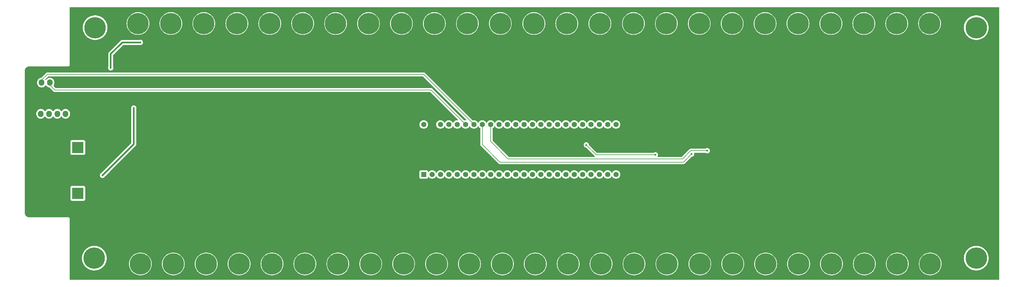
<source format=gbr>
%TF.GenerationSoftware,KiCad,Pcbnew,8.0.7*%
%TF.CreationDate,2025-01-10T02:59:42+01:00*%
%TF.ProjectId,laserboard_2.0,6c617365-7262-46f6-9172-645f322e302e,rev?*%
%TF.SameCoordinates,Original*%
%TF.FileFunction,Copper,L2,Bot*%
%TF.FilePolarity,Positive*%
%FSLAX46Y46*%
G04 Gerber Fmt 4.6, Leading zero omitted, Abs format (unit mm)*
G04 Created by KiCad (PCBNEW 8.0.7) date 2025-01-10 02:59:42*
%MOMM*%
%LPD*%
G01*
G04 APERTURE LIST*
G04 Aperture macros list*
%AMRoundRect*
0 Rectangle with rounded corners*
0 $1 Rounding radius*
0 $2 $3 $4 $5 $6 $7 $8 $9 X,Y pos of 4 corners*
0 Add a 4 corners polygon primitive as box body*
4,1,4,$2,$3,$4,$5,$6,$7,$8,$9,$2,$3,0*
0 Add four circle primitives for the rounded corners*
1,1,$1+$1,$2,$3*
1,1,$1+$1,$4,$5*
1,1,$1+$1,$6,$7*
1,1,$1+$1,$8,$9*
0 Add four rect primitives between the rounded corners*
20,1,$1+$1,$2,$3,$4,$5,0*
20,1,$1+$1,$4,$5,$6,$7,0*
20,1,$1+$1,$6,$7,$8,$9,0*
20,1,$1+$1,$8,$9,$2,$3,0*%
G04 Aperture macros list end*
%TA.AperFunction,ComponentPad*%
%ADD10C,6.500000*%
%TD*%
%TA.AperFunction,ComponentPad*%
%ADD11R,3.500000X3.500000*%
%TD*%
%TA.AperFunction,ComponentPad*%
%ADD12RoundRect,0.750000X-0.750000X-1.000000X0.750000X-1.000000X0.750000X1.000000X-0.750000X1.000000X0*%
%TD*%
%TA.AperFunction,ComponentPad*%
%ADD13RoundRect,0.875000X-0.875000X-0.875000X0.875000X-0.875000X0.875000X0.875000X-0.875000X0.875000X0*%
%TD*%
%TA.AperFunction,ComponentPad*%
%ADD14RoundRect,0.250000X0.600000X0.725000X-0.600000X0.725000X-0.600000X-0.725000X0.600000X-0.725000X0*%
%TD*%
%TA.AperFunction,ComponentPad*%
%ADD15O,1.700000X1.950000*%
%TD*%
%TA.AperFunction,ComponentPad*%
%ADD16R,1.600000X1.600000*%
%TD*%
%TA.AperFunction,ComponentPad*%
%ADD17C,1.600000*%
%TD*%
%TA.AperFunction,ViaPad*%
%ADD18C,0.600000*%
%TD*%
%TA.AperFunction,Conductor*%
%ADD19C,0.500000*%
%TD*%
%TA.AperFunction,Conductor*%
%ADD20C,0.200000*%
%TD*%
G04 APERTURE END LIST*
D10*
%TO.P,LD4,3*%
%TO.N,N/C*%
X127750000Y-169750000D03*
%TD*%
%TO.P,LD27,3*%
%TO.N,N/C*%
X107025001Y-96500000D03*
%TD*%
%TO.P,LD35,3*%
%TO.N,N/C*%
X187075001Y-96500000D03*
%TD*%
%TO.P,LD34,3*%
%TO.N,N/C*%
X177075000Y-96500000D03*
%TD*%
%TO.P,LD6,3*%
%TO.N,N/C*%
X147750000Y-169750000D03*
%TD*%
%TO.P,LD16,3*%
%TO.N,N/C*%
X247750000Y-169750000D03*
%TD*%
%TO.P,LD33,3*%
%TO.N,N/C*%
X167075000Y-96500000D03*
%TD*%
%TO.P,LD25,3*%
%TO.N,N/C*%
X337750000Y-169750000D03*
%TD*%
%TO.P,LD31,3*%
%TO.N,N/C*%
X147075000Y-96500000D03*
%TD*%
%TO.P,LD43,3*%
%TO.N,N/C*%
X267575000Y-96500000D03*
%TD*%
%TO.P,LD19,3*%
%TO.N,N/C*%
X277750000Y-169750000D03*
%TD*%
%TO.P,LD14,3*%
%TO.N,N/C*%
X227750000Y-169750000D03*
%TD*%
%TO.P,LD36,3*%
%TO.N,N/C*%
X197125001Y-96500000D03*
%TD*%
%TO.P,LD46,3*%
%TO.N,N/C*%
X297575000Y-96500000D03*
%TD*%
%TO.P,LD40,3*%
%TO.N,N/C*%
X237375000Y-96500000D03*
%TD*%
%TO.P,LD22,3*%
%TO.N,N/C*%
X307750000Y-169750000D03*
%TD*%
%TO.P,LD28,3*%
%TO.N,N/C*%
X117025001Y-96500000D03*
%TD*%
%TO.P,REF\u002A\u002A,1*%
%TO.N,N/C*%
X351750000Y-168000000D03*
%TD*%
%TO.P,LD47,3*%
%TO.N,N/C*%
X307575000Y-96500000D03*
%TD*%
%TO.P,LD11,3*%
%TO.N,N/C*%
X197750000Y-169750000D03*
%TD*%
%TO.P,REF\u002A\u002A,1*%
%TO.N,N/C*%
X351750000Y-97750000D03*
%TD*%
%TO.P,LD12,3*%
%TO.N,N/C*%
X207750000Y-169750000D03*
%TD*%
%TO.P,LD9,3*%
%TO.N,N/C*%
X177750000Y-169750000D03*
%TD*%
%TO.P,LD20,3*%
%TO.N,N/C*%
X287750000Y-169750000D03*
%TD*%
D11*
%TO.P,5V,1*%
%TO.N,Net-(F1-Pad1)*%
X78750000Y-148250000D03*
D12*
%TO.P,5V,2*%
%TO.N,GND*%
X72750000Y-148250000D03*
D13*
%TO.P,5V,3*%
X75750000Y-152950000D03*
%TD*%
D10*
%TO.P,LD1,3*%
%TO.N,N/C*%
X97750000Y-169750000D03*
%TD*%
%TO.P,LD2,3*%
%TO.N,N/C*%
X107750000Y-169750000D03*
%TD*%
%TO.P,LD24,3*%
%TO.N,N/C*%
X327750000Y-169750000D03*
%TD*%
%TO.P,REF\u002A\u002A,1*%
%TO.N,N/C*%
X84000000Y-97750000D03*
%TD*%
%TO.P,LD5,3*%
%TO.N,N/C*%
X137750000Y-169750000D03*
%TD*%
%TO.P,LD32,3*%
%TO.N,N/C*%
X157075000Y-96500000D03*
%TD*%
%TO.P,LD39,3*%
%TO.N,N/C*%
X227325000Y-96500000D03*
%TD*%
%TO.P,LD41,3*%
%TO.N,N/C*%
X247575000Y-96500000D03*
%TD*%
%TO.P,LD45,3*%
%TO.N,N/C*%
X287575000Y-96500000D03*
%TD*%
%TO.P,LD50,3*%
%TO.N,N/C*%
X337575000Y-96500000D03*
%TD*%
D11*
%TO.P,9V,1*%
%TO.N,+9V*%
X78750000Y-134250000D03*
D12*
%TO.P,9V,2*%
%TO.N,GND*%
X72750000Y-134250000D03*
D13*
%TO.P,9V,3*%
X75750000Y-138950000D03*
%TD*%
D10*
%TO.P,LD42,3*%
%TO.N,N/C*%
X257575000Y-96500000D03*
%TD*%
%TO.P,LD30,3*%
%TO.N,N/C*%
X137075000Y-96500000D03*
%TD*%
D14*
%TO.P,Printer,1,Pin_1*%
%TO.N,GND*%
X77500000Y-124000000D03*
D15*
%TO.P,Printer,2,Pin_2*%
%TO.N,/P_TX*%
X75000000Y-124000000D03*
%TO.P,Printer,3,Pin_3*%
%TO.N,/P_RX*%
X72500000Y-124000000D03*
%TO.P,Printer,4,Pin_4*%
%TO.N,unconnected-(J4-Pin_4-Pad4)*%
X70000000Y-124000000D03*
%TO.P,Printer,5,Pin_5*%
%TO.N,+9V*%
X67500000Y-124000000D03*
%TD*%
D10*
%TO.P,LD29,3*%
%TO.N,N/C*%
X127075001Y-96500000D03*
%TD*%
%TO.P,LD3,3*%
%TO.N,N/C*%
X117750000Y-169750000D03*
%TD*%
%TO.P,LD13,3*%
%TO.N,N/C*%
X217750000Y-169750000D03*
%TD*%
%TO.P,LD48,3*%
%TO.N,N/C*%
X317575000Y-96500000D03*
%TD*%
%TO.P,LD21,3*%
%TO.N,N/C*%
X297750000Y-169750000D03*
%TD*%
%TO.P,LD8,3*%
%TO.N,N/C*%
X167750000Y-169750000D03*
%TD*%
D14*
%TO.P,Serial Com,1,Pin_1*%
%TO.N,GND*%
X72750000Y-114500000D03*
D15*
%TO.P,Serial Com,2,Pin_2*%
%TO.N,/RX*%
X70250000Y-114500000D03*
%TO.P,Serial Com,3,Pin_3*%
%TO.N,/TX*%
X67750000Y-114500000D03*
%TD*%
D10*
%TO.P,LD10,3*%
%TO.N,N/C*%
X187750000Y-169750000D03*
%TD*%
%TO.P,LD23,3*%
%TO.N,N/C*%
X317750000Y-169750000D03*
%TD*%
%TO.P,LD7,3*%
%TO.N,N/C*%
X157750000Y-169750000D03*
%TD*%
%TO.P,LD37,3*%
%TO.N,N/C*%
X207125001Y-96500000D03*
%TD*%
%TO.P,LD49,3*%
%TO.N,N/C*%
X327575000Y-96500000D03*
%TD*%
%TO.P,LD15,3*%
%TO.N,N/C*%
X237750000Y-169750000D03*
%TD*%
%TO.P,LD18,3*%
%TO.N,N/C*%
X267750000Y-169750000D03*
%TD*%
D16*
%TO.P,Teensy,1,GND*%
%TO.N,unconnected-(U1-GND-Pad1)*%
X183860000Y-142490000D03*
D17*
%TO.P,Teensy,2,0_RX1_CRX2_CS1*%
%TO.N,/A1*%
X186400000Y-142490000D03*
%TO.P,Teensy,3,1_TX1_CTX2_MISO1*%
%TO.N,/A2*%
X188940000Y-142490000D03*
%TO.P,Teensy,4,2_OUT2*%
%TO.N,/A3*%
X191480000Y-142490000D03*
%TO.P,Teensy,5,3_LRCLK2*%
%TO.N,/A4*%
X194020000Y-142490000D03*
%TO.P,Teensy,6,4_BCLK2*%
%TO.N,/A5*%
X196560000Y-142490000D03*
%TO.P,Teensy,7,5_IN2*%
%TO.N,/A6*%
X199100000Y-142490000D03*
%TO.P,Teensy,8,6_OUT1D*%
%TO.N,/A7*%
X201640000Y-142490000D03*
%TO.P,Teensy,9,7_RX2_OUT1A*%
%TO.N,/A8*%
X204180000Y-142490000D03*
%TO.P,Teensy,10,8_TX2_IN1*%
%TO.N,/A9*%
X206720000Y-142490000D03*
%TO.P,Teensy,11,9_OUT1C*%
%TO.N,/A10*%
X209260000Y-142490000D03*
%TO.P,Teensy,12,10_CS_MQSR*%
%TO.N,/A11*%
X211800000Y-142490000D03*
%TO.P,Teensy,13,11_MOSI_CTX1*%
%TO.N,/A12*%
X214340000Y-142490000D03*
%TO.P,Teensy,14,12_MISO_MQSL*%
%TO.N,/A13*%
X216880000Y-142490000D03*
%TO.P,Teensy,15,3V3*%
%TO.N,unconnected-(U1-3V3-Pad15)*%
X219420000Y-142490000D03*
%TO.P,Teensy,16,24_A10_TX6_SCL2*%
%TO.N,/A14*%
X221960000Y-142490000D03*
%TO.P,Teensy,17,25_A11_RX6_SDA2*%
%TO.N,/A15*%
X224500000Y-142490000D03*
%TO.P,Teensy,18,26_A12_MOSI1*%
%TO.N,/A16*%
X227040000Y-142490000D03*
%TO.P,Teensy,19,27_A13_SCK1*%
%TO.N,/A17*%
X229580000Y-142490000D03*
%TO.P,Teensy,20,28_RX7*%
%TO.N,/A18*%
X232120000Y-142490000D03*
%TO.P,Teensy,21,29_TX7*%
%TO.N,/A19*%
X234660000Y-142490000D03*
%TO.P,Teensy,22,30_CRX3*%
%TO.N,/A20*%
X237200000Y-142490000D03*
%TO.P,Teensy,23,31_CTX3*%
%TO.N,/A21*%
X239740000Y-142490000D03*
%TO.P,Teensy,24,32_OUT1B*%
%TO.N,/A22*%
X242280000Y-142490000D03*
%TO.P,Teensy,25,33_MCLK2*%
%TO.N,/A25*%
X242280000Y-127250000D03*
%TO.P,Teensy,26,34_RX8*%
%TO.N,/A24*%
X239740000Y-127250000D03*
%TO.P,Teensy,27,35_TX8*%
%TO.N,/A23*%
X237200000Y-127250000D03*
%TO.P,Teensy,28,36_CS*%
%TO.N,/A34*%
X234660000Y-127250000D03*
%TO.P,Teensy,29,37_CS*%
%TO.N,/A33*%
X232120000Y-127250000D03*
%TO.P,Teensy,30,38_CS1_IN1*%
%TO.N,/A32*%
X229580000Y-127250000D03*
%TO.P,Teensy,31,39_MISO1_OUT1A*%
%TO.N,/A31*%
X227040000Y-127250000D03*
%TO.P,Teensy,32,40_A16*%
%TO.N,/A30*%
X224500000Y-127250000D03*
%TO.P,Teensy,33,41_A17*%
%TO.N,/A29*%
X221960000Y-127250000D03*
%TO.P,Teensy,34,GND*%
%TO.N,unconnected-(U1-GND-Pad34)*%
X219420000Y-127250000D03*
%TO.P,Teensy,35,13_SCK_LED*%
%TO.N,/A28*%
X216880000Y-127250000D03*
%TO.P,Teensy,36,14_A0_TX3_SPDIF_OUT*%
%TO.N,/A27*%
X214340000Y-127250000D03*
%TO.P,Teensy,37,15_A1_RX3_SPDIF_IN*%
%TO.N,/A26*%
X211800000Y-127250000D03*
%TO.P,Teensy,38,16_A2_RX4_SCL1*%
%TO.N,/P_TX*%
X209260000Y-127250000D03*
%TO.P,Teensy,39,17_A3_TX4_SDA1*%
%TO.N,/P_RX*%
X206720000Y-127250000D03*
%TO.P,Teensy,40,18_A4_SDA*%
%TO.N,/SDA*%
X204180000Y-127250000D03*
%TO.P,Teensy,41,19_A5_SCL*%
%TO.N,/SCL*%
X201640000Y-127250000D03*
%TO.P,Teensy,42,20_A6_TX5_LRCLK1*%
%TO.N,/TX*%
X199100000Y-127250000D03*
%TO.P,Teensy,43,21_A7_RX5_BCLK1*%
%TO.N,/RX*%
X196560000Y-127250000D03*
%TO.P,Teensy,44,22_A8_CTX1*%
%TO.N,unconnected-(U1-22_A8_CTX1-Pad44)*%
X194020000Y-127250000D03*
%TO.P,Teensy,45,23_A9_CRX1_MCLK1*%
%TO.N,unconnected-(U1-23_A9_CRX1_MCLK1-Pad45)*%
X191480000Y-127250000D03*
%TO.P,Teensy,46,3V3*%
%TO.N,/3v*%
X188940000Y-127250000D03*
%TO.P,Teensy,47,GND*%
%TO.N,GND*%
X186400000Y-127250000D03*
%TO.P,Teensy,48,VIN*%
%TO.N,Laser power*%
X183860000Y-127250000D03*
%TD*%
D10*
%TO.P,REF\u002A\u002A,1*%
%TO.N,N/C*%
X83750000Y-168000000D03*
%TD*%
%TO.P,LD38,3*%
%TO.N,N/C*%
X217325000Y-96500000D03*
%TD*%
%TO.P,LD26,3*%
%TO.N,N/C*%
X97025001Y-96500000D03*
%TD*%
%TO.P,LD44,3*%
%TO.N,N/C*%
X277575000Y-96500000D03*
%TD*%
%TO.P,LD17,3*%
%TO.N,N/C*%
X257750000Y-169750000D03*
%TD*%
D18*
%TO.N,GND*%
X235000000Y-157000000D03*
X121250000Y-110250000D03*
X195000000Y-156500000D03*
X175250000Y-156500000D03*
X231500000Y-109750000D03*
X215250000Y-156500000D03*
X111125000Y-109875000D03*
X86500000Y-149500000D03*
X255250000Y-156750000D03*
X275250000Y-156500000D03*
X105500000Y-157000000D03*
X125500000Y-156500000D03*
X185500000Y-156250000D03*
X141500000Y-110250000D03*
X251750000Y-110000000D03*
X165750000Y-156500000D03*
X200750000Y-110000000D03*
X265250000Y-156750000D03*
X245250000Y-156750000D03*
X211250000Y-109750000D03*
X305500000Y-156250000D03*
X115500000Y-156500000D03*
X171250000Y-110000000D03*
X343250000Y-159750000D03*
X256800000Y-136934314D03*
X241500000Y-109750000D03*
X151250000Y-110000000D03*
X302000000Y-110000000D03*
X101000000Y-110250000D03*
X155500000Y-156250000D03*
X161500000Y-110000000D03*
X225250000Y-156250000D03*
X322000000Y-110750000D03*
X285250000Y-156750000D03*
X291500000Y-110500000D03*
X145500000Y-156500000D03*
X131250000Y-110000000D03*
X311750000Y-110250000D03*
X332000000Y-110250000D03*
X221250000Y-110000000D03*
X325500000Y-156250000D03*
X191500000Y-110000000D03*
X295250000Y-156500000D03*
X282125000Y-110375000D03*
X271750000Y-110250000D03*
X135500000Y-156500000D03*
X205000000Y-156500000D03*
X261500000Y-110750000D03*
X315250000Y-156250000D03*
X181500000Y-110000000D03*
X265500000Y-133700000D03*
X335500000Y-156500000D03*
%TO.N,Laser power*%
X97750000Y-102250000D03*
X86250000Y-142750000D03*
X95750000Y-122250000D03*
X88750000Y-110000000D03*
%TO.N,/SCL*%
X265250000Y-136250000D03*
%TO.N,/3v*%
X233250000Y-133500000D03*
X254250000Y-136500000D03*
%TO.N,/SDA*%
X270000000Y-135250000D03*
%TD*%
D19*
%TO.N,Laser power*%
X97750000Y-102250000D02*
X92250000Y-102250000D01*
X88750000Y-105750000D02*
X88750000Y-110000000D01*
X92250000Y-102250000D02*
X91750000Y-102750000D01*
X91750000Y-102750000D02*
X88750000Y-105750000D01*
X95750000Y-122250000D02*
X95750000Y-133250000D01*
X95750000Y-133250000D02*
X86250000Y-142750000D01*
D20*
%TO.N,/SCL*%
X207000000Y-138750000D02*
X201640000Y-133390000D01*
X262750000Y-138750000D02*
X207000000Y-138750000D01*
X201640000Y-133390000D02*
X201640000Y-127250000D01*
X265250000Y-136250000D02*
X262750000Y-138750000D01*
%TO.N,/RX*%
X186060000Y-116750000D02*
X196560000Y-127250000D01*
X70250000Y-115250000D02*
X71750000Y-116750000D01*
X70250000Y-114500000D02*
X70250000Y-115250000D01*
X71750000Y-116750000D02*
X186060000Y-116750000D01*
%TO.N,/TX*%
X183850000Y-112000000D02*
X199100000Y-127250000D01*
X69500000Y-112000000D02*
X183850000Y-112000000D01*
X67750000Y-114500000D02*
X67750000Y-113750000D01*
X67750000Y-113750000D02*
X69500000Y-112000000D01*
%TO.N,/3v*%
X236250000Y-136500000D02*
X254250000Y-136500000D01*
X233250000Y-133500000D02*
X236250000Y-136500000D01*
%TO.N,/SDA*%
X265000000Y-135250000D02*
X262515686Y-137734314D01*
X270000000Y-135250000D02*
X265000000Y-135250000D01*
X204180000Y-132430000D02*
X204180000Y-127250000D01*
X262515686Y-137734314D02*
X209484314Y-137734314D01*
X209484314Y-137734314D02*
X204180000Y-132430000D01*
%TD*%
%TA.AperFunction,Conductor*%
%TO.N,GND*%
G36*
X183616942Y-112620185D02*
G01*
X183637584Y-112636819D01*
X196741336Y-125740571D01*
X196774821Y-125801894D01*
X196769837Y-125871586D01*
X196727965Y-125927519D01*
X196662501Y-125951936D01*
X196642848Y-125951780D01*
X196560002Y-125944532D01*
X196559998Y-125944532D01*
X196333313Y-125964364D01*
X196333302Y-125964366D01*
X196237067Y-125990152D01*
X196167217Y-125988489D01*
X196117293Y-125958058D01*
X186547590Y-116388355D01*
X186547588Y-116388352D01*
X186428717Y-116269481D01*
X186428716Y-116269480D01*
X186341904Y-116219360D01*
X186341904Y-116219359D01*
X186341900Y-116219358D01*
X186291785Y-116190423D01*
X186139057Y-116149499D01*
X185980943Y-116149499D01*
X185973347Y-116149499D01*
X185973331Y-116149500D01*
X72050097Y-116149500D01*
X71983058Y-116129815D01*
X71962416Y-116113181D01*
X71386097Y-115536862D01*
X71352612Y-115475539D01*
X71357596Y-115405847D01*
X71373458Y-115376299D01*
X71405051Y-115332816D01*
X71501557Y-115143412D01*
X71567246Y-114941243D01*
X71600500Y-114731287D01*
X71600500Y-114268713D01*
X71567246Y-114058757D01*
X71501557Y-113856588D01*
X71405051Y-113667184D01*
X71405049Y-113667181D01*
X71405048Y-113667179D01*
X71280109Y-113495213D01*
X71129786Y-113344890D01*
X70957820Y-113219951D01*
X70768414Y-113123444D01*
X70768413Y-113123443D01*
X70768412Y-113123443D01*
X70566243Y-113057754D01*
X70566241Y-113057753D01*
X70566240Y-113057753D01*
X70404957Y-113032208D01*
X70356287Y-113024500D01*
X70143713Y-113024500D01*
X70095042Y-113032208D01*
X69933760Y-113057753D01*
X69731585Y-113123444D01*
X69542179Y-113219951D01*
X69370213Y-113344890D01*
X69219894Y-113495209D01*
X69219890Y-113495214D01*
X69100317Y-113659793D01*
X69044987Y-113702459D01*
X68975374Y-113708438D01*
X68913579Y-113675832D01*
X68899680Y-113659792D01*
X68873459Y-113623701D01*
X68849980Y-113557895D01*
X68865806Y-113489841D01*
X68886093Y-113463140D01*
X69712417Y-112636819D01*
X69773740Y-112603334D01*
X69800098Y-112600500D01*
X183549903Y-112600500D01*
X183616942Y-112620185D01*
G37*
%TD.AperFunction*%
%TA.AperFunction,Conductor*%
G36*
X358692539Y-91520185D02*
G01*
X358738294Y-91572989D01*
X358749500Y-91624500D01*
X358749500Y-174478594D01*
X358729815Y-174545633D01*
X358677011Y-174591388D01*
X358625500Y-174602594D01*
X76387248Y-174602594D01*
X76320209Y-174582909D01*
X76274454Y-174530105D01*
X76263248Y-174478594D01*
X76263248Y-168000000D01*
X79994680Y-168000000D01*
X80013946Y-168379918D01*
X80071551Y-168755935D01*
X80166904Y-169124212D01*
X80299016Y-169480925D01*
X80299022Y-169480940D01*
X80466548Y-169822463D01*
X80466553Y-169822472D01*
X80667771Y-170145295D01*
X80900620Y-170446112D01*
X80945048Y-170492850D01*
X81162709Y-170721829D01*
X81451343Y-170969614D01*
X81451346Y-170969616D01*
X81763571Y-171186931D01*
X82096179Y-171371543D01*
X82445758Y-171521559D01*
X82445761Y-171521560D01*
X82445766Y-171521562D01*
X82808709Y-171635436D01*
X82808712Y-171635436D01*
X82808720Y-171635439D01*
X83181340Y-171712015D01*
X83484104Y-171742803D01*
X83559795Y-171750500D01*
X83559796Y-171750500D01*
X83940205Y-171750500D01*
X84003280Y-171744085D01*
X84318660Y-171712015D01*
X84691280Y-171635439D01*
X84691290Y-171635436D01*
X85054233Y-171521562D01*
X85054234Y-171521561D01*
X85054242Y-171521559D01*
X85403821Y-171371543D01*
X85736429Y-171186931D01*
X86048654Y-170969616D01*
X86337291Y-170721829D01*
X86599380Y-170446112D01*
X86832229Y-170145295D01*
X87033451Y-169822464D01*
X87068998Y-169749997D01*
X94294432Y-169749997D01*
X94294432Y-169750002D01*
X94314688Y-170123610D01*
X94375222Y-170492850D01*
X94375223Y-170492853D01*
X94475317Y-170853362D01*
X94475318Y-170853364D01*
X94613806Y-171200945D01*
X94613815Y-171200963D01*
X94789073Y-171531534D01*
X94999045Y-171841219D01*
X94999052Y-171841229D01*
X95241272Y-172126391D01*
X95241273Y-172126392D01*
X95512913Y-172383703D01*
X95810780Y-172610136D01*
X95810785Y-172610139D01*
X95810789Y-172610142D01*
X95810794Y-172610146D01*
X96131378Y-172803033D01*
X96131383Y-172803036D01*
X96131387Y-172803037D01*
X96131391Y-172803040D01*
X96470951Y-172960137D01*
X96470962Y-172960142D01*
X96825538Y-173079613D01*
X97190951Y-173160046D01*
X97562919Y-173200500D01*
X97562925Y-173200500D01*
X97937075Y-173200500D01*
X97937081Y-173200500D01*
X98309049Y-173160046D01*
X98674462Y-173079613D01*
X99029038Y-172960142D01*
X99368617Y-172803036D01*
X99489912Y-172730055D01*
X99689205Y-172610146D01*
X99689210Y-172610142D01*
X99689209Y-172610142D01*
X99689220Y-172610136D01*
X99987087Y-172383703D01*
X100258727Y-172126392D01*
X100500954Y-171841221D01*
X100710928Y-171531531D01*
X100886189Y-171200955D01*
X101024680Y-170853368D01*
X101124779Y-170492845D01*
X101185311Y-170123613D01*
X101205568Y-169750000D01*
X101205568Y-169749997D01*
X104294432Y-169749997D01*
X104294432Y-169750002D01*
X104314688Y-170123610D01*
X104375222Y-170492850D01*
X104375223Y-170492853D01*
X104475317Y-170853362D01*
X104475318Y-170853364D01*
X104613806Y-171200945D01*
X104613815Y-171200963D01*
X104789073Y-171531534D01*
X104999045Y-171841219D01*
X104999052Y-171841229D01*
X105241272Y-172126391D01*
X105241273Y-172126392D01*
X105512913Y-172383703D01*
X105810780Y-172610136D01*
X105810785Y-172610139D01*
X105810789Y-172610142D01*
X105810794Y-172610146D01*
X106131378Y-172803033D01*
X106131383Y-172803036D01*
X106131387Y-172803037D01*
X106131391Y-172803040D01*
X106470951Y-172960137D01*
X106470962Y-172960142D01*
X106825538Y-173079613D01*
X107190951Y-173160046D01*
X107562919Y-173200500D01*
X107562925Y-173200500D01*
X107937075Y-173200500D01*
X107937081Y-173200500D01*
X108309049Y-173160046D01*
X108674462Y-173079613D01*
X109029038Y-172960142D01*
X109368617Y-172803036D01*
X109489912Y-172730055D01*
X109689205Y-172610146D01*
X109689210Y-172610142D01*
X109689209Y-172610142D01*
X109689220Y-172610136D01*
X109987087Y-172383703D01*
X110258727Y-172126392D01*
X110500954Y-171841221D01*
X110710928Y-171531531D01*
X110886189Y-171200955D01*
X111024680Y-170853368D01*
X111124779Y-170492845D01*
X111185311Y-170123613D01*
X111205568Y-169750000D01*
X111205568Y-169749997D01*
X114294432Y-169749997D01*
X114294432Y-169750002D01*
X114314688Y-170123610D01*
X114375222Y-170492850D01*
X114375223Y-170492853D01*
X114475317Y-170853362D01*
X114475318Y-170853364D01*
X114613806Y-171200945D01*
X114613815Y-171200963D01*
X114789073Y-171531534D01*
X114999045Y-171841219D01*
X114999052Y-171841229D01*
X115241272Y-172126391D01*
X115241273Y-172126392D01*
X115512913Y-172383703D01*
X115810780Y-172610136D01*
X115810785Y-172610139D01*
X115810789Y-172610142D01*
X115810794Y-172610146D01*
X116131378Y-172803033D01*
X116131383Y-172803036D01*
X116131387Y-172803037D01*
X116131391Y-172803040D01*
X116470951Y-172960137D01*
X116470962Y-172960142D01*
X116825538Y-173079613D01*
X117190951Y-173160046D01*
X117562919Y-173200500D01*
X117562925Y-173200500D01*
X117937075Y-173200500D01*
X117937081Y-173200500D01*
X118309049Y-173160046D01*
X118674462Y-173079613D01*
X119029038Y-172960142D01*
X119368617Y-172803036D01*
X119489912Y-172730055D01*
X119689205Y-172610146D01*
X119689210Y-172610142D01*
X119689209Y-172610142D01*
X119689220Y-172610136D01*
X119987087Y-172383703D01*
X120258727Y-172126392D01*
X120500954Y-171841221D01*
X120710928Y-171531531D01*
X120886189Y-171200955D01*
X121024680Y-170853368D01*
X121124779Y-170492845D01*
X121185311Y-170123613D01*
X121205568Y-169750000D01*
X121205568Y-169749997D01*
X124294432Y-169749997D01*
X124294432Y-169750002D01*
X124314688Y-170123610D01*
X124375222Y-170492850D01*
X124375223Y-170492853D01*
X124475317Y-170853362D01*
X124475318Y-170853364D01*
X124613806Y-171200945D01*
X124613815Y-171200963D01*
X124789073Y-171531534D01*
X124999045Y-171841219D01*
X124999052Y-171841229D01*
X125241272Y-172126391D01*
X125241273Y-172126392D01*
X125512913Y-172383703D01*
X125810780Y-172610136D01*
X125810785Y-172610139D01*
X125810789Y-172610142D01*
X125810794Y-172610146D01*
X126131378Y-172803033D01*
X126131383Y-172803036D01*
X126131387Y-172803037D01*
X126131391Y-172803040D01*
X126470951Y-172960137D01*
X126470962Y-172960142D01*
X126825538Y-173079613D01*
X127190951Y-173160046D01*
X127562919Y-173200500D01*
X127562925Y-173200500D01*
X127937075Y-173200500D01*
X127937081Y-173200500D01*
X128309049Y-173160046D01*
X128674462Y-173079613D01*
X129029038Y-172960142D01*
X129368617Y-172803036D01*
X129489912Y-172730055D01*
X129689205Y-172610146D01*
X129689210Y-172610142D01*
X129689209Y-172610142D01*
X129689220Y-172610136D01*
X129987087Y-172383703D01*
X130258727Y-172126392D01*
X130500954Y-171841221D01*
X130710928Y-171531531D01*
X130886189Y-171200955D01*
X131024680Y-170853368D01*
X131124779Y-170492845D01*
X131185311Y-170123613D01*
X131205568Y-169750000D01*
X131205568Y-169749997D01*
X134294432Y-169749997D01*
X134294432Y-169750002D01*
X134314688Y-170123610D01*
X134375222Y-170492850D01*
X134375223Y-170492853D01*
X134475317Y-170853362D01*
X134475318Y-170853364D01*
X134613806Y-171200945D01*
X134613815Y-171200963D01*
X134789073Y-171531534D01*
X134999045Y-171841219D01*
X134999052Y-171841229D01*
X135241272Y-172126391D01*
X135241273Y-172126392D01*
X135512913Y-172383703D01*
X135810780Y-172610136D01*
X135810785Y-172610139D01*
X135810789Y-172610142D01*
X135810794Y-172610146D01*
X136131378Y-172803033D01*
X136131383Y-172803036D01*
X136131387Y-172803037D01*
X136131391Y-172803040D01*
X136470951Y-172960137D01*
X136470962Y-172960142D01*
X136825538Y-173079613D01*
X137190951Y-173160046D01*
X137562919Y-173200500D01*
X137562925Y-173200500D01*
X137937075Y-173200500D01*
X137937081Y-173200500D01*
X138309049Y-173160046D01*
X138674462Y-173079613D01*
X139029038Y-172960142D01*
X139368617Y-172803036D01*
X139489912Y-172730055D01*
X139689205Y-172610146D01*
X139689210Y-172610142D01*
X139689209Y-172610142D01*
X139689220Y-172610136D01*
X139987087Y-172383703D01*
X140258727Y-172126392D01*
X140500954Y-171841221D01*
X140710928Y-171531531D01*
X140886189Y-171200955D01*
X141024680Y-170853368D01*
X141124779Y-170492845D01*
X141185311Y-170123613D01*
X141205568Y-169750000D01*
X141205568Y-169749997D01*
X144294432Y-169749997D01*
X144294432Y-169750002D01*
X144314688Y-170123610D01*
X144375222Y-170492850D01*
X144375223Y-170492853D01*
X144475317Y-170853362D01*
X144475318Y-170853364D01*
X144613806Y-171200945D01*
X144613815Y-171200963D01*
X144789073Y-171531534D01*
X144999045Y-171841219D01*
X144999052Y-171841229D01*
X145241272Y-172126391D01*
X145241273Y-172126392D01*
X145512913Y-172383703D01*
X145810780Y-172610136D01*
X145810785Y-172610139D01*
X145810789Y-172610142D01*
X145810794Y-172610146D01*
X146131378Y-172803033D01*
X146131383Y-172803036D01*
X146131387Y-172803037D01*
X146131391Y-172803040D01*
X146470951Y-172960137D01*
X146470962Y-172960142D01*
X146825538Y-173079613D01*
X147190951Y-173160046D01*
X147562919Y-173200500D01*
X147562925Y-173200500D01*
X147937075Y-173200500D01*
X147937081Y-173200500D01*
X148309049Y-173160046D01*
X148674462Y-173079613D01*
X149029038Y-172960142D01*
X149368617Y-172803036D01*
X149489912Y-172730055D01*
X149689205Y-172610146D01*
X149689210Y-172610142D01*
X149689209Y-172610142D01*
X149689220Y-172610136D01*
X149987087Y-172383703D01*
X150258727Y-172126392D01*
X150500954Y-171841221D01*
X150710928Y-171531531D01*
X150886189Y-171200955D01*
X151024680Y-170853368D01*
X151124779Y-170492845D01*
X151185311Y-170123613D01*
X151205568Y-169750000D01*
X151205568Y-169749997D01*
X154294432Y-169749997D01*
X154294432Y-169750002D01*
X154314688Y-170123610D01*
X154375222Y-170492850D01*
X154375223Y-170492853D01*
X154475317Y-170853362D01*
X154475318Y-170853364D01*
X154613806Y-171200945D01*
X154613815Y-171200963D01*
X154789073Y-171531534D01*
X154999045Y-171841219D01*
X154999052Y-171841229D01*
X155241272Y-172126391D01*
X155241273Y-172126392D01*
X155512913Y-172383703D01*
X155810780Y-172610136D01*
X155810785Y-172610139D01*
X155810789Y-172610142D01*
X155810794Y-172610146D01*
X156131378Y-172803033D01*
X156131383Y-172803036D01*
X156131387Y-172803037D01*
X156131391Y-172803040D01*
X156470951Y-172960137D01*
X156470962Y-172960142D01*
X156825538Y-173079613D01*
X157190951Y-173160046D01*
X157562919Y-173200500D01*
X157562925Y-173200500D01*
X157937075Y-173200500D01*
X157937081Y-173200500D01*
X158309049Y-173160046D01*
X158674462Y-173079613D01*
X159029038Y-172960142D01*
X159368617Y-172803036D01*
X159489912Y-172730055D01*
X159689205Y-172610146D01*
X159689210Y-172610142D01*
X159689209Y-172610142D01*
X159689220Y-172610136D01*
X159987087Y-172383703D01*
X160258727Y-172126392D01*
X160500954Y-171841221D01*
X160710928Y-171531531D01*
X160886189Y-171200955D01*
X161024680Y-170853368D01*
X161124779Y-170492845D01*
X161185311Y-170123613D01*
X161205568Y-169750000D01*
X161205568Y-169749997D01*
X164294432Y-169749997D01*
X164294432Y-169750002D01*
X164314688Y-170123610D01*
X164375222Y-170492850D01*
X164375223Y-170492853D01*
X164475317Y-170853362D01*
X164475318Y-170853364D01*
X164613806Y-171200945D01*
X164613815Y-171200963D01*
X164789073Y-171531534D01*
X164999045Y-171841219D01*
X164999052Y-171841229D01*
X165241272Y-172126391D01*
X165241273Y-172126392D01*
X165512913Y-172383703D01*
X165810780Y-172610136D01*
X165810785Y-172610139D01*
X165810789Y-172610142D01*
X165810794Y-172610146D01*
X166131378Y-172803033D01*
X166131383Y-172803036D01*
X166131387Y-172803037D01*
X166131391Y-172803040D01*
X166470951Y-172960137D01*
X166470962Y-172960142D01*
X166825538Y-173079613D01*
X167190951Y-173160046D01*
X167562919Y-173200500D01*
X167562925Y-173200500D01*
X167937075Y-173200500D01*
X167937081Y-173200500D01*
X168309049Y-173160046D01*
X168674462Y-173079613D01*
X169029038Y-172960142D01*
X169368617Y-172803036D01*
X169489912Y-172730055D01*
X169689205Y-172610146D01*
X169689210Y-172610142D01*
X169689209Y-172610142D01*
X169689220Y-172610136D01*
X169987087Y-172383703D01*
X170258727Y-172126392D01*
X170500954Y-171841221D01*
X170710928Y-171531531D01*
X170886189Y-171200955D01*
X171024680Y-170853368D01*
X171124779Y-170492845D01*
X171185311Y-170123613D01*
X171205568Y-169750000D01*
X171205568Y-169749997D01*
X174294432Y-169749997D01*
X174294432Y-169750002D01*
X174314688Y-170123610D01*
X174375222Y-170492850D01*
X174375223Y-170492853D01*
X174475317Y-170853362D01*
X174475318Y-170853364D01*
X174613806Y-171200945D01*
X174613815Y-171200963D01*
X174789073Y-171531534D01*
X174999045Y-171841219D01*
X174999052Y-171841229D01*
X175241272Y-172126391D01*
X175241273Y-172126392D01*
X175512913Y-172383703D01*
X175810780Y-172610136D01*
X175810785Y-172610139D01*
X175810789Y-172610142D01*
X175810794Y-172610146D01*
X176131378Y-172803033D01*
X176131383Y-172803036D01*
X176131387Y-172803037D01*
X176131391Y-172803040D01*
X176470951Y-172960137D01*
X176470962Y-172960142D01*
X176825538Y-173079613D01*
X177190951Y-173160046D01*
X177562919Y-173200500D01*
X177562925Y-173200500D01*
X177937075Y-173200500D01*
X177937081Y-173200500D01*
X178309049Y-173160046D01*
X178674462Y-173079613D01*
X179029038Y-172960142D01*
X179368617Y-172803036D01*
X179489912Y-172730055D01*
X179689205Y-172610146D01*
X179689210Y-172610142D01*
X179689209Y-172610142D01*
X179689220Y-172610136D01*
X179987087Y-172383703D01*
X180258727Y-172126392D01*
X180500954Y-171841221D01*
X180710928Y-171531531D01*
X180886189Y-171200955D01*
X181024680Y-170853368D01*
X181124779Y-170492845D01*
X181185311Y-170123613D01*
X181205568Y-169750000D01*
X181205568Y-169749997D01*
X184294432Y-169749997D01*
X184294432Y-169750002D01*
X184314688Y-170123610D01*
X184375222Y-170492850D01*
X184375223Y-170492853D01*
X184475317Y-170853362D01*
X184475318Y-170853364D01*
X184613806Y-171200945D01*
X184613815Y-171200963D01*
X184789073Y-171531534D01*
X184999045Y-171841219D01*
X184999052Y-171841229D01*
X185241272Y-172126391D01*
X185241273Y-172126392D01*
X185512913Y-172383703D01*
X185810780Y-172610136D01*
X185810785Y-172610139D01*
X185810789Y-172610142D01*
X185810794Y-172610146D01*
X186131378Y-172803033D01*
X186131383Y-172803036D01*
X186131387Y-172803037D01*
X186131391Y-172803040D01*
X186470951Y-172960137D01*
X186470962Y-172960142D01*
X186825538Y-173079613D01*
X187190951Y-173160046D01*
X187562919Y-173200500D01*
X187562925Y-173200500D01*
X187937075Y-173200500D01*
X187937081Y-173200500D01*
X188309049Y-173160046D01*
X188674462Y-173079613D01*
X189029038Y-172960142D01*
X189368617Y-172803036D01*
X189489912Y-172730055D01*
X189689205Y-172610146D01*
X189689210Y-172610142D01*
X189689209Y-172610142D01*
X189689220Y-172610136D01*
X189987087Y-172383703D01*
X190258727Y-172126392D01*
X190500954Y-171841221D01*
X190710928Y-171531531D01*
X190886189Y-171200955D01*
X191024680Y-170853368D01*
X191124779Y-170492845D01*
X191185311Y-170123613D01*
X191205568Y-169750000D01*
X191205568Y-169749997D01*
X194294432Y-169749997D01*
X194294432Y-169750002D01*
X194314688Y-170123610D01*
X194375222Y-170492850D01*
X194375223Y-170492853D01*
X194475317Y-170853362D01*
X194475318Y-170853364D01*
X194613806Y-171200945D01*
X194613815Y-171200963D01*
X194789073Y-171531534D01*
X194999045Y-171841219D01*
X194999052Y-171841229D01*
X195241272Y-172126391D01*
X195241273Y-172126392D01*
X195512913Y-172383703D01*
X195810780Y-172610136D01*
X195810785Y-172610139D01*
X195810789Y-172610142D01*
X195810794Y-172610146D01*
X196131378Y-172803033D01*
X196131383Y-172803036D01*
X196131387Y-172803037D01*
X196131391Y-172803040D01*
X196470951Y-172960137D01*
X196470962Y-172960142D01*
X196825538Y-173079613D01*
X197190951Y-173160046D01*
X197562919Y-173200500D01*
X197562925Y-173200500D01*
X197937075Y-173200500D01*
X197937081Y-173200500D01*
X198309049Y-173160046D01*
X198674462Y-173079613D01*
X199029038Y-172960142D01*
X199368617Y-172803036D01*
X199489912Y-172730055D01*
X199689205Y-172610146D01*
X199689210Y-172610142D01*
X199689209Y-172610142D01*
X199689220Y-172610136D01*
X199987087Y-172383703D01*
X200258727Y-172126392D01*
X200500954Y-171841221D01*
X200710928Y-171531531D01*
X200886189Y-171200955D01*
X201024680Y-170853368D01*
X201124779Y-170492845D01*
X201185311Y-170123613D01*
X201205568Y-169750000D01*
X201205568Y-169749997D01*
X204294432Y-169749997D01*
X204294432Y-169750002D01*
X204314688Y-170123610D01*
X204375222Y-170492850D01*
X204375223Y-170492853D01*
X204475317Y-170853362D01*
X204475318Y-170853364D01*
X204613806Y-171200945D01*
X204613815Y-171200963D01*
X204789073Y-171531534D01*
X204999045Y-171841219D01*
X204999052Y-171841229D01*
X205241272Y-172126391D01*
X205241273Y-172126392D01*
X205512913Y-172383703D01*
X205810780Y-172610136D01*
X205810785Y-172610139D01*
X205810789Y-172610142D01*
X205810794Y-172610146D01*
X206131378Y-172803033D01*
X206131383Y-172803036D01*
X206131387Y-172803037D01*
X206131391Y-172803040D01*
X206470951Y-172960137D01*
X206470962Y-172960142D01*
X206825538Y-173079613D01*
X207190951Y-173160046D01*
X207562919Y-173200500D01*
X207562925Y-173200500D01*
X207937075Y-173200500D01*
X207937081Y-173200500D01*
X208309049Y-173160046D01*
X208674462Y-173079613D01*
X209029038Y-172960142D01*
X209368617Y-172803036D01*
X209489912Y-172730055D01*
X209689205Y-172610146D01*
X209689210Y-172610142D01*
X209689209Y-172610142D01*
X209689220Y-172610136D01*
X209987087Y-172383703D01*
X210258727Y-172126392D01*
X210500954Y-171841221D01*
X210710928Y-171531531D01*
X210886189Y-171200955D01*
X211024680Y-170853368D01*
X211124779Y-170492845D01*
X211185311Y-170123613D01*
X211205568Y-169750000D01*
X211205568Y-169749997D01*
X214294432Y-169749997D01*
X214294432Y-169750002D01*
X214314688Y-170123610D01*
X214375222Y-170492850D01*
X214375223Y-170492853D01*
X214475317Y-170853362D01*
X214475318Y-170853364D01*
X214613806Y-171200945D01*
X214613815Y-171200963D01*
X214789073Y-171531534D01*
X214999045Y-171841219D01*
X214999052Y-171841229D01*
X215241272Y-172126391D01*
X215241273Y-172126392D01*
X215512913Y-172383703D01*
X215810780Y-172610136D01*
X215810785Y-172610139D01*
X215810789Y-172610142D01*
X215810794Y-172610146D01*
X216131378Y-172803033D01*
X216131383Y-172803036D01*
X216131387Y-172803037D01*
X216131391Y-172803040D01*
X216470951Y-172960137D01*
X216470962Y-172960142D01*
X216825538Y-173079613D01*
X217190951Y-173160046D01*
X217562919Y-173200500D01*
X217562925Y-173200500D01*
X217937075Y-173200500D01*
X217937081Y-173200500D01*
X218309049Y-173160046D01*
X218674462Y-173079613D01*
X219029038Y-172960142D01*
X219368617Y-172803036D01*
X219489912Y-172730055D01*
X219689205Y-172610146D01*
X219689210Y-172610142D01*
X219689209Y-172610142D01*
X219689220Y-172610136D01*
X219987087Y-172383703D01*
X220258727Y-172126392D01*
X220500954Y-171841221D01*
X220710928Y-171531531D01*
X220886189Y-171200955D01*
X221024680Y-170853368D01*
X221124779Y-170492845D01*
X221185311Y-170123613D01*
X221205568Y-169750000D01*
X221205568Y-169749997D01*
X224294432Y-169749997D01*
X224294432Y-169750002D01*
X224314688Y-170123610D01*
X224375222Y-170492850D01*
X224375223Y-170492853D01*
X224475317Y-170853362D01*
X224475318Y-170853364D01*
X224613806Y-171200945D01*
X224613815Y-171200963D01*
X224789073Y-171531534D01*
X224999045Y-171841219D01*
X224999052Y-171841229D01*
X225241272Y-172126391D01*
X225241273Y-172126392D01*
X225512913Y-172383703D01*
X225810780Y-172610136D01*
X225810785Y-172610139D01*
X225810789Y-172610142D01*
X225810794Y-172610146D01*
X226131378Y-172803033D01*
X226131383Y-172803036D01*
X226131387Y-172803037D01*
X226131391Y-172803040D01*
X226470951Y-172960137D01*
X226470962Y-172960142D01*
X226825538Y-173079613D01*
X227190951Y-173160046D01*
X227562919Y-173200500D01*
X227562925Y-173200500D01*
X227937075Y-173200500D01*
X227937081Y-173200500D01*
X228309049Y-173160046D01*
X228674462Y-173079613D01*
X229029038Y-172960142D01*
X229368617Y-172803036D01*
X229489912Y-172730055D01*
X229689205Y-172610146D01*
X229689210Y-172610142D01*
X229689209Y-172610142D01*
X229689220Y-172610136D01*
X229987087Y-172383703D01*
X230258727Y-172126392D01*
X230500954Y-171841221D01*
X230710928Y-171531531D01*
X230886189Y-171200955D01*
X231024680Y-170853368D01*
X231124779Y-170492845D01*
X231185311Y-170123613D01*
X231205568Y-169750000D01*
X231205568Y-169749997D01*
X234294432Y-169749997D01*
X234294432Y-169750002D01*
X234314688Y-170123610D01*
X234375222Y-170492850D01*
X234375223Y-170492853D01*
X234475317Y-170853362D01*
X234475318Y-170853364D01*
X234613806Y-171200945D01*
X234613815Y-171200963D01*
X234789073Y-171531534D01*
X234999045Y-171841219D01*
X234999052Y-171841229D01*
X235241272Y-172126391D01*
X235241273Y-172126392D01*
X235512913Y-172383703D01*
X235810780Y-172610136D01*
X235810785Y-172610139D01*
X235810789Y-172610142D01*
X235810794Y-172610146D01*
X236131378Y-172803033D01*
X236131383Y-172803036D01*
X236131387Y-172803037D01*
X236131391Y-172803040D01*
X236470951Y-172960137D01*
X236470962Y-172960142D01*
X236825538Y-173079613D01*
X237190951Y-173160046D01*
X237562919Y-173200500D01*
X237562925Y-173200500D01*
X237937075Y-173200500D01*
X237937081Y-173200500D01*
X238309049Y-173160046D01*
X238674462Y-173079613D01*
X239029038Y-172960142D01*
X239368617Y-172803036D01*
X239489912Y-172730055D01*
X239689205Y-172610146D01*
X239689210Y-172610142D01*
X239689209Y-172610142D01*
X239689220Y-172610136D01*
X239987087Y-172383703D01*
X240258727Y-172126392D01*
X240500954Y-171841221D01*
X240710928Y-171531531D01*
X240886189Y-171200955D01*
X241024680Y-170853368D01*
X241124779Y-170492845D01*
X241185311Y-170123613D01*
X241205568Y-169750000D01*
X241205568Y-169749997D01*
X244294432Y-169749997D01*
X244294432Y-169750002D01*
X244314688Y-170123610D01*
X244375222Y-170492850D01*
X244375223Y-170492853D01*
X244475317Y-170853362D01*
X244475318Y-170853364D01*
X244613806Y-171200945D01*
X244613815Y-171200963D01*
X244789073Y-171531534D01*
X244999045Y-171841219D01*
X244999052Y-171841229D01*
X245241272Y-172126391D01*
X245241273Y-172126392D01*
X245512913Y-172383703D01*
X245810780Y-172610136D01*
X245810785Y-172610139D01*
X245810789Y-172610142D01*
X245810794Y-172610146D01*
X246131378Y-172803033D01*
X246131383Y-172803036D01*
X246131387Y-172803037D01*
X246131391Y-172803040D01*
X246470951Y-172960137D01*
X246470962Y-172960142D01*
X246825538Y-173079613D01*
X247190951Y-173160046D01*
X247562919Y-173200500D01*
X247562925Y-173200500D01*
X247937075Y-173200500D01*
X247937081Y-173200500D01*
X248309049Y-173160046D01*
X248674462Y-173079613D01*
X249029038Y-172960142D01*
X249368617Y-172803036D01*
X249489912Y-172730055D01*
X249689205Y-172610146D01*
X249689210Y-172610142D01*
X249689209Y-172610142D01*
X249689220Y-172610136D01*
X249987087Y-172383703D01*
X250258727Y-172126392D01*
X250500954Y-171841221D01*
X250710928Y-171531531D01*
X250886189Y-171200955D01*
X251024680Y-170853368D01*
X251124779Y-170492845D01*
X251185311Y-170123613D01*
X251205568Y-169750000D01*
X251205568Y-169749997D01*
X254294432Y-169749997D01*
X254294432Y-169750002D01*
X254314688Y-170123610D01*
X254375222Y-170492850D01*
X254375223Y-170492853D01*
X254475317Y-170853362D01*
X254475318Y-170853364D01*
X254613806Y-171200945D01*
X254613815Y-171200963D01*
X254789073Y-171531534D01*
X254999045Y-171841219D01*
X254999052Y-171841229D01*
X255241272Y-172126391D01*
X255241273Y-172126392D01*
X255512913Y-172383703D01*
X255810780Y-172610136D01*
X255810785Y-172610139D01*
X255810789Y-172610142D01*
X255810794Y-172610146D01*
X256131378Y-172803033D01*
X256131383Y-172803036D01*
X256131387Y-172803037D01*
X256131391Y-172803040D01*
X256470951Y-172960137D01*
X256470962Y-172960142D01*
X256825538Y-173079613D01*
X257190951Y-173160046D01*
X257562919Y-173200500D01*
X257562925Y-173200500D01*
X257937075Y-173200500D01*
X257937081Y-173200500D01*
X258309049Y-173160046D01*
X258674462Y-173079613D01*
X259029038Y-172960142D01*
X259368617Y-172803036D01*
X259489912Y-172730055D01*
X259689205Y-172610146D01*
X259689210Y-172610142D01*
X259689209Y-172610142D01*
X259689220Y-172610136D01*
X259987087Y-172383703D01*
X260258727Y-172126392D01*
X260500954Y-171841221D01*
X260710928Y-171531531D01*
X260886189Y-171200955D01*
X261024680Y-170853368D01*
X261124779Y-170492845D01*
X261185311Y-170123613D01*
X261205568Y-169750000D01*
X261205568Y-169749997D01*
X264294432Y-169749997D01*
X264294432Y-169750002D01*
X264314688Y-170123610D01*
X264375222Y-170492850D01*
X264375223Y-170492853D01*
X264475317Y-170853362D01*
X264475318Y-170853364D01*
X264613806Y-171200945D01*
X264613815Y-171200963D01*
X264789073Y-171531534D01*
X264999045Y-171841219D01*
X264999052Y-171841229D01*
X265241272Y-172126391D01*
X265241273Y-172126392D01*
X265512913Y-172383703D01*
X265810780Y-172610136D01*
X265810785Y-172610139D01*
X265810789Y-172610142D01*
X265810794Y-172610146D01*
X266131378Y-172803033D01*
X266131383Y-172803036D01*
X266131387Y-172803037D01*
X266131391Y-172803040D01*
X266470951Y-172960137D01*
X266470962Y-172960142D01*
X266825538Y-173079613D01*
X267190951Y-173160046D01*
X267562919Y-173200500D01*
X267562925Y-173200500D01*
X267937075Y-173200500D01*
X267937081Y-173200500D01*
X268309049Y-173160046D01*
X268674462Y-173079613D01*
X269029038Y-172960142D01*
X269368617Y-172803036D01*
X269489912Y-172730055D01*
X269689205Y-172610146D01*
X269689210Y-172610142D01*
X269689209Y-172610142D01*
X269689220Y-172610136D01*
X269987087Y-172383703D01*
X270258727Y-172126392D01*
X270500954Y-171841221D01*
X270710928Y-171531531D01*
X270886189Y-171200955D01*
X271024680Y-170853368D01*
X271124779Y-170492845D01*
X271185311Y-170123613D01*
X271205568Y-169750000D01*
X271205568Y-169749997D01*
X274294432Y-169749997D01*
X274294432Y-169750002D01*
X274314688Y-170123610D01*
X274375222Y-170492850D01*
X274375223Y-170492853D01*
X274475317Y-170853362D01*
X274475318Y-170853364D01*
X274613806Y-171200945D01*
X274613815Y-171200963D01*
X274789073Y-171531534D01*
X274999045Y-171841219D01*
X274999052Y-171841229D01*
X275241272Y-172126391D01*
X275241273Y-172126392D01*
X275512913Y-172383703D01*
X275810780Y-172610136D01*
X275810785Y-172610139D01*
X275810789Y-172610142D01*
X275810794Y-172610146D01*
X276131378Y-172803033D01*
X276131383Y-172803036D01*
X276131387Y-172803037D01*
X276131391Y-172803040D01*
X276470951Y-172960137D01*
X276470962Y-172960142D01*
X276825538Y-173079613D01*
X277190951Y-173160046D01*
X277562919Y-173200500D01*
X277562925Y-173200500D01*
X277937075Y-173200500D01*
X277937081Y-173200500D01*
X278309049Y-173160046D01*
X278674462Y-173079613D01*
X279029038Y-172960142D01*
X279368617Y-172803036D01*
X279489912Y-172730055D01*
X279689205Y-172610146D01*
X279689210Y-172610142D01*
X279689209Y-172610142D01*
X279689220Y-172610136D01*
X279987087Y-172383703D01*
X280258727Y-172126392D01*
X280500954Y-171841221D01*
X280710928Y-171531531D01*
X280886189Y-171200955D01*
X281024680Y-170853368D01*
X281124779Y-170492845D01*
X281185311Y-170123613D01*
X281205568Y-169750000D01*
X281205568Y-169749997D01*
X284294432Y-169749997D01*
X284294432Y-169750002D01*
X284314688Y-170123610D01*
X284375222Y-170492850D01*
X284375223Y-170492853D01*
X284475317Y-170853362D01*
X284475318Y-170853364D01*
X284613806Y-171200945D01*
X284613815Y-171200963D01*
X284789073Y-171531534D01*
X284999045Y-171841219D01*
X284999052Y-171841229D01*
X285241272Y-172126391D01*
X285241273Y-172126392D01*
X285512913Y-172383703D01*
X285810780Y-172610136D01*
X285810785Y-172610139D01*
X285810789Y-172610142D01*
X285810794Y-172610146D01*
X286131378Y-172803033D01*
X286131383Y-172803036D01*
X286131387Y-172803037D01*
X286131391Y-172803040D01*
X286470951Y-172960137D01*
X286470962Y-172960142D01*
X286825538Y-173079613D01*
X287190951Y-173160046D01*
X287562919Y-173200500D01*
X287562925Y-173200500D01*
X287937075Y-173200500D01*
X287937081Y-173200500D01*
X288309049Y-173160046D01*
X288674462Y-173079613D01*
X289029038Y-172960142D01*
X289368617Y-172803036D01*
X289489912Y-172730055D01*
X289689205Y-172610146D01*
X289689210Y-172610142D01*
X289689209Y-172610142D01*
X289689220Y-172610136D01*
X289987087Y-172383703D01*
X290258727Y-172126392D01*
X290500954Y-171841221D01*
X290710928Y-171531531D01*
X290886189Y-171200955D01*
X291024680Y-170853368D01*
X291124779Y-170492845D01*
X291185311Y-170123613D01*
X291205568Y-169750000D01*
X291205568Y-169749997D01*
X294294432Y-169749997D01*
X294294432Y-169750002D01*
X294314688Y-170123610D01*
X294375222Y-170492850D01*
X294375223Y-170492853D01*
X294475317Y-170853362D01*
X294475318Y-170853364D01*
X294613806Y-171200945D01*
X294613815Y-171200963D01*
X294789073Y-171531534D01*
X294999045Y-171841219D01*
X294999052Y-171841229D01*
X295241272Y-172126391D01*
X295241273Y-172126392D01*
X295512913Y-172383703D01*
X295810780Y-172610136D01*
X295810785Y-172610139D01*
X295810789Y-172610142D01*
X295810794Y-172610146D01*
X296131378Y-172803033D01*
X296131383Y-172803036D01*
X296131387Y-172803037D01*
X296131391Y-172803040D01*
X296470951Y-172960137D01*
X296470962Y-172960142D01*
X296825538Y-173079613D01*
X297190951Y-173160046D01*
X297562919Y-173200500D01*
X297562925Y-173200500D01*
X297937075Y-173200500D01*
X297937081Y-173200500D01*
X298309049Y-173160046D01*
X298674462Y-173079613D01*
X299029038Y-172960142D01*
X299368617Y-172803036D01*
X299489912Y-172730055D01*
X299689205Y-172610146D01*
X299689210Y-172610142D01*
X299689209Y-172610142D01*
X299689220Y-172610136D01*
X299987087Y-172383703D01*
X300258727Y-172126392D01*
X300500954Y-171841221D01*
X300710928Y-171531531D01*
X300886189Y-171200955D01*
X301024680Y-170853368D01*
X301124779Y-170492845D01*
X301185311Y-170123613D01*
X301205568Y-169750000D01*
X301205568Y-169749997D01*
X304294432Y-169749997D01*
X304294432Y-169750002D01*
X304314688Y-170123610D01*
X304375222Y-170492850D01*
X304375223Y-170492853D01*
X304475317Y-170853362D01*
X304475318Y-170853364D01*
X304613806Y-171200945D01*
X304613815Y-171200963D01*
X304789073Y-171531534D01*
X304999045Y-171841219D01*
X304999052Y-171841229D01*
X305241272Y-172126391D01*
X305241273Y-172126392D01*
X305512913Y-172383703D01*
X305810780Y-172610136D01*
X305810785Y-172610139D01*
X305810789Y-172610142D01*
X305810794Y-172610146D01*
X306131378Y-172803033D01*
X306131383Y-172803036D01*
X306131387Y-172803037D01*
X306131391Y-172803040D01*
X306470951Y-172960137D01*
X306470962Y-172960142D01*
X306825538Y-173079613D01*
X307190951Y-173160046D01*
X307562919Y-173200500D01*
X307562925Y-173200500D01*
X307937075Y-173200500D01*
X307937081Y-173200500D01*
X308309049Y-173160046D01*
X308674462Y-173079613D01*
X309029038Y-172960142D01*
X309368617Y-172803036D01*
X309489912Y-172730055D01*
X309689205Y-172610146D01*
X309689210Y-172610142D01*
X309689209Y-172610142D01*
X309689220Y-172610136D01*
X309987087Y-172383703D01*
X310258727Y-172126392D01*
X310500954Y-171841221D01*
X310710928Y-171531531D01*
X310886189Y-171200955D01*
X311024680Y-170853368D01*
X311124779Y-170492845D01*
X311185311Y-170123613D01*
X311205568Y-169750000D01*
X311205568Y-169749997D01*
X314294432Y-169749997D01*
X314294432Y-169750002D01*
X314314688Y-170123610D01*
X314375222Y-170492850D01*
X314375223Y-170492853D01*
X314475317Y-170853362D01*
X314475318Y-170853364D01*
X314613806Y-171200945D01*
X314613815Y-171200963D01*
X314789073Y-171531534D01*
X314999045Y-171841219D01*
X314999052Y-171841229D01*
X315241272Y-172126391D01*
X315241273Y-172126392D01*
X315512913Y-172383703D01*
X315810780Y-172610136D01*
X315810785Y-172610139D01*
X315810789Y-172610142D01*
X315810794Y-172610146D01*
X316131378Y-172803033D01*
X316131383Y-172803036D01*
X316131387Y-172803037D01*
X316131391Y-172803040D01*
X316470951Y-172960137D01*
X316470962Y-172960142D01*
X316825538Y-173079613D01*
X317190951Y-173160046D01*
X317562919Y-173200500D01*
X317562925Y-173200500D01*
X317937075Y-173200500D01*
X317937081Y-173200500D01*
X318309049Y-173160046D01*
X318674462Y-173079613D01*
X319029038Y-172960142D01*
X319368617Y-172803036D01*
X319489912Y-172730055D01*
X319689205Y-172610146D01*
X319689210Y-172610142D01*
X319689209Y-172610142D01*
X319689220Y-172610136D01*
X319987087Y-172383703D01*
X320258727Y-172126392D01*
X320500954Y-171841221D01*
X320710928Y-171531531D01*
X320886189Y-171200955D01*
X321024680Y-170853368D01*
X321124779Y-170492845D01*
X321185311Y-170123613D01*
X321205568Y-169750000D01*
X321205568Y-169749997D01*
X324294432Y-169749997D01*
X324294432Y-169750002D01*
X324314688Y-170123610D01*
X324375222Y-170492850D01*
X324375223Y-170492853D01*
X324475317Y-170853362D01*
X324475318Y-170853364D01*
X324613806Y-171200945D01*
X324613815Y-171200963D01*
X324789073Y-171531534D01*
X324999045Y-171841219D01*
X324999052Y-171841229D01*
X325241272Y-172126391D01*
X325241273Y-172126392D01*
X325512913Y-172383703D01*
X325810780Y-172610136D01*
X325810785Y-172610139D01*
X325810789Y-172610142D01*
X325810794Y-172610146D01*
X326131378Y-172803033D01*
X326131383Y-172803036D01*
X326131387Y-172803037D01*
X326131391Y-172803040D01*
X326470951Y-172960137D01*
X326470962Y-172960142D01*
X326825538Y-173079613D01*
X327190951Y-173160046D01*
X327562919Y-173200500D01*
X327562925Y-173200500D01*
X327937075Y-173200500D01*
X327937081Y-173200500D01*
X328309049Y-173160046D01*
X328674462Y-173079613D01*
X329029038Y-172960142D01*
X329368617Y-172803036D01*
X329489912Y-172730055D01*
X329689205Y-172610146D01*
X329689210Y-172610142D01*
X329689209Y-172610142D01*
X329689220Y-172610136D01*
X329987087Y-172383703D01*
X330258727Y-172126392D01*
X330500954Y-171841221D01*
X330710928Y-171531531D01*
X330886189Y-171200955D01*
X331024680Y-170853368D01*
X331124779Y-170492845D01*
X331185311Y-170123613D01*
X331205568Y-169750000D01*
X331205568Y-169749997D01*
X334294432Y-169749997D01*
X334294432Y-169750002D01*
X334314688Y-170123610D01*
X334375222Y-170492850D01*
X334375223Y-170492853D01*
X334475317Y-170853362D01*
X334475318Y-170853364D01*
X334613806Y-171200945D01*
X334613815Y-171200963D01*
X334789073Y-171531534D01*
X334999045Y-171841219D01*
X334999052Y-171841229D01*
X335241272Y-172126391D01*
X335241273Y-172126392D01*
X335512913Y-172383703D01*
X335810780Y-172610136D01*
X335810785Y-172610139D01*
X335810789Y-172610142D01*
X335810794Y-172610146D01*
X336131378Y-172803033D01*
X336131383Y-172803036D01*
X336131387Y-172803037D01*
X336131391Y-172803040D01*
X336470951Y-172960137D01*
X336470962Y-172960142D01*
X336825538Y-173079613D01*
X337190951Y-173160046D01*
X337562919Y-173200500D01*
X337562925Y-173200500D01*
X337937075Y-173200500D01*
X337937081Y-173200500D01*
X338309049Y-173160046D01*
X338674462Y-173079613D01*
X339029038Y-172960142D01*
X339368617Y-172803036D01*
X339489912Y-172730055D01*
X339689205Y-172610146D01*
X339689210Y-172610142D01*
X339689209Y-172610142D01*
X339689220Y-172610136D01*
X339987087Y-172383703D01*
X340258727Y-172126392D01*
X340500954Y-171841221D01*
X340710928Y-171531531D01*
X340886189Y-171200955D01*
X341024680Y-170853368D01*
X341124779Y-170492845D01*
X341185311Y-170123613D01*
X341205568Y-169750000D01*
X341185311Y-169376387D01*
X341124779Y-169007155D01*
X341079702Y-168844804D01*
X341024682Y-168646637D01*
X341024681Y-168646635D01*
X340886193Y-168299054D01*
X340886184Y-168299036D01*
X340727645Y-168000000D01*
X347994680Y-168000000D01*
X348013946Y-168379918D01*
X348071551Y-168755935D01*
X348166904Y-169124212D01*
X348299016Y-169480925D01*
X348299022Y-169480940D01*
X348466548Y-169822463D01*
X348466553Y-169822472D01*
X348667771Y-170145295D01*
X348900620Y-170446112D01*
X348945048Y-170492850D01*
X349162709Y-170721829D01*
X349451343Y-170969614D01*
X349451346Y-170969616D01*
X349763571Y-171186931D01*
X350096179Y-171371543D01*
X350445758Y-171521559D01*
X350445761Y-171521560D01*
X350445766Y-171521562D01*
X350808709Y-171635436D01*
X350808712Y-171635436D01*
X350808720Y-171635439D01*
X351181340Y-171712015D01*
X351484104Y-171742803D01*
X351559795Y-171750500D01*
X351559796Y-171750500D01*
X351940205Y-171750500D01*
X352003280Y-171744085D01*
X352318660Y-171712015D01*
X352691280Y-171635439D01*
X352691290Y-171635436D01*
X353054233Y-171521562D01*
X353054234Y-171521561D01*
X353054242Y-171521559D01*
X353403821Y-171371543D01*
X353736429Y-171186931D01*
X354048654Y-170969616D01*
X354337291Y-170721829D01*
X354599380Y-170446112D01*
X354832229Y-170145295D01*
X355033451Y-169822464D01*
X355200981Y-169480932D01*
X355333098Y-169124204D01*
X355428448Y-168755940D01*
X355486053Y-168379919D01*
X355505320Y-168000000D01*
X355486053Y-167620081D01*
X355428448Y-167244060D01*
X355333098Y-166875796D01*
X355200981Y-166519068D01*
X355152575Y-166420387D01*
X355033451Y-166177536D01*
X355033446Y-166177527D01*
X354832228Y-165854704D01*
X354599384Y-165553893D01*
X354599383Y-165553892D01*
X354599380Y-165553888D01*
X354337291Y-165278171D01*
X354337290Y-165278170D01*
X354048656Y-165030385D01*
X353736429Y-164813069D01*
X353736424Y-164813066D01*
X353403820Y-164628456D01*
X353054233Y-164478437D01*
X352691290Y-164364563D01*
X352691284Y-164364562D01*
X352691281Y-164364561D01*
X352691280Y-164364561D01*
X352318660Y-164287985D01*
X352318659Y-164287984D01*
X352318655Y-164287984D01*
X351940205Y-164249500D01*
X351940204Y-164249500D01*
X351559796Y-164249500D01*
X351559795Y-164249500D01*
X351181344Y-164287984D01*
X350808715Y-164364562D01*
X350808709Y-164364563D01*
X350445766Y-164478437D01*
X350096179Y-164628456D01*
X349763575Y-164813066D01*
X349763570Y-164813069D01*
X349451343Y-165030385D01*
X349162709Y-165278170D01*
X348900615Y-165553893D01*
X348667771Y-165854704D01*
X348466553Y-166177527D01*
X348466548Y-166177536D01*
X348299022Y-166519059D01*
X348299016Y-166519074D01*
X348166904Y-166875787D01*
X348071551Y-167244064D01*
X348013946Y-167620081D01*
X347994680Y-168000000D01*
X340727645Y-168000000D01*
X340710926Y-167968465D01*
X340603369Y-167809830D01*
X340500954Y-167658779D01*
X340500950Y-167658774D01*
X340500947Y-167658770D01*
X340258727Y-167373608D01*
X339987087Y-167116297D01*
X339987086Y-167116296D01*
X339902208Y-167051773D01*
X339689220Y-166889864D01*
X339689216Y-166889861D01*
X339689210Y-166889857D01*
X339689205Y-166889853D01*
X339368621Y-166696966D01*
X339368608Y-166696959D01*
X339029048Y-166539862D01*
X339029043Y-166539860D01*
X339029038Y-166539858D01*
X338856203Y-166481623D01*
X338674461Y-166420386D01*
X338309047Y-166339953D01*
X337937082Y-166299500D01*
X337937081Y-166299500D01*
X337562919Y-166299500D01*
X337562917Y-166299500D01*
X337190952Y-166339953D01*
X336825538Y-166420386D01*
X336551440Y-166512741D01*
X336470962Y-166539858D01*
X336470959Y-166539859D01*
X336470951Y-166539862D01*
X336131391Y-166696959D01*
X336131378Y-166696966D01*
X335810794Y-166889853D01*
X335810789Y-166889857D01*
X335512913Y-167116296D01*
X335512912Y-167116297D01*
X335241272Y-167373608D01*
X334999052Y-167658770D01*
X334999045Y-167658780D01*
X334789073Y-167968465D01*
X334613815Y-168299036D01*
X334613806Y-168299054D01*
X334475318Y-168646635D01*
X334475317Y-168646637D01*
X334375223Y-169007146D01*
X334375222Y-169007149D01*
X334314688Y-169376389D01*
X334294432Y-169749997D01*
X331205568Y-169749997D01*
X331185311Y-169376387D01*
X331124779Y-169007155D01*
X331079702Y-168844804D01*
X331024682Y-168646637D01*
X331024681Y-168646635D01*
X330886193Y-168299054D01*
X330886184Y-168299036D01*
X330710926Y-167968465D01*
X330603369Y-167809830D01*
X330500954Y-167658779D01*
X330500950Y-167658774D01*
X330500947Y-167658770D01*
X330258727Y-167373608D01*
X329987087Y-167116297D01*
X329987086Y-167116296D01*
X329902208Y-167051773D01*
X329689220Y-166889864D01*
X329689216Y-166889861D01*
X329689210Y-166889857D01*
X329689205Y-166889853D01*
X329368621Y-166696966D01*
X329368608Y-166696959D01*
X329029048Y-166539862D01*
X329029043Y-166539860D01*
X329029038Y-166539858D01*
X328856203Y-166481623D01*
X328674461Y-166420386D01*
X328309047Y-166339953D01*
X327937082Y-166299500D01*
X327937081Y-166299500D01*
X327562919Y-166299500D01*
X327562917Y-166299500D01*
X327190952Y-166339953D01*
X326825538Y-166420386D01*
X326551440Y-166512741D01*
X326470962Y-166539858D01*
X326470959Y-166539859D01*
X326470951Y-166539862D01*
X326131391Y-166696959D01*
X326131378Y-166696966D01*
X325810794Y-166889853D01*
X325810789Y-166889857D01*
X325512913Y-167116296D01*
X325512912Y-167116297D01*
X325241272Y-167373608D01*
X324999052Y-167658770D01*
X324999045Y-167658780D01*
X324789073Y-167968465D01*
X324613815Y-168299036D01*
X324613806Y-168299054D01*
X324475318Y-168646635D01*
X324475317Y-168646637D01*
X324375223Y-169007146D01*
X324375222Y-169007149D01*
X324314688Y-169376389D01*
X324294432Y-169749997D01*
X321205568Y-169749997D01*
X321185311Y-169376387D01*
X321124779Y-169007155D01*
X321079702Y-168844804D01*
X321024682Y-168646637D01*
X321024681Y-168646635D01*
X320886193Y-168299054D01*
X320886184Y-168299036D01*
X320710926Y-167968465D01*
X320603369Y-167809830D01*
X320500954Y-167658779D01*
X320500950Y-167658774D01*
X320500947Y-167658770D01*
X320258727Y-167373608D01*
X319987087Y-167116297D01*
X319987086Y-167116296D01*
X319902208Y-167051773D01*
X319689220Y-166889864D01*
X319689216Y-166889861D01*
X319689210Y-166889857D01*
X319689205Y-166889853D01*
X319368621Y-166696966D01*
X319368608Y-166696959D01*
X319029048Y-166539862D01*
X319029043Y-166539860D01*
X319029038Y-166539858D01*
X318856203Y-166481623D01*
X318674461Y-166420386D01*
X318309047Y-166339953D01*
X317937082Y-166299500D01*
X317937081Y-166299500D01*
X317562919Y-166299500D01*
X317562917Y-166299500D01*
X317190952Y-166339953D01*
X316825538Y-166420386D01*
X316551440Y-166512741D01*
X316470962Y-166539858D01*
X316470959Y-166539859D01*
X316470951Y-166539862D01*
X316131391Y-166696959D01*
X316131378Y-166696966D01*
X315810794Y-166889853D01*
X315810789Y-166889857D01*
X315512913Y-167116296D01*
X315512912Y-167116297D01*
X315241272Y-167373608D01*
X314999052Y-167658770D01*
X314999045Y-167658780D01*
X314789073Y-167968465D01*
X314613815Y-168299036D01*
X314613806Y-168299054D01*
X314475318Y-168646635D01*
X314475317Y-168646637D01*
X314375223Y-169007146D01*
X314375222Y-169007149D01*
X314314688Y-169376389D01*
X314294432Y-169749997D01*
X311205568Y-169749997D01*
X311185311Y-169376387D01*
X311124779Y-169007155D01*
X311079702Y-168844804D01*
X311024682Y-168646637D01*
X311024681Y-168646635D01*
X310886193Y-168299054D01*
X310886184Y-168299036D01*
X310710926Y-167968465D01*
X310603369Y-167809830D01*
X310500954Y-167658779D01*
X310500950Y-167658774D01*
X310500947Y-167658770D01*
X310258727Y-167373608D01*
X309987087Y-167116297D01*
X309987086Y-167116296D01*
X309902208Y-167051773D01*
X309689220Y-166889864D01*
X309689216Y-166889861D01*
X309689210Y-166889857D01*
X309689205Y-166889853D01*
X309368621Y-166696966D01*
X309368608Y-166696959D01*
X309029048Y-166539862D01*
X309029043Y-166539860D01*
X309029038Y-166539858D01*
X308856203Y-166481623D01*
X308674461Y-166420386D01*
X308309047Y-166339953D01*
X307937082Y-166299500D01*
X307937081Y-166299500D01*
X307562919Y-166299500D01*
X307562917Y-166299500D01*
X307190952Y-166339953D01*
X306825538Y-166420386D01*
X306551440Y-166512741D01*
X306470962Y-166539858D01*
X306470959Y-166539859D01*
X306470951Y-166539862D01*
X306131391Y-166696959D01*
X306131378Y-166696966D01*
X305810794Y-166889853D01*
X305810789Y-166889857D01*
X305512913Y-167116296D01*
X305512912Y-167116297D01*
X305241272Y-167373608D01*
X304999052Y-167658770D01*
X304999045Y-167658780D01*
X304789073Y-167968465D01*
X304613815Y-168299036D01*
X304613806Y-168299054D01*
X304475318Y-168646635D01*
X304475317Y-168646637D01*
X304375223Y-169007146D01*
X304375222Y-169007149D01*
X304314688Y-169376389D01*
X304294432Y-169749997D01*
X301205568Y-169749997D01*
X301185311Y-169376387D01*
X301124779Y-169007155D01*
X301079702Y-168844804D01*
X301024682Y-168646637D01*
X301024681Y-168646635D01*
X300886193Y-168299054D01*
X300886184Y-168299036D01*
X300710926Y-167968465D01*
X300603369Y-167809830D01*
X300500954Y-167658779D01*
X300500950Y-167658774D01*
X300500947Y-167658770D01*
X300258727Y-167373608D01*
X299987087Y-167116297D01*
X299987086Y-167116296D01*
X299902208Y-167051773D01*
X299689220Y-166889864D01*
X299689216Y-166889861D01*
X299689210Y-166889857D01*
X299689205Y-166889853D01*
X299368621Y-166696966D01*
X299368608Y-166696959D01*
X299029048Y-166539862D01*
X299029043Y-166539860D01*
X299029038Y-166539858D01*
X298856203Y-166481623D01*
X298674461Y-166420386D01*
X298309047Y-166339953D01*
X297937082Y-166299500D01*
X297937081Y-166299500D01*
X297562919Y-166299500D01*
X297562917Y-166299500D01*
X297190952Y-166339953D01*
X296825538Y-166420386D01*
X296551440Y-166512741D01*
X296470962Y-166539858D01*
X296470959Y-166539859D01*
X296470951Y-166539862D01*
X296131391Y-166696959D01*
X296131378Y-166696966D01*
X295810794Y-166889853D01*
X295810789Y-166889857D01*
X295512913Y-167116296D01*
X295512912Y-167116297D01*
X295241272Y-167373608D01*
X294999052Y-167658770D01*
X294999045Y-167658780D01*
X294789073Y-167968465D01*
X294613815Y-168299036D01*
X294613806Y-168299054D01*
X294475318Y-168646635D01*
X294475317Y-168646637D01*
X294375223Y-169007146D01*
X294375222Y-169007149D01*
X294314688Y-169376389D01*
X294294432Y-169749997D01*
X291205568Y-169749997D01*
X291185311Y-169376387D01*
X291124779Y-169007155D01*
X291079702Y-168844804D01*
X291024682Y-168646637D01*
X291024681Y-168646635D01*
X290886193Y-168299054D01*
X290886184Y-168299036D01*
X290710926Y-167968465D01*
X290603369Y-167809830D01*
X290500954Y-167658779D01*
X290500950Y-167658774D01*
X290500947Y-167658770D01*
X290258727Y-167373608D01*
X289987087Y-167116297D01*
X289987086Y-167116296D01*
X289902208Y-167051773D01*
X289689220Y-166889864D01*
X289689216Y-166889861D01*
X289689210Y-166889857D01*
X289689205Y-166889853D01*
X289368621Y-166696966D01*
X289368608Y-166696959D01*
X289029048Y-166539862D01*
X289029043Y-166539860D01*
X289029038Y-166539858D01*
X288856203Y-166481623D01*
X288674461Y-166420386D01*
X288309047Y-166339953D01*
X287937082Y-166299500D01*
X287937081Y-166299500D01*
X287562919Y-166299500D01*
X287562917Y-166299500D01*
X287190952Y-166339953D01*
X286825538Y-166420386D01*
X286551440Y-166512741D01*
X286470962Y-166539858D01*
X286470959Y-166539859D01*
X286470951Y-166539862D01*
X286131391Y-166696959D01*
X286131378Y-166696966D01*
X285810794Y-166889853D01*
X285810789Y-166889857D01*
X285512913Y-167116296D01*
X285512912Y-167116297D01*
X285241272Y-167373608D01*
X284999052Y-167658770D01*
X284999045Y-167658780D01*
X284789073Y-167968465D01*
X284613815Y-168299036D01*
X284613806Y-168299054D01*
X284475318Y-168646635D01*
X284475317Y-168646637D01*
X284375223Y-169007146D01*
X284375222Y-169007149D01*
X284314688Y-169376389D01*
X284294432Y-169749997D01*
X281205568Y-169749997D01*
X281185311Y-169376387D01*
X281124779Y-169007155D01*
X281079702Y-168844804D01*
X281024682Y-168646637D01*
X281024681Y-168646635D01*
X280886193Y-168299054D01*
X280886184Y-168299036D01*
X280710926Y-167968465D01*
X280603369Y-167809830D01*
X280500954Y-167658779D01*
X280500950Y-167658774D01*
X280500947Y-167658770D01*
X280258727Y-167373608D01*
X279987087Y-167116297D01*
X279987086Y-167116296D01*
X279902208Y-167051773D01*
X279689220Y-166889864D01*
X279689216Y-166889861D01*
X279689210Y-166889857D01*
X279689205Y-166889853D01*
X279368621Y-166696966D01*
X279368608Y-166696959D01*
X279029048Y-166539862D01*
X279029043Y-166539860D01*
X279029038Y-166539858D01*
X278856203Y-166481623D01*
X278674461Y-166420386D01*
X278309047Y-166339953D01*
X277937082Y-166299500D01*
X277937081Y-166299500D01*
X277562919Y-166299500D01*
X277562917Y-166299500D01*
X277190952Y-166339953D01*
X276825538Y-166420386D01*
X276551440Y-166512741D01*
X276470962Y-166539858D01*
X276470959Y-166539859D01*
X276470951Y-166539862D01*
X276131391Y-166696959D01*
X276131378Y-166696966D01*
X275810794Y-166889853D01*
X275810789Y-166889857D01*
X275512913Y-167116296D01*
X275512912Y-167116297D01*
X275241272Y-167373608D01*
X274999052Y-167658770D01*
X274999045Y-167658780D01*
X274789073Y-167968465D01*
X274613815Y-168299036D01*
X274613806Y-168299054D01*
X274475318Y-168646635D01*
X274475317Y-168646637D01*
X274375223Y-169007146D01*
X274375222Y-169007149D01*
X274314688Y-169376389D01*
X274294432Y-169749997D01*
X271205568Y-169749997D01*
X271185311Y-169376387D01*
X271124779Y-169007155D01*
X271079702Y-168844804D01*
X271024682Y-168646637D01*
X271024681Y-168646635D01*
X270886193Y-168299054D01*
X270886184Y-168299036D01*
X270710926Y-167968465D01*
X270603369Y-167809830D01*
X270500954Y-167658779D01*
X270500950Y-167658774D01*
X270500947Y-167658770D01*
X270258727Y-167373608D01*
X269987087Y-167116297D01*
X269987086Y-167116296D01*
X269902208Y-167051773D01*
X269689220Y-166889864D01*
X269689216Y-166889861D01*
X269689210Y-166889857D01*
X269689205Y-166889853D01*
X269368621Y-166696966D01*
X269368608Y-166696959D01*
X269029048Y-166539862D01*
X269029043Y-166539860D01*
X269029038Y-166539858D01*
X268856203Y-166481623D01*
X268674461Y-166420386D01*
X268309047Y-166339953D01*
X267937082Y-166299500D01*
X267937081Y-166299500D01*
X267562919Y-166299500D01*
X267562917Y-166299500D01*
X267190952Y-166339953D01*
X266825538Y-166420386D01*
X266551440Y-166512741D01*
X266470962Y-166539858D01*
X266470959Y-166539859D01*
X266470951Y-166539862D01*
X266131391Y-166696959D01*
X266131378Y-166696966D01*
X265810794Y-166889853D01*
X265810789Y-166889857D01*
X265512913Y-167116296D01*
X265512912Y-167116297D01*
X265241272Y-167373608D01*
X264999052Y-167658770D01*
X264999045Y-167658780D01*
X264789073Y-167968465D01*
X264613815Y-168299036D01*
X264613806Y-168299054D01*
X264475318Y-168646635D01*
X264475317Y-168646637D01*
X264375223Y-169007146D01*
X264375222Y-169007149D01*
X264314688Y-169376389D01*
X264294432Y-169749997D01*
X261205568Y-169749997D01*
X261185311Y-169376387D01*
X261124779Y-169007155D01*
X261079702Y-168844804D01*
X261024682Y-168646637D01*
X261024681Y-168646635D01*
X260886193Y-168299054D01*
X260886184Y-168299036D01*
X260710926Y-167968465D01*
X260603369Y-167809830D01*
X260500954Y-167658779D01*
X260500950Y-167658774D01*
X260500947Y-167658770D01*
X260258727Y-167373608D01*
X259987087Y-167116297D01*
X259987086Y-167116296D01*
X259902208Y-167051773D01*
X259689220Y-166889864D01*
X259689216Y-166889861D01*
X259689210Y-166889857D01*
X259689205Y-166889853D01*
X259368621Y-166696966D01*
X259368608Y-166696959D01*
X259029048Y-166539862D01*
X259029043Y-166539860D01*
X259029038Y-166539858D01*
X258856203Y-166481623D01*
X258674461Y-166420386D01*
X258309047Y-166339953D01*
X257937082Y-166299500D01*
X257937081Y-166299500D01*
X257562919Y-166299500D01*
X257562917Y-166299500D01*
X257190952Y-166339953D01*
X256825538Y-166420386D01*
X256551440Y-166512741D01*
X256470962Y-166539858D01*
X256470959Y-166539859D01*
X256470951Y-166539862D01*
X256131391Y-166696959D01*
X256131378Y-166696966D01*
X255810794Y-166889853D01*
X255810789Y-166889857D01*
X255512913Y-167116296D01*
X255512912Y-167116297D01*
X255241272Y-167373608D01*
X254999052Y-167658770D01*
X254999045Y-167658780D01*
X254789073Y-167968465D01*
X254613815Y-168299036D01*
X254613806Y-168299054D01*
X254475318Y-168646635D01*
X254475317Y-168646637D01*
X254375223Y-169007146D01*
X254375222Y-169007149D01*
X254314688Y-169376389D01*
X254294432Y-169749997D01*
X251205568Y-169749997D01*
X251185311Y-169376387D01*
X251124779Y-169007155D01*
X251079702Y-168844804D01*
X251024682Y-168646637D01*
X251024681Y-168646635D01*
X250886193Y-168299054D01*
X250886184Y-168299036D01*
X250710926Y-167968465D01*
X250603369Y-167809830D01*
X250500954Y-167658779D01*
X250500950Y-167658774D01*
X250500947Y-167658770D01*
X250258727Y-167373608D01*
X249987087Y-167116297D01*
X249987086Y-167116296D01*
X249902208Y-167051773D01*
X249689220Y-166889864D01*
X249689216Y-166889861D01*
X249689210Y-166889857D01*
X249689205Y-166889853D01*
X249368621Y-166696966D01*
X249368608Y-166696959D01*
X249029048Y-166539862D01*
X249029043Y-166539860D01*
X249029038Y-166539858D01*
X248856203Y-166481623D01*
X248674461Y-166420386D01*
X248309047Y-166339953D01*
X247937082Y-166299500D01*
X247937081Y-166299500D01*
X247562919Y-166299500D01*
X247562917Y-166299500D01*
X247190952Y-166339953D01*
X246825538Y-166420386D01*
X246551440Y-166512741D01*
X246470962Y-166539858D01*
X246470959Y-166539859D01*
X246470951Y-166539862D01*
X246131391Y-166696959D01*
X246131378Y-166696966D01*
X245810794Y-166889853D01*
X245810789Y-166889857D01*
X245512913Y-167116296D01*
X245512912Y-167116297D01*
X245241272Y-167373608D01*
X244999052Y-167658770D01*
X244999045Y-167658780D01*
X244789073Y-167968465D01*
X244613815Y-168299036D01*
X244613806Y-168299054D01*
X244475318Y-168646635D01*
X244475317Y-168646637D01*
X244375223Y-169007146D01*
X244375222Y-169007149D01*
X244314688Y-169376389D01*
X244294432Y-169749997D01*
X241205568Y-169749997D01*
X241185311Y-169376387D01*
X241124779Y-169007155D01*
X241079702Y-168844804D01*
X241024682Y-168646637D01*
X241024681Y-168646635D01*
X240886193Y-168299054D01*
X240886184Y-168299036D01*
X240710926Y-167968465D01*
X240603369Y-167809830D01*
X240500954Y-167658779D01*
X240500950Y-167658774D01*
X240500947Y-167658770D01*
X240258727Y-167373608D01*
X239987087Y-167116297D01*
X239987086Y-167116296D01*
X239902208Y-167051773D01*
X239689220Y-166889864D01*
X239689216Y-166889861D01*
X239689210Y-166889857D01*
X239689205Y-166889853D01*
X239368621Y-166696966D01*
X239368608Y-166696959D01*
X239029048Y-166539862D01*
X239029043Y-166539860D01*
X239029038Y-166539858D01*
X238856203Y-166481623D01*
X238674461Y-166420386D01*
X238309047Y-166339953D01*
X237937082Y-166299500D01*
X237937081Y-166299500D01*
X237562919Y-166299500D01*
X237562917Y-166299500D01*
X237190952Y-166339953D01*
X236825538Y-166420386D01*
X236551440Y-166512741D01*
X236470962Y-166539858D01*
X236470959Y-166539859D01*
X236470951Y-166539862D01*
X236131391Y-166696959D01*
X236131378Y-166696966D01*
X235810794Y-166889853D01*
X235810789Y-166889857D01*
X235512913Y-167116296D01*
X235512912Y-167116297D01*
X235241272Y-167373608D01*
X234999052Y-167658770D01*
X234999045Y-167658780D01*
X234789073Y-167968465D01*
X234613815Y-168299036D01*
X234613806Y-168299054D01*
X234475318Y-168646635D01*
X234475317Y-168646637D01*
X234375223Y-169007146D01*
X234375222Y-169007149D01*
X234314688Y-169376389D01*
X234294432Y-169749997D01*
X231205568Y-169749997D01*
X231185311Y-169376387D01*
X231124779Y-169007155D01*
X231079702Y-168844804D01*
X231024682Y-168646637D01*
X231024681Y-168646635D01*
X230886193Y-168299054D01*
X230886184Y-168299036D01*
X230710926Y-167968465D01*
X230603369Y-167809830D01*
X230500954Y-167658779D01*
X230500950Y-167658774D01*
X230500947Y-167658770D01*
X230258727Y-167373608D01*
X229987087Y-167116297D01*
X229987086Y-167116296D01*
X229902208Y-167051773D01*
X229689220Y-166889864D01*
X229689216Y-166889861D01*
X229689210Y-166889857D01*
X229689205Y-166889853D01*
X229368621Y-166696966D01*
X229368608Y-166696959D01*
X229029048Y-166539862D01*
X229029043Y-166539860D01*
X229029038Y-166539858D01*
X228856203Y-166481623D01*
X228674461Y-166420386D01*
X228309047Y-166339953D01*
X227937082Y-166299500D01*
X227937081Y-166299500D01*
X227562919Y-166299500D01*
X227562917Y-166299500D01*
X227190952Y-166339953D01*
X226825538Y-166420386D01*
X226551440Y-166512741D01*
X226470962Y-166539858D01*
X226470959Y-166539859D01*
X226470951Y-166539862D01*
X226131391Y-166696959D01*
X226131378Y-166696966D01*
X225810794Y-166889853D01*
X225810789Y-166889857D01*
X225512913Y-167116296D01*
X225512912Y-167116297D01*
X225241272Y-167373608D01*
X224999052Y-167658770D01*
X224999045Y-167658780D01*
X224789073Y-167968465D01*
X224613815Y-168299036D01*
X224613806Y-168299054D01*
X224475318Y-168646635D01*
X224475317Y-168646637D01*
X224375223Y-169007146D01*
X224375222Y-169007149D01*
X224314688Y-169376389D01*
X224294432Y-169749997D01*
X221205568Y-169749997D01*
X221185311Y-169376387D01*
X221124779Y-169007155D01*
X221079702Y-168844804D01*
X221024682Y-168646637D01*
X221024681Y-168646635D01*
X220886193Y-168299054D01*
X220886184Y-168299036D01*
X220710926Y-167968465D01*
X220603369Y-167809830D01*
X220500954Y-167658779D01*
X220500950Y-167658774D01*
X220500947Y-167658770D01*
X220258727Y-167373608D01*
X219987087Y-167116297D01*
X219987086Y-167116296D01*
X219902208Y-167051773D01*
X219689220Y-166889864D01*
X219689216Y-166889861D01*
X219689210Y-166889857D01*
X219689205Y-166889853D01*
X219368621Y-166696966D01*
X219368608Y-166696959D01*
X219029048Y-166539862D01*
X219029043Y-166539860D01*
X219029038Y-166539858D01*
X218856203Y-166481623D01*
X218674461Y-166420386D01*
X218309047Y-166339953D01*
X217937082Y-166299500D01*
X217937081Y-166299500D01*
X217562919Y-166299500D01*
X217562917Y-166299500D01*
X217190952Y-166339953D01*
X216825538Y-166420386D01*
X216551440Y-166512741D01*
X216470962Y-166539858D01*
X216470959Y-166539859D01*
X216470951Y-166539862D01*
X216131391Y-166696959D01*
X216131378Y-166696966D01*
X215810794Y-166889853D01*
X215810789Y-166889857D01*
X215512913Y-167116296D01*
X215512912Y-167116297D01*
X215241272Y-167373608D01*
X214999052Y-167658770D01*
X214999045Y-167658780D01*
X214789073Y-167968465D01*
X214613815Y-168299036D01*
X214613806Y-168299054D01*
X214475318Y-168646635D01*
X214475317Y-168646637D01*
X214375223Y-169007146D01*
X214375222Y-169007149D01*
X214314688Y-169376389D01*
X214294432Y-169749997D01*
X211205568Y-169749997D01*
X211185311Y-169376387D01*
X211124779Y-169007155D01*
X211079702Y-168844804D01*
X211024682Y-168646637D01*
X211024681Y-168646635D01*
X210886193Y-168299054D01*
X210886184Y-168299036D01*
X210710926Y-167968465D01*
X210603369Y-167809830D01*
X210500954Y-167658779D01*
X210500950Y-167658774D01*
X210500947Y-167658770D01*
X210258727Y-167373608D01*
X209987087Y-167116297D01*
X209987086Y-167116296D01*
X209902208Y-167051773D01*
X209689220Y-166889864D01*
X209689216Y-166889861D01*
X209689210Y-166889857D01*
X209689205Y-166889853D01*
X209368621Y-166696966D01*
X209368608Y-166696959D01*
X209029048Y-166539862D01*
X209029043Y-166539860D01*
X209029038Y-166539858D01*
X208856203Y-166481623D01*
X208674461Y-166420386D01*
X208309047Y-166339953D01*
X207937082Y-166299500D01*
X207937081Y-166299500D01*
X207562919Y-166299500D01*
X207562917Y-166299500D01*
X207190952Y-166339953D01*
X206825538Y-166420386D01*
X206551440Y-166512741D01*
X206470962Y-166539858D01*
X206470959Y-166539859D01*
X206470951Y-166539862D01*
X206131391Y-166696959D01*
X206131378Y-166696966D01*
X205810794Y-166889853D01*
X205810789Y-166889857D01*
X205512913Y-167116296D01*
X205512912Y-167116297D01*
X205241272Y-167373608D01*
X204999052Y-167658770D01*
X204999045Y-167658780D01*
X204789073Y-167968465D01*
X204613815Y-168299036D01*
X204613806Y-168299054D01*
X204475318Y-168646635D01*
X204475317Y-168646637D01*
X204375223Y-169007146D01*
X204375222Y-169007149D01*
X204314688Y-169376389D01*
X204294432Y-169749997D01*
X201205568Y-169749997D01*
X201185311Y-169376387D01*
X201124779Y-169007155D01*
X201079702Y-168844804D01*
X201024682Y-168646637D01*
X201024681Y-168646635D01*
X200886193Y-168299054D01*
X200886184Y-168299036D01*
X200710926Y-167968465D01*
X200603369Y-167809830D01*
X200500954Y-167658779D01*
X200500950Y-167658774D01*
X200500947Y-167658770D01*
X200258727Y-167373608D01*
X199987087Y-167116297D01*
X199987086Y-167116296D01*
X199902208Y-167051773D01*
X199689220Y-166889864D01*
X199689216Y-166889861D01*
X199689210Y-166889857D01*
X199689205Y-166889853D01*
X199368621Y-166696966D01*
X199368608Y-166696959D01*
X199029048Y-166539862D01*
X199029043Y-166539860D01*
X199029038Y-166539858D01*
X198856203Y-166481623D01*
X198674461Y-166420386D01*
X198309047Y-166339953D01*
X197937082Y-166299500D01*
X197937081Y-166299500D01*
X197562919Y-166299500D01*
X197562917Y-166299500D01*
X197190952Y-166339953D01*
X196825538Y-166420386D01*
X196551440Y-166512741D01*
X196470962Y-166539858D01*
X196470959Y-166539859D01*
X196470951Y-166539862D01*
X196131391Y-166696959D01*
X196131378Y-166696966D01*
X195810794Y-166889853D01*
X195810789Y-166889857D01*
X195512913Y-167116296D01*
X195512912Y-167116297D01*
X195241272Y-167373608D01*
X194999052Y-167658770D01*
X194999045Y-167658780D01*
X194789073Y-167968465D01*
X194613815Y-168299036D01*
X194613806Y-168299054D01*
X194475318Y-168646635D01*
X194475317Y-168646637D01*
X194375223Y-169007146D01*
X194375222Y-169007149D01*
X194314688Y-169376389D01*
X194294432Y-169749997D01*
X191205568Y-169749997D01*
X191185311Y-169376387D01*
X191124779Y-169007155D01*
X191079702Y-168844804D01*
X191024682Y-168646637D01*
X191024681Y-168646635D01*
X190886193Y-168299054D01*
X190886184Y-168299036D01*
X190710926Y-167968465D01*
X190603369Y-167809830D01*
X190500954Y-167658779D01*
X190500950Y-167658774D01*
X190500947Y-167658770D01*
X190258727Y-167373608D01*
X189987087Y-167116297D01*
X189987086Y-167116296D01*
X189902208Y-167051773D01*
X189689220Y-166889864D01*
X189689216Y-166889861D01*
X189689210Y-166889857D01*
X189689205Y-166889853D01*
X189368621Y-166696966D01*
X189368608Y-166696959D01*
X189029048Y-166539862D01*
X189029043Y-166539860D01*
X189029038Y-166539858D01*
X188856203Y-166481623D01*
X188674461Y-166420386D01*
X188309047Y-166339953D01*
X187937082Y-166299500D01*
X187937081Y-166299500D01*
X187562919Y-166299500D01*
X187562917Y-166299500D01*
X187190952Y-166339953D01*
X186825538Y-166420386D01*
X186551440Y-166512741D01*
X186470962Y-166539858D01*
X186470959Y-166539859D01*
X186470951Y-166539862D01*
X186131391Y-166696959D01*
X186131378Y-166696966D01*
X185810794Y-166889853D01*
X185810789Y-166889857D01*
X185512913Y-167116296D01*
X185512912Y-167116297D01*
X185241272Y-167373608D01*
X184999052Y-167658770D01*
X184999045Y-167658780D01*
X184789073Y-167968465D01*
X184613815Y-168299036D01*
X184613806Y-168299054D01*
X184475318Y-168646635D01*
X184475317Y-168646637D01*
X184375223Y-169007146D01*
X184375222Y-169007149D01*
X184314688Y-169376389D01*
X184294432Y-169749997D01*
X181205568Y-169749997D01*
X181185311Y-169376387D01*
X181124779Y-169007155D01*
X181079702Y-168844804D01*
X181024682Y-168646637D01*
X181024681Y-168646635D01*
X180886193Y-168299054D01*
X180886184Y-168299036D01*
X180710926Y-167968465D01*
X180603369Y-167809830D01*
X180500954Y-167658779D01*
X180500950Y-167658774D01*
X180500947Y-167658770D01*
X180258727Y-167373608D01*
X179987087Y-167116297D01*
X179987086Y-167116296D01*
X179902208Y-167051773D01*
X179689220Y-166889864D01*
X179689216Y-166889861D01*
X179689210Y-166889857D01*
X179689205Y-166889853D01*
X179368621Y-166696966D01*
X179368608Y-166696959D01*
X179029048Y-166539862D01*
X179029043Y-166539860D01*
X179029038Y-166539858D01*
X178856203Y-166481623D01*
X178674461Y-166420386D01*
X178309047Y-166339953D01*
X177937082Y-166299500D01*
X177937081Y-166299500D01*
X177562919Y-166299500D01*
X177562917Y-166299500D01*
X177190952Y-166339953D01*
X176825538Y-166420386D01*
X176551440Y-166512741D01*
X176470962Y-166539858D01*
X176470959Y-166539859D01*
X176470951Y-166539862D01*
X176131391Y-166696959D01*
X176131378Y-166696966D01*
X175810794Y-166889853D01*
X175810789Y-166889857D01*
X175512913Y-167116296D01*
X175512912Y-167116297D01*
X175241272Y-167373608D01*
X174999052Y-167658770D01*
X174999045Y-167658780D01*
X174789073Y-167968465D01*
X174613815Y-168299036D01*
X174613806Y-168299054D01*
X174475318Y-168646635D01*
X174475317Y-168646637D01*
X174375223Y-169007146D01*
X174375222Y-169007149D01*
X174314688Y-169376389D01*
X174294432Y-169749997D01*
X171205568Y-169749997D01*
X171185311Y-169376387D01*
X171124779Y-169007155D01*
X171079702Y-168844804D01*
X171024682Y-168646637D01*
X171024681Y-168646635D01*
X170886193Y-168299054D01*
X170886184Y-168299036D01*
X170710926Y-167968465D01*
X170603369Y-167809830D01*
X170500954Y-167658779D01*
X170500950Y-167658774D01*
X170500947Y-167658770D01*
X170258727Y-167373608D01*
X169987087Y-167116297D01*
X169987086Y-167116296D01*
X169902208Y-167051773D01*
X169689220Y-166889864D01*
X169689216Y-166889861D01*
X169689210Y-166889857D01*
X169689205Y-166889853D01*
X169368621Y-166696966D01*
X169368608Y-166696959D01*
X169029048Y-166539862D01*
X169029043Y-166539860D01*
X169029038Y-166539858D01*
X168856203Y-166481623D01*
X168674461Y-166420386D01*
X168309047Y-166339953D01*
X167937082Y-166299500D01*
X167937081Y-166299500D01*
X167562919Y-166299500D01*
X167562917Y-166299500D01*
X167190952Y-166339953D01*
X166825538Y-166420386D01*
X166551440Y-166512741D01*
X166470962Y-166539858D01*
X166470959Y-166539859D01*
X166470951Y-166539862D01*
X166131391Y-166696959D01*
X166131378Y-166696966D01*
X165810794Y-166889853D01*
X165810789Y-166889857D01*
X165512913Y-167116296D01*
X165512912Y-167116297D01*
X165241272Y-167373608D01*
X164999052Y-167658770D01*
X164999045Y-167658780D01*
X164789073Y-167968465D01*
X164613815Y-168299036D01*
X164613806Y-168299054D01*
X164475318Y-168646635D01*
X164475317Y-168646637D01*
X164375223Y-169007146D01*
X164375222Y-169007149D01*
X164314688Y-169376389D01*
X164294432Y-169749997D01*
X161205568Y-169749997D01*
X161185311Y-169376387D01*
X161124779Y-169007155D01*
X161079702Y-168844804D01*
X161024682Y-168646637D01*
X161024681Y-168646635D01*
X160886193Y-168299054D01*
X160886184Y-168299036D01*
X160710926Y-167968465D01*
X160603369Y-167809830D01*
X160500954Y-167658779D01*
X160500950Y-167658774D01*
X160500947Y-167658770D01*
X160258727Y-167373608D01*
X159987087Y-167116297D01*
X159987086Y-167116296D01*
X159902208Y-167051773D01*
X159689220Y-166889864D01*
X159689216Y-166889861D01*
X159689210Y-166889857D01*
X159689205Y-166889853D01*
X159368621Y-166696966D01*
X159368608Y-166696959D01*
X159029048Y-166539862D01*
X159029043Y-166539860D01*
X159029038Y-166539858D01*
X158856203Y-166481623D01*
X158674461Y-166420386D01*
X158309047Y-166339953D01*
X157937082Y-166299500D01*
X157937081Y-166299500D01*
X157562919Y-166299500D01*
X157562917Y-166299500D01*
X157190952Y-166339953D01*
X156825538Y-166420386D01*
X156551440Y-166512741D01*
X156470962Y-166539858D01*
X156470959Y-166539859D01*
X156470951Y-166539862D01*
X156131391Y-166696959D01*
X156131378Y-166696966D01*
X155810794Y-166889853D01*
X155810789Y-166889857D01*
X155512913Y-167116296D01*
X155512912Y-167116297D01*
X155241272Y-167373608D01*
X154999052Y-167658770D01*
X154999045Y-167658780D01*
X154789073Y-167968465D01*
X154613815Y-168299036D01*
X154613806Y-168299054D01*
X154475318Y-168646635D01*
X154475317Y-168646637D01*
X154375223Y-169007146D01*
X154375222Y-169007149D01*
X154314688Y-169376389D01*
X154294432Y-169749997D01*
X151205568Y-169749997D01*
X151185311Y-169376387D01*
X151124779Y-169007155D01*
X151079702Y-168844804D01*
X151024682Y-168646637D01*
X151024681Y-168646635D01*
X150886193Y-168299054D01*
X150886184Y-168299036D01*
X150710926Y-167968465D01*
X150603369Y-167809830D01*
X150500954Y-167658779D01*
X150500950Y-167658774D01*
X150500947Y-167658770D01*
X150258727Y-167373608D01*
X149987087Y-167116297D01*
X149987086Y-167116296D01*
X149902208Y-167051773D01*
X149689220Y-166889864D01*
X149689216Y-166889861D01*
X149689210Y-166889857D01*
X149689205Y-166889853D01*
X149368621Y-166696966D01*
X149368608Y-166696959D01*
X149029048Y-166539862D01*
X149029043Y-166539860D01*
X149029038Y-166539858D01*
X148856203Y-166481623D01*
X148674461Y-166420386D01*
X148309047Y-166339953D01*
X147937082Y-166299500D01*
X147937081Y-166299500D01*
X147562919Y-166299500D01*
X147562917Y-166299500D01*
X147190952Y-166339953D01*
X146825538Y-166420386D01*
X146551440Y-166512741D01*
X146470962Y-166539858D01*
X146470959Y-166539859D01*
X146470951Y-166539862D01*
X146131391Y-166696959D01*
X146131378Y-166696966D01*
X145810794Y-166889853D01*
X145810789Y-166889857D01*
X145512913Y-167116296D01*
X145512912Y-167116297D01*
X145241272Y-167373608D01*
X144999052Y-167658770D01*
X144999045Y-167658780D01*
X144789073Y-167968465D01*
X144613815Y-168299036D01*
X144613806Y-168299054D01*
X144475318Y-168646635D01*
X144475317Y-168646637D01*
X144375223Y-169007146D01*
X144375222Y-169007149D01*
X144314688Y-169376389D01*
X144294432Y-169749997D01*
X141205568Y-169749997D01*
X141185311Y-169376387D01*
X141124779Y-169007155D01*
X141079702Y-168844804D01*
X141024682Y-168646637D01*
X141024681Y-168646635D01*
X140886193Y-168299054D01*
X140886184Y-168299036D01*
X140710926Y-167968465D01*
X140603369Y-167809830D01*
X140500954Y-167658779D01*
X140500950Y-167658774D01*
X140500947Y-167658770D01*
X140258727Y-167373608D01*
X139987087Y-167116297D01*
X139987086Y-167116296D01*
X139902208Y-167051773D01*
X139689220Y-166889864D01*
X139689216Y-166889861D01*
X139689210Y-166889857D01*
X139689205Y-166889853D01*
X139368621Y-166696966D01*
X139368608Y-166696959D01*
X139029048Y-166539862D01*
X139029043Y-166539860D01*
X139029038Y-166539858D01*
X138856203Y-166481623D01*
X138674461Y-166420386D01*
X138309047Y-166339953D01*
X137937082Y-166299500D01*
X137937081Y-166299500D01*
X137562919Y-166299500D01*
X137562917Y-166299500D01*
X137190952Y-166339953D01*
X136825538Y-166420386D01*
X136551440Y-166512741D01*
X136470962Y-166539858D01*
X136470959Y-166539859D01*
X136470951Y-166539862D01*
X136131391Y-166696959D01*
X136131378Y-166696966D01*
X135810794Y-166889853D01*
X135810789Y-166889857D01*
X135512913Y-167116296D01*
X135512912Y-167116297D01*
X135241272Y-167373608D01*
X134999052Y-167658770D01*
X134999045Y-167658780D01*
X134789073Y-167968465D01*
X134613815Y-168299036D01*
X134613806Y-168299054D01*
X134475318Y-168646635D01*
X134475317Y-168646637D01*
X134375223Y-169007146D01*
X134375222Y-169007149D01*
X134314688Y-169376389D01*
X134294432Y-169749997D01*
X131205568Y-169749997D01*
X131185311Y-169376387D01*
X131124779Y-169007155D01*
X131079702Y-168844804D01*
X131024682Y-168646637D01*
X131024681Y-168646635D01*
X130886193Y-168299054D01*
X130886184Y-168299036D01*
X130710926Y-167968465D01*
X130603369Y-167809830D01*
X130500954Y-167658779D01*
X130500950Y-167658774D01*
X130500947Y-167658770D01*
X130258727Y-167373608D01*
X129987087Y-167116297D01*
X129987086Y-167116296D01*
X129902208Y-167051773D01*
X129689220Y-166889864D01*
X129689216Y-166889861D01*
X129689210Y-166889857D01*
X129689205Y-166889853D01*
X129368621Y-166696966D01*
X129368608Y-166696959D01*
X129029048Y-166539862D01*
X129029043Y-166539860D01*
X129029038Y-166539858D01*
X128856203Y-166481623D01*
X128674461Y-166420386D01*
X128309047Y-166339953D01*
X127937082Y-166299500D01*
X127937081Y-166299500D01*
X127562919Y-166299500D01*
X127562917Y-166299500D01*
X127190952Y-166339953D01*
X126825538Y-166420386D01*
X126551440Y-166512741D01*
X126470962Y-166539858D01*
X126470959Y-166539859D01*
X126470951Y-166539862D01*
X126131391Y-166696959D01*
X126131378Y-166696966D01*
X125810794Y-166889853D01*
X125810789Y-166889857D01*
X125512913Y-167116296D01*
X125512912Y-167116297D01*
X125241272Y-167373608D01*
X124999052Y-167658770D01*
X124999045Y-167658780D01*
X124789073Y-167968465D01*
X124613815Y-168299036D01*
X124613806Y-168299054D01*
X124475318Y-168646635D01*
X124475317Y-168646637D01*
X124375223Y-169007146D01*
X124375222Y-169007149D01*
X124314688Y-169376389D01*
X124294432Y-169749997D01*
X121205568Y-169749997D01*
X121185311Y-169376387D01*
X121124779Y-169007155D01*
X121079702Y-168844804D01*
X121024682Y-168646637D01*
X121024681Y-168646635D01*
X120886193Y-168299054D01*
X120886184Y-168299036D01*
X120710926Y-167968465D01*
X120603369Y-167809830D01*
X120500954Y-167658779D01*
X120500950Y-167658774D01*
X120500947Y-167658770D01*
X120258727Y-167373608D01*
X119987087Y-167116297D01*
X119987086Y-167116296D01*
X119902208Y-167051773D01*
X119689220Y-166889864D01*
X119689216Y-166889861D01*
X119689210Y-166889857D01*
X119689205Y-166889853D01*
X119368621Y-166696966D01*
X119368608Y-166696959D01*
X119029048Y-166539862D01*
X119029043Y-166539860D01*
X119029038Y-166539858D01*
X118856203Y-166481623D01*
X118674461Y-166420386D01*
X118309047Y-166339953D01*
X117937082Y-166299500D01*
X117937081Y-166299500D01*
X117562919Y-166299500D01*
X117562917Y-166299500D01*
X117190952Y-166339953D01*
X116825538Y-166420386D01*
X116551440Y-166512741D01*
X116470962Y-166539858D01*
X116470959Y-166539859D01*
X116470951Y-166539862D01*
X116131391Y-166696959D01*
X116131378Y-166696966D01*
X115810794Y-166889853D01*
X115810789Y-166889857D01*
X115512913Y-167116296D01*
X115512912Y-167116297D01*
X115241272Y-167373608D01*
X114999052Y-167658770D01*
X114999045Y-167658780D01*
X114789073Y-167968465D01*
X114613815Y-168299036D01*
X114613806Y-168299054D01*
X114475318Y-168646635D01*
X114475317Y-168646637D01*
X114375223Y-169007146D01*
X114375222Y-169007149D01*
X114314688Y-169376389D01*
X114294432Y-169749997D01*
X111205568Y-169749997D01*
X111185311Y-169376387D01*
X111124779Y-169007155D01*
X111079702Y-168844804D01*
X111024682Y-168646637D01*
X111024681Y-168646635D01*
X110886193Y-168299054D01*
X110886184Y-168299036D01*
X110710926Y-167968465D01*
X110603369Y-167809830D01*
X110500954Y-167658779D01*
X110500950Y-167658774D01*
X110500947Y-167658770D01*
X110258727Y-167373608D01*
X109987087Y-167116297D01*
X109987086Y-167116296D01*
X109902208Y-167051773D01*
X109689220Y-166889864D01*
X109689216Y-166889861D01*
X109689210Y-166889857D01*
X109689205Y-166889853D01*
X109368621Y-166696966D01*
X109368608Y-166696959D01*
X109029048Y-166539862D01*
X109029043Y-166539860D01*
X109029038Y-166539858D01*
X108856203Y-166481623D01*
X108674461Y-166420386D01*
X108309047Y-166339953D01*
X107937082Y-166299500D01*
X107937081Y-166299500D01*
X107562919Y-166299500D01*
X107562917Y-166299500D01*
X107190952Y-166339953D01*
X106825538Y-166420386D01*
X106551440Y-166512741D01*
X106470962Y-166539858D01*
X106470959Y-166539859D01*
X106470951Y-166539862D01*
X106131391Y-166696959D01*
X106131378Y-166696966D01*
X105810794Y-166889853D01*
X105810789Y-166889857D01*
X105512913Y-167116296D01*
X105512912Y-167116297D01*
X105241272Y-167373608D01*
X104999052Y-167658770D01*
X104999045Y-167658780D01*
X104789073Y-167968465D01*
X104613815Y-168299036D01*
X104613806Y-168299054D01*
X104475318Y-168646635D01*
X104475317Y-168646637D01*
X104375223Y-169007146D01*
X104375222Y-169007149D01*
X104314688Y-169376389D01*
X104294432Y-169749997D01*
X101205568Y-169749997D01*
X101185311Y-169376387D01*
X101124779Y-169007155D01*
X101079702Y-168844804D01*
X101024682Y-168646637D01*
X101024681Y-168646635D01*
X100886193Y-168299054D01*
X100886184Y-168299036D01*
X100710926Y-167968465D01*
X100603369Y-167809830D01*
X100500954Y-167658779D01*
X100500950Y-167658774D01*
X100500947Y-167658770D01*
X100258727Y-167373608D01*
X99987087Y-167116297D01*
X99987086Y-167116296D01*
X99902208Y-167051773D01*
X99689220Y-166889864D01*
X99689216Y-166889861D01*
X99689210Y-166889857D01*
X99689205Y-166889853D01*
X99368621Y-166696966D01*
X99368608Y-166696959D01*
X99029048Y-166539862D01*
X99029043Y-166539860D01*
X99029038Y-166539858D01*
X98856203Y-166481623D01*
X98674461Y-166420386D01*
X98309047Y-166339953D01*
X97937082Y-166299500D01*
X97937081Y-166299500D01*
X97562919Y-166299500D01*
X97562917Y-166299500D01*
X97190952Y-166339953D01*
X96825538Y-166420386D01*
X96551440Y-166512741D01*
X96470962Y-166539858D01*
X96470959Y-166539859D01*
X96470951Y-166539862D01*
X96131391Y-166696959D01*
X96131378Y-166696966D01*
X95810794Y-166889853D01*
X95810789Y-166889857D01*
X95512913Y-167116296D01*
X95512912Y-167116297D01*
X95241272Y-167373608D01*
X94999052Y-167658770D01*
X94999045Y-167658780D01*
X94789073Y-167968465D01*
X94613815Y-168299036D01*
X94613806Y-168299054D01*
X94475318Y-168646635D01*
X94475317Y-168646637D01*
X94375223Y-169007146D01*
X94375222Y-169007149D01*
X94314688Y-169376389D01*
X94294432Y-169749997D01*
X87068998Y-169749997D01*
X87200981Y-169480932D01*
X87333098Y-169124204D01*
X87428448Y-168755940D01*
X87486053Y-168379919D01*
X87505320Y-168000000D01*
X87486053Y-167620081D01*
X87428448Y-167244060D01*
X87333098Y-166875796D01*
X87200981Y-166519068D01*
X87152575Y-166420387D01*
X87033451Y-166177536D01*
X87033446Y-166177527D01*
X86832228Y-165854704D01*
X86599384Y-165553893D01*
X86599383Y-165553892D01*
X86599380Y-165553888D01*
X86337291Y-165278171D01*
X86337290Y-165278170D01*
X86048656Y-165030385D01*
X85736429Y-164813069D01*
X85736424Y-164813066D01*
X85403820Y-164628456D01*
X85054233Y-164478437D01*
X84691290Y-164364563D01*
X84691284Y-164364562D01*
X84691281Y-164364561D01*
X84691280Y-164364561D01*
X84318660Y-164287985D01*
X84318659Y-164287984D01*
X84318655Y-164287984D01*
X83940205Y-164249500D01*
X83940204Y-164249500D01*
X83559796Y-164249500D01*
X83559795Y-164249500D01*
X83181344Y-164287984D01*
X82808715Y-164364562D01*
X82808709Y-164364563D01*
X82445766Y-164478437D01*
X82096179Y-164628456D01*
X81763575Y-164813066D01*
X81763570Y-164813069D01*
X81451343Y-165030385D01*
X81162709Y-165278170D01*
X80900615Y-165553893D01*
X80667771Y-165854704D01*
X80466553Y-166177527D01*
X80466548Y-166177536D01*
X80299022Y-166519059D01*
X80299016Y-166519074D01*
X80166904Y-166875787D01*
X80071551Y-167244064D01*
X80013946Y-167620081D01*
X79994680Y-168000000D01*
X76263248Y-168000000D01*
X76263248Y-155964450D01*
X76263248Y-155964448D01*
X76229140Y-155837154D01*
X76163248Y-155723026D01*
X76070062Y-155629840D01*
X75964851Y-155569096D01*
X75955935Y-155563948D01*
X75892287Y-155546894D01*
X75828640Y-155529840D01*
X75828639Y-155529840D01*
X64017227Y-155529840D01*
X64014131Y-155529801D01*
X64011426Y-155529733D01*
X63939197Y-155527929D01*
X63933003Y-155527619D01*
X63867207Y-155522675D01*
X63861036Y-155522056D01*
X63796487Y-155513944D01*
X63790379Y-155513021D01*
X63727129Y-155501839D01*
X63721095Y-155500617D01*
X63659131Y-155486447D01*
X63653166Y-155484926D01*
X63652479Y-155484732D01*
X63592569Y-155467863D01*
X63586742Y-155466065D01*
X63527464Y-155446160D01*
X63521769Y-155444089D01*
X63463933Y-155421438D01*
X63458327Y-155419082D01*
X63401971Y-155393754D01*
X63396506Y-155391136D01*
X63358647Y-155371845D01*
X63341677Y-155363198D01*
X63336374Y-155360331D01*
X63283153Y-155329862D01*
X63278003Y-155326746D01*
X63226414Y-155293788D01*
X63221442Y-155290439D01*
X63171641Y-155255122D01*
X63166846Y-155251545D01*
X63118834Y-155213889D01*
X63114226Y-155210092D01*
X63068120Y-155170201D01*
X63063706Y-155166193D01*
X63035357Y-155139176D01*
X63019581Y-155124141D01*
X63015372Y-155119932D01*
X62973344Y-155075833D01*
X62969336Y-155071419D01*
X62929442Y-155025311D01*
X62925643Y-155020701D01*
X62887994Y-154972697D01*
X62884418Y-154967904D01*
X62849080Y-154918074D01*
X62845730Y-154913100D01*
X62812775Y-154861513D01*
X62809675Y-154856389D01*
X62779199Y-154803156D01*
X62776328Y-154797845D01*
X62748384Y-154743005D01*
X62745784Y-154737581D01*
X62720436Y-154681181D01*
X62718091Y-154675599D01*
X62695440Y-154617761D01*
X62693364Y-154612048D01*
X62673467Y-154552797D01*
X62671658Y-154546935D01*
X62654588Y-154486314D01*
X62653084Y-154480413D01*
X62638914Y-154418442D01*
X62637696Y-154412437D01*
X62626503Y-154349121D01*
X62625584Y-154343038D01*
X62622997Y-154322458D01*
X62617468Y-154278465D01*
X62616854Y-154272344D01*
X62611907Y-154206503D01*
X62611600Y-154200356D01*
X62609729Y-154125401D01*
X62609690Y-154122307D01*
X62609690Y-146452135D01*
X76499500Y-146452135D01*
X76499500Y-150047870D01*
X76499501Y-150047876D01*
X76505908Y-150107483D01*
X76556202Y-150242328D01*
X76556206Y-150242335D01*
X76642452Y-150357544D01*
X76642455Y-150357547D01*
X76757664Y-150443793D01*
X76757671Y-150443797D01*
X76892517Y-150494091D01*
X76892516Y-150494091D01*
X76899444Y-150494835D01*
X76952127Y-150500500D01*
X80547872Y-150500499D01*
X80607483Y-150494091D01*
X80742331Y-150443796D01*
X80857546Y-150357546D01*
X80943796Y-150242331D01*
X80994091Y-150107483D01*
X81000500Y-150047873D01*
X81000499Y-146452128D01*
X80994091Y-146392517D01*
X80943796Y-146257669D01*
X80943795Y-146257668D01*
X80943793Y-146257664D01*
X80857547Y-146142455D01*
X80857544Y-146142452D01*
X80742335Y-146056206D01*
X80742328Y-146056202D01*
X80607482Y-146005908D01*
X80607483Y-146005908D01*
X80547883Y-145999501D01*
X80547881Y-145999500D01*
X80547873Y-145999500D01*
X80547864Y-145999500D01*
X76952129Y-145999500D01*
X76952123Y-145999501D01*
X76892516Y-146005908D01*
X76757671Y-146056202D01*
X76757664Y-146056206D01*
X76642455Y-146142452D01*
X76642452Y-146142455D01*
X76556206Y-146257664D01*
X76556202Y-146257671D01*
X76505908Y-146392517D01*
X76499501Y-146452116D01*
X76499501Y-146452123D01*
X76499500Y-146452135D01*
X62609690Y-146452135D01*
X62609690Y-142749996D01*
X85444435Y-142749996D01*
X85444435Y-142750003D01*
X85464630Y-142929249D01*
X85464631Y-142929254D01*
X85524211Y-143099523D01*
X85620184Y-143252262D01*
X85747738Y-143379816D01*
X85900478Y-143475789D01*
X86062057Y-143532328D01*
X86070745Y-143535368D01*
X86070750Y-143535369D01*
X86249996Y-143555565D01*
X86250000Y-143555565D01*
X86250004Y-143555565D01*
X86429249Y-143535369D01*
X86429252Y-143535368D01*
X86429255Y-143535368D01*
X86599522Y-143475789D01*
X86752262Y-143379816D01*
X86879816Y-143252262D01*
X86975789Y-143099522D01*
X86975790Y-143099518D01*
X86978811Y-143093246D01*
X86980655Y-143094134D01*
X87003305Y-143058061D01*
X88419231Y-141642135D01*
X182559500Y-141642135D01*
X182559500Y-143337870D01*
X182559501Y-143337876D01*
X182565908Y-143397483D01*
X182616202Y-143532328D01*
X182616206Y-143532335D01*
X182702452Y-143647544D01*
X182702455Y-143647547D01*
X182817664Y-143733793D01*
X182817671Y-143733797D01*
X182952517Y-143784091D01*
X182952516Y-143784091D01*
X182959444Y-143784835D01*
X183012127Y-143790500D01*
X184707872Y-143790499D01*
X184767483Y-143784091D01*
X184902331Y-143733796D01*
X185017546Y-143647546D01*
X185103796Y-143532331D01*
X185154091Y-143397483D01*
X185157862Y-143362401D01*
X185184599Y-143297855D01*
X185241990Y-143258006D01*
X185311816Y-143255511D01*
X185371905Y-143291163D01*
X185382726Y-143304536D01*
X185399956Y-143329143D01*
X185560858Y-143490045D01*
X185560861Y-143490047D01*
X185747266Y-143620568D01*
X185953504Y-143716739D01*
X186173308Y-143775635D01*
X186335230Y-143789801D01*
X186399998Y-143795468D01*
X186400000Y-143795468D01*
X186400002Y-143795468D01*
X186456807Y-143790498D01*
X186626692Y-143775635D01*
X186846496Y-143716739D01*
X187052734Y-143620568D01*
X187239139Y-143490047D01*
X187400047Y-143329139D01*
X187530568Y-143142734D01*
X187557618Y-143084724D01*
X187603790Y-143032285D01*
X187670983Y-143013133D01*
X187737865Y-143033348D01*
X187782382Y-143084725D01*
X187809429Y-143142728D01*
X187809432Y-143142734D01*
X187939954Y-143329141D01*
X188100858Y-143490045D01*
X188100861Y-143490047D01*
X188287266Y-143620568D01*
X188493504Y-143716739D01*
X188713308Y-143775635D01*
X188875230Y-143789801D01*
X188939998Y-143795468D01*
X188940000Y-143795468D01*
X188940002Y-143795468D01*
X188996807Y-143790498D01*
X189166692Y-143775635D01*
X189386496Y-143716739D01*
X189592734Y-143620568D01*
X189779139Y-143490047D01*
X189940047Y-143329139D01*
X190070568Y-143142734D01*
X190097618Y-143084724D01*
X190143790Y-143032285D01*
X190210983Y-143013133D01*
X190277865Y-143033348D01*
X190322382Y-143084725D01*
X190349429Y-143142728D01*
X190349432Y-143142734D01*
X190479954Y-143329141D01*
X190640858Y-143490045D01*
X190640861Y-143490047D01*
X190827266Y-143620568D01*
X191033504Y-143716739D01*
X191253308Y-143775635D01*
X191415230Y-143789801D01*
X191479998Y-143795468D01*
X191480000Y-143795468D01*
X191480002Y-143795468D01*
X191536807Y-143790498D01*
X191706692Y-143775635D01*
X191926496Y-143716739D01*
X192132734Y-143620568D01*
X192319139Y-143490047D01*
X192480047Y-143329139D01*
X192610568Y-143142734D01*
X192637618Y-143084724D01*
X192683790Y-143032285D01*
X192750983Y-143013133D01*
X192817865Y-143033348D01*
X192862382Y-143084725D01*
X192889429Y-143142728D01*
X192889432Y-143142734D01*
X193019954Y-143329141D01*
X193180858Y-143490045D01*
X193180861Y-143490047D01*
X193367266Y-143620568D01*
X193573504Y-143716739D01*
X193793308Y-143775635D01*
X193955230Y-143789801D01*
X194019998Y-143795468D01*
X194020000Y-143795468D01*
X194020002Y-143795468D01*
X194076807Y-143790498D01*
X194246692Y-143775635D01*
X194466496Y-143716739D01*
X194672734Y-143620568D01*
X194859139Y-143490047D01*
X195020047Y-143329139D01*
X195150568Y-143142734D01*
X195177618Y-143084724D01*
X195223790Y-143032285D01*
X195290983Y-143013133D01*
X195357865Y-143033348D01*
X195402382Y-143084725D01*
X195429429Y-143142728D01*
X195429432Y-143142734D01*
X195559954Y-143329141D01*
X195720858Y-143490045D01*
X195720861Y-143490047D01*
X195907266Y-143620568D01*
X196113504Y-143716739D01*
X196333308Y-143775635D01*
X196495230Y-143789801D01*
X196559998Y-143795468D01*
X196560000Y-143795468D01*
X196560002Y-143795468D01*
X196616807Y-143790498D01*
X196786692Y-143775635D01*
X197006496Y-143716739D01*
X197212734Y-143620568D01*
X197399139Y-143490047D01*
X197560047Y-143329139D01*
X197690568Y-143142734D01*
X197717618Y-143084724D01*
X197763790Y-143032285D01*
X197830983Y-143013133D01*
X197897865Y-143033348D01*
X197942382Y-143084725D01*
X197969429Y-143142728D01*
X197969432Y-143142734D01*
X198099954Y-143329141D01*
X198260858Y-143490045D01*
X198260861Y-143490047D01*
X198447266Y-143620568D01*
X198653504Y-143716739D01*
X198873308Y-143775635D01*
X199035230Y-143789801D01*
X199099998Y-143795468D01*
X199100000Y-143795468D01*
X199100002Y-143795468D01*
X199156807Y-143790498D01*
X199326692Y-143775635D01*
X199546496Y-143716739D01*
X199752734Y-143620568D01*
X199939139Y-143490047D01*
X200100047Y-143329139D01*
X200230568Y-143142734D01*
X200257618Y-143084724D01*
X200303790Y-143032285D01*
X200370983Y-143013133D01*
X200437865Y-143033348D01*
X200482382Y-143084725D01*
X200509429Y-143142728D01*
X200509432Y-143142734D01*
X200639954Y-143329141D01*
X200800858Y-143490045D01*
X200800861Y-143490047D01*
X200987266Y-143620568D01*
X201193504Y-143716739D01*
X201413308Y-143775635D01*
X201575230Y-143789801D01*
X201639998Y-143795468D01*
X201640000Y-143795468D01*
X201640002Y-143795468D01*
X201696807Y-143790498D01*
X201866692Y-143775635D01*
X202086496Y-143716739D01*
X202292734Y-143620568D01*
X202479139Y-143490047D01*
X202640047Y-143329139D01*
X202770568Y-143142734D01*
X202797618Y-143084724D01*
X202843790Y-143032285D01*
X202910983Y-143013133D01*
X202977865Y-143033348D01*
X203022382Y-143084725D01*
X203049429Y-143142728D01*
X203049432Y-143142734D01*
X203179954Y-143329141D01*
X203340858Y-143490045D01*
X203340861Y-143490047D01*
X203527266Y-143620568D01*
X203733504Y-143716739D01*
X203953308Y-143775635D01*
X204115230Y-143789801D01*
X204179998Y-143795468D01*
X204180000Y-143795468D01*
X204180002Y-143795468D01*
X204236807Y-143790498D01*
X204406692Y-143775635D01*
X204626496Y-143716739D01*
X204832734Y-143620568D01*
X205019139Y-143490047D01*
X205180047Y-143329139D01*
X205310568Y-143142734D01*
X205337618Y-143084724D01*
X205383790Y-143032285D01*
X205450983Y-143013133D01*
X205517865Y-143033348D01*
X205562382Y-143084725D01*
X205589429Y-143142728D01*
X205589432Y-143142734D01*
X205719954Y-143329141D01*
X205880858Y-143490045D01*
X205880861Y-143490047D01*
X206067266Y-143620568D01*
X206273504Y-143716739D01*
X206493308Y-143775635D01*
X206655230Y-143789801D01*
X206719998Y-143795468D01*
X206720000Y-143795468D01*
X206720002Y-143795468D01*
X206776807Y-143790498D01*
X206946692Y-143775635D01*
X207166496Y-143716739D01*
X207372734Y-143620568D01*
X207559139Y-143490047D01*
X207720047Y-143329139D01*
X207850568Y-143142734D01*
X207877618Y-143084724D01*
X207923790Y-143032285D01*
X207990983Y-143013133D01*
X208057865Y-143033348D01*
X208102382Y-143084725D01*
X208129429Y-143142728D01*
X208129432Y-143142734D01*
X208259954Y-143329141D01*
X208420858Y-143490045D01*
X208420861Y-143490047D01*
X208607266Y-143620568D01*
X208813504Y-143716739D01*
X209033308Y-143775635D01*
X209195230Y-143789801D01*
X209259998Y-143795468D01*
X209260000Y-143795468D01*
X209260002Y-143795468D01*
X209316807Y-143790498D01*
X209486692Y-143775635D01*
X209706496Y-143716739D01*
X209912734Y-143620568D01*
X210099139Y-143490047D01*
X210260047Y-143329139D01*
X210390568Y-143142734D01*
X210417618Y-143084724D01*
X210463790Y-143032285D01*
X210530983Y-143013133D01*
X210597865Y-143033348D01*
X210642382Y-143084725D01*
X210669429Y-143142728D01*
X210669432Y-143142734D01*
X210799954Y-143329141D01*
X210960858Y-143490045D01*
X210960861Y-143490047D01*
X211147266Y-143620568D01*
X211353504Y-143716739D01*
X211573308Y-143775635D01*
X211735230Y-143789801D01*
X211799998Y-143795468D01*
X211800000Y-143795468D01*
X211800002Y-143795468D01*
X211856807Y-143790498D01*
X212026692Y-143775635D01*
X212246496Y-143716739D01*
X212452734Y-143620568D01*
X212639139Y-143490047D01*
X212800047Y-143329139D01*
X212930568Y-143142734D01*
X212957618Y-143084724D01*
X213003790Y-143032285D01*
X213070983Y-143013133D01*
X213137865Y-143033348D01*
X213182382Y-143084725D01*
X213209429Y-143142728D01*
X213209432Y-143142734D01*
X213339954Y-143329141D01*
X213500858Y-143490045D01*
X213500861Y-143490047D01*
X213687266Y-143620568D01*
X213893504Y-143716739D01*
X214113308Y-143775635D01*
X214275230Y-143789801D01*
X214339998Y-143795468D01*
X214340000Y-143795468D01*
X214340002Y-143795468D01*
X214396807Y-143790498D01*
X214566692Y-143775635D01*
X214786496Y-143716739D01*
X214992734Y-143620568D01*
X215179139Y-143490047D01*
X215340047Y-143329139D01*
X215470568Y-143142734D01*
X215497618Y-143084724D01*
X215543790Y-143032285D01*
X215610983Y-143013133D01*
X215677865Y-143033348D01*
X215722382Y-143084725D01*
X215749429Y-143142728D01*
X215749432Y-143142734D01*
X215879954Y-143329141D01*
X216040858Y-143490045D01*
X216040861Y-143490047D01*
X216227266Y-143620568D01*
X216433504Y-143716739D01*
X216653308Y-143775635D01*
X216815230Y-143789801D01*
X216879998Y-143795468D01*
X216880000Y-143795468D01*
X216880002Y-143795468D01*
X216936807Y-143790498D01*
X217106692Y-143775635D01*
X217326496Y-143716739D01*
X217532734Y-143620568D01*
X217719139Y-143490047D01*
X217880047Y-143329139D01*
X218010568Y-143142734D01*
X218037618Y-143084724D01*
X218083790Y-143032285D01*
X218150983Y-143013133D01*
X218217865Y-143033348D01*
X218262382Y-143084725D01*
X218289429Y-143142728D01*
X218289432Y-143142734D01*
X218419954Y-143329141D01*
X218580858Y-143490045D01*
X218580861Y-143490047D01*
X218767266Y-143620568D01*
X218973504Y-143716739D01*
X219193308Y-143775635D01*
X219355230Y-143789801D01*
X219419998Y-143795468D01*
X219420000Y-143795468D01*
X219420002Y-143795468D01*
X219476807Y-143790498D01*
X219646692Y-143775635D01*
X219866496Y-143716739D01*
X220072734Y-143620568D01*
X220259139Y-143490047D01*
X220420047Y-143329139D01*
X220550568Y-143142734D01*
X220577618Y-143084724D01*
X220623790Y-143032285D01*
X220690983Y-143013133D01*
X220757865Y-143033348D01*
X220802382Y-143084725D01*
X220829429Y-143142728D01*
X220829432Y-143142734D01*
X220959954Y-143329141D01*
X221120858Y-143490045D01*
X221120861Y-143490047D01*
X221307266Y-143620568D01*
X221513504Y-143716739D01*
X221733308Y-143775635D01*
X221895230Y-143789801D01*
X221959998Y-143795468D01*
X221960000Y-143795468D01*
X221960002Y-143795468D01*
X222016807Y-143790498D01*
X222186692Y-143775635D01*
X222406496Y-143716739D01*
X222612734Y-143620568D01*
X222799139Y-143490047D01*
X222960047Y-143329139D01*
X223090568Y-143142734D01*
X223117618Y-143084724D01*
X223163790Y-143032285D01*
X223230983Y-143013133D01*
X223297865Y-143033348D01*
X223342382Y-143084725D01*
X223369429Y-143142728D01*
X223369432Y-143142734D01*
X223499954Y-143329141D01*
X223660858Y-143490045D01*
X223660861Y-143490047D01*
X223847266Y-143620568D01*
X224053504Y-143716739D01*
X224273308Y-143775635D01*
X224435230Y-143789801D01*
X224499998Y-143795468D01*
X224500000Y-143795468D01*
X224500002Y-143795468D01*
X224556807Y-143790498D01*
X224726692Y-143775635D01*
X224946496Y-143716739D01*
X225152734Y-143620568D01*
X225339139Y-143490047D01*
X225500047Y-143329139D01*
X225630568Y-143142734D01*
X225657618Y-143084724D01*
X225703790Y-143032285D01*
X225770983Y-143013133D01*
X225837865Y-143033348D01*
X225882382Y-143084725D01*
X225909429Y-143142728D01*
X225909432Y-143142734D01*
X226039954Y-143329141D01*
X226200858Y-143490045D01*
X226200861Y-143490047D01*
X226387266Y-143620568D01*
X226593504Y-143716739D01*
X226813308Y-143775635D01*
X226975230Y-143789801D01*
X227039998Y-143795468D01*
X227040000Y-143795468D01*
X227040002Y-143795468D01*
X227096807Y-143790498D01*
X227266692Y-143775635D01*
X227486496Y-143716739D01*
X227692734Y-143620568D01*
X227879139Y-143490047D01*
X228040047Y-143329139D01*
X228170568Y-143142734D01*
X228197618Y-143084724D01*
X228243790Y-143032285D01*
X228310983Y-143013133D01*
X228377865Y-143033348D01*
X228422382Y-143084725D01*
X228449429Y-143142728D01*
X228449432Y-143142734D01*
X228579954Y-143329141D01*
X228740858Y-143490045D01*
X228740861Y-143490047D01*
X228927266Y-143620568D01*
X229133504Y-143716739D01*
X229353308Y-143775635D01*
X229515230Y-143789801D01*
X229579998Y-143795468D01*
X229580000Y-143795468D01*
X229580002Y-143795468D01*
X229636807Y-143790498D01*
X229806692Y-143775635D01*
X230026496Y-143716739D01*
X230232734Y-143620568D01*
X230419139Y-143490047D01*
X230580047Y-143329139D01*
X230710568Y-143142734D01*
X230737618Y-143084724D01*
X230783790Y-143032285D01*
X230850983Y-143013133D01*
X230917865Y-143033348D01*
X230962382Y-143084725D01*
X230989429Y-143142728D01*
X230989432Y-143142734D01*
X231119954Y-143329141D01*
X231280858Y-143490045D01*
X231280861Y-143490047D01*
X231467266Y-143620568D01*
X231673504Y-143716739D01*
X231893308Y-143775635D01*
X232055230Y-143789801D01*
X232119998Y-143795468D01*
X232120000Y-143795468D01*
X232120002Y-143795468D01*
X232176807Y-143790498D01*
X232346692Y-143775635D01*
X232566496Y-143716739D01*
X232772734Y-143620568D01*
X232959139Y-143490047D01*
X233120047Y-143329139D01*
X233250568Y-143142734D01*
X233277618Y-143084724D01*
X233323790Y-143032285D01*
X233390983Y-143013133D01*
X233457865Y-143033348D01*
X233502382Y-143084725D01*
X233529429Y-143142728D01*
X233529432Y-143142734D01*
X233659954Y-143329141D01*
X233820858Y-143490045D01*
X233820861Y-143490047D01*
X234007266Y-143620568D01*
X234213504Y-143716739D01*
X234433308Y-143775635D01*
X234595230Y-143789801D01*
X234659998Y-143795468D01*
X234660000Y-143795468D01*
X234660002Y-143795468D01*
X234716807Y-143790498D01*
X234886692Y-143775635D01*
X235106496Y-143716739D01*
X235312734Y-143620568D01*
X235499139Y-143490047D01*
X235660047Y-143329139D01*
X235790568Y-143142734D01*
X235817618Y-143084724D01*
X235863790Y-143032285D01*
X235930983Y-143013133D01*
X235997865Y-143033348D01*
X236042382Y-143084725D01*
X236069429Y-143142728D01*
X236069432Y-143142734D01*
X236199954Y-143329141D01*
X236360858Y-143490045D01*
X236360861Y-143490047D01*
X236547266Y-143620568D01*
X236753504Y-143716739D01*
X236973308Y-143775635D01*
X237135230Y-143789801D01*
X237199998Y-143795468D01*
X237200000Y-143795468D01*
X237200002Y-143795468D01*
X237256807Y-143790498D01*
X237426692Y-143775635D01*
X237646496Y-143716739D01*
X237852734Y-143620568D01*
X238039139Y-143490047D01*
X238200047Y-143329139D01*
X238330568Y-143142734D01*
X238357618Y-143084724D01*
X238403790Y-143032285D01*
X238470983Y-143013133D01*
X238537865Y-143033348D01*
X238582382Y-143084725D01*
X238609429Y-143142728D01*
X238609432Y-143142734D01*
X238739954Y-143329141D01*
X238900858Y-143490045D01*
X238900861Y-143490047D01*
X239087266Y-143620568D01*
X239293504Y-143716739D01*
X239513308Y-143775635D01*
X239675230Y-143789801D01*
X239739998Y-143795468D01*
X239740000Y-143795468D01*
X239740002Y-143795468D01*
X239796807Y-143790498D01*
X239966692Y-143775635D01*
X240186496Y-143716739D01*
X240392734Y-143620568D01*
X240579139Y-143490047D01*
X240740047Y-143329139D01*
X240870568Y-143142734D01*
X240897618Y-143084724D01*
X240943790Y-143032285D01*
X241010983Y-143013133D01*
X241077865Y-143033348D01*
X241122382Y-143084725D01*
X241149429Y-143142728D01*
X241149432Y-143142734D01*
X241279954Y-143329141D01*
X241440858Y-143490045D01*
X241440861Y-143490047D01*
X241627266Y-143620568D01*
X241833504Y-143716739D01*
X242053308Y-143775635D01*
X242215230Y-143789801D01*
X242279998Y-143795468D01*
X242280000Y-143795468D01*
X242280002Y-143795468D01*
X242336807Y-143790498D01*
X242506692Y-143775635D01*
X242726496Y-143716739D01*
X242932734Y-143620568D01*
X243119139Y-143490047D01*
X243280047Y-143329139D01*
X243410568Y-143142734D01*
X243506739Y-142936496D01*
X243565635Y-142716692D01*
X243585468Y-142490000D01*
X243565635Y-142263308D01*
X243506739Y-142043504D01*
X243410568Y-141837266D01*
X243280047Y-141650861D01*
X243280045Y-141650858D01*
X243119141Y-141489954D01*
X242932734Y-141359432D01*
X242932732Y-141359431D01*
X242726497Y-141263261D01*
X242726488Y-141263258D01*
X242506697Y-141204366D01*
X242506693Y-141204365D01*
X242506692Y-141204365D01*
X242506691Y-141204364D01*
X242506686Y-141204364D01*
X242280002Y-141184532D01*
X242279998Y-141184532D01*
X242053313Y-141204364D01*
X242053302Y-141204366D01*
X241833511Y-141263258D01*
X241833502Y-141263261D01*
X241627267Y-141359431D01*
X241627265Y-141359432D01*
X241440858Y-141489954D01*
X241279954Y-141650858D01*
X241149432Y-141837265D01*
X241149431Y-141837267D01*
X241122382Y-141895275D01*
X241076209Y-141947714D01*
X241009016Y-141966866D01*
X240942135Y-141946650D01*
X240897618Y-141895275D01*
X240870568Y-141837267D01*
X240870567Y-141837265D01*
X240740045Y-141650858D01*
X240579141Y-141489954D01*
X240392734Y-141359432D01*
X240392732Y-141359431D01*
X240186497Y-141263261D01*
X240186488Y-141263258D01*
X239966697Y-141204366D01*
X239966693Y-141204365D01*
X239966692Y-141204365D01*
X239966691Y-141204364D01*
X239966686Y-141204364D01*
X239740002Y-141184532D01*
X239739998Y-141184532D01*
X239513313Y-141204364D01*
X239513302Y-141204366D01*
X239293511Y-141263258D01*
X239293502Y-141263261D01*
X239087267Y-141359431D01*
X239087265Y-141359432D01*
X238900858Y-141489954D01*
X238739954Y-141650858D01*
X238609432Y-141837265D01*
X238609431Y-141837267D01*
X238582382Y-141895275D01*
X238536209Y-141947714D01*
X238469016Y-141966866D01*
X238402135Y-141946650D01*
X238357618Y-141895275D01*
X238330568Y-141837267D01*
X238330567Y-141837265D01*
X238200045Y-141650858D01*
X238039141Y-141489954D01*
X237852734Y-141359432D01*
X237852732Y-141359431D01*
X237646497Y-141263261D01*
X237646488Y-141263258D01*
X237426697Y-141204366D01*
X237426693Y-141204365D01*
X237426692Y-141204365D01*
X237426691Y-141204364D01*
X237426686Y-141204364D01*
X237200002Y-141184532D01*
X237199998Y-141184532D01*
X236973313Y-141204364D01*
X236973302Y-141204366D01*
X236753511Y-141263258D01*
X236753502Y-141263261D01*
X236547267Y-141359431D01*
X236547265Y-141359432D01*
X236360858Y-141489954D01*
X236199954Y-141650858D01*
X236069432Y-141837265D01*
X236069431Y-141837267D01*
X236042382Y-141895275D01*
X235996209Y-141947714D01*
X235929016Y-141966866D01*
X235862135Y-141946650D01*
X235817618Y-141895275D01*
X235790568Y-141837267D01*
X235790567Y-141837265D01*
X235660045Y-141650858D01*
X235499141Y-141489954D01*
X235312734Y-141359432D01*
X235312732Y-141359431D01*
X235106497Y-141263261D01*
X235106488Y-141263258D01*
X234886697Y-141204366D01*
X234886693Y-141204365D01*
X234886692Y-141204365D01*
X234886691Y-141204364D01*
X234886686Y-141204364D01*
X234660002Y-141184532D01*
X234659998Y-141184532D01*
X234433313Y-141204364D01*
X234433302Y-141204366D01*
X234213511Y-141263258D01*
X234213502Y-141263261D01*
X234007267Y-141359431D01*
X234007265Y-141359432D01*
X233820858Y-141489954D01*
X233659954Y-141650858D01*
X233529432Y-141837265D01*
X233529431Y-141837267D01*
X233502382Y-141895275D01*
X233456209Y-141947714D01*
X233389016Y-141966866D01*
X233322135Y-141946650D01*
X233277618Y-141895275D01*
X233250568Y-141837267D01*
X233250567Y-141837265D01*
X233120045Y-141650858D01*
X232959141Y-141489954D01*
X232772734Y-141359432D01*
X232772732Y-141359431D01*
X232566497Y-141263261D01*
X232566488Y-141263258D01*
X232346697Y-141204366D01*
X232346693Y-141204365D01*
X232346692Y-141204365D01*
X232346691Y-141204364D01*
X232346686Y-141204364D01*
X232120002Y-141184532D01*
X232119998Y-141184532D01*
X231893313Y-141204364D01*
X231893302Y-141204366D01*
X231673511Y-141263258D01*
X231673502Y-141263261D01*
X231467267Y-141359431D01*
X231467265Y-141359432D01*
X231280858Y-141489954D01*
X231119954Y-141650858D01*
X230989432Y-141837265D01*
X230989431Y-141837267D01*
X230962382Y-141895275D01*
X230916209Y-141947714D01*
X230849016Y-141966866D01*
X230782135Y-141946650D01*
X230737618Y-141895275D01*
X230710568Y-141837267D01*
X230710567Y-141837265D01*
X230580045Y-141650858D01*
X230419141Y-141489954D01*
X230232734Y-141359432D01*
X230232732Y-141359431D01*
X230026497Y-141263261D01*
X230026488Y-141263258D01*
X229806697Y-141204366D01*
X229806693Y-141204365D01*
X229806692Y-141204365D01*
X229806691Y-141204364D01*
X229806686Y-141204364D01*
X229580002Y-141184532D01*
X229579998Y-141184532D01*
X229353313Y-141204364D01*
X229353302Y-141204366D01*
X229133511Y-141263258D01*
X229133502Y-141263261D01*
X228927267Y-141359431D01*
X228927265Y-141359432D01*
X228740858Y-141489954D01*
X228579954Y-141650858D01*
X228449432Y-141837265D01*
X228449431Y-141837267D01*
X228422382Y-141895275D01*
X228376209Y-141947714D01*
X228309016Y-141966866D01*
X228242135Y-141946650D01*
X228197618Y-141895275D01*
X228170568Y-141837267D01*
X228170567Y-141837265D01*
X228040045Y-141650858D01*
X227879141Y-141489954D01*
X227692734Y-141359432D01*
X227692732Y-141359431D01*
X227486497Y-141263261D01*
X227486488Y-141263258D01*
X227266697Y-141204366D01*
X227266693Y-141204365D01*
X227266692Y-141204365D01*
X227266691Y-141204364D01*
X227266686Y-141204364D01*
X227040002Y-141184532D01*
X227039998Y-141184532D01*
X226813313Y-141204364D01*
X226813302Y-141204366D01*
X226593511Y-141263258D01*
X226593502Y-141263261D01*
X226387267Y-141359431D01*
X226387265Y-141359432D01*
X226200858Y-141489954D01*
X226039954Y-141650858D01*
X225909432Y-141837265D01*
X225909431Y-141837267D01*
X225882382Y-141895275D01*
X225836209Y-141947714D01*
X225769016Y-141966866D01*
X225702135Y-141946650D01*
X225657618Y-141895275D01*
X225630568Y-141837267D01*
X225630567Y-141837265D01*
X225500045Y-141650858D01*
X225339141Y-141489954D01*
X225152734Y-141359432D01*
X225152732Y-141359431D01*
X224946497Y-141263261D01*
X224946488Y-141263258D01*
X224726697Y-141204366D01*
X224726693Y-141204365D01*
X224726692Y-141204365D01*
X224726691Y-141204364D01*
X224726686Y-141204364D01*
X224500002Y-141184532D01*
X224499998Y-141184532D01*
X224273313Y-141204364D01*
X224273302Y-141204366D01*
X224053511Y-141263258D01*
X224053502Y-141263261D01*
X223847267Y-141359431D01*
X223847265Y-141359432D01*
X223660858Y-141489954D01*
X223499954Y-141650858D01*
X223369432Y-141837265D01*
X223369431Y-141837267D01*
X223342382Y-141895275D01*
X223296209Y-141947714D01*
X223229016Y-141966866D01*
X223162135Y-141946650D01*
X223117618Y-141895275D01*
X223090568Y-141837267D01*
X223090567Y-141837265D01*
X222960045Y-141650858D01*
X222799141Y-141489954D01*
X222612734Y-141359432D01*
X222612732Y-141359431D01*
X222406497Y-141263261D01*
X222406488Y-141263258D01*
X222186697Y-141204366D01*
X222186693Y-141204365D01*
X222186692Y-141204365D01*
X222186691Y-141204364D01*
X222186686Y-141204364D01*
X221960002Y-141184532D01*
X221959998Y-141184532D01*
X221733313Y-141204364D01*
X221733302Y-141204366D01*
X221513511Y-141263258D01*
X221513502Y-141263261D01*
X221307267Y-141359431D01*
X221307265Y-141359432D01*
X221120858Y-141489954D01*
X220959954Y-141650858D01*
X220829432Y-141837265D01*
X220829431Y-141837267D01*
X220802382Y-141895275D01*
X220756209Y-141947714D01*
X220689016Y-141966866D01*
X220622135Y-141946650D01*
X220577618Y-141895275D01*
X220550568Y-141837267D01*
X220550567Y-141837265D01*
X220420045Y-141650858D01*
X220259141Y-141489954D01*
X220072734Y-141359432D01*
X220072732Y-141359431D01*
X219866497Y-141263261D01*
X219866488Y-141263258D01*
X219646697Y-141204366D01*
X219646693Y-141204365D01*
X219646692Y-141204365D01*
X219646691Y-141204364D01*
X219646686Y-141204364D01*
X219420002Y-141184532D01*
X219419998Y-141184532D01*
X219193313Y-141204364D01*
X219193302Y-141204366D01*
X218973511Y-141263258D01*
X218973502Y-141263261D01*
X218767267Y-141359431D01*
X218767265Y-141359432D01*
X218580858Y-141489954D01*
X218419954Y-141650858D01*
X218289432Y-141837265D01*
X218289431Y-141837267D01*
X218262382Y-141895275D01*
X218216209Y-141947714D01*
X218149016Y-141966866D01*
X218082135Y-141946650D01*
X218037618Y-141895275D01*
X218010568Y-141837267D01*
X218010567Y-141837265D01*
X217880045Y-141650858D01*
X217719141Y-141489954D01*
X217532734Y-141359432D01*
X217532732Y-141359431D01*
X217326497Y-141263261D01*
X217326488Y-141263258D01*
X217106697Y-141204366D01*
X217106693Y-141204365D01*
X217106692Y-141204365D01*
X217106691Y-141204364D01*
X217106686Y-141204364D01*
X216880002Y-141184532D01*
X216879998Y-141184532D01*
X216653313Y-141204364D01*
X216653302Y-141204366D01*
X216433511Y-141263258D01*
X216433502Y-141263261D01*
X216227267Y-141359431D01*
X216227265Y-141359432D01*
X216040858Y-141489954D01*
X215879954Y-141650858D01*
X215749432Y-141837265D01*
X215749431Y-141837267D01*
X215722382Y-141895275D01*
X215676209Y-141947714D01*
X215609016Y-141966866D01*
X215542135Y-141946650D01*
X215497618Y-141895275D01*
X215470568Y-141837267D01*
X215470567Y-141837265D01*
X215340045Y-141650858D01*
X215179141Y-141489954D01*
X214992734Y-141359432D01*
X214992732Y-141359431D01*
X214786497Y-141263261D01*
X214786488Y-141263258D01*
X214566697Y-141204366D01*
X214566693Y-141204365D01*
X214566692Y-141204365D01*
X214566691Y-141204364D01*
X214566686Y-141204364D01*
X214340002Y-141184532D01*
X214339998Y-141184532D01*
X214113313Y-141204364D01*
X214113302Y-141204366D01*
X213893511Y-141263258D01*
X213893502Y-141263261D01*
X213687267Y-141359431D01*
X213687265Y-141359432D01*
X213500858Y-141489954D01*
X213339954Y-141650858D01*
X213209432Y-141837265D01*
X213209431Y-141837267D01*
X213182382Y-141895275D01*
X213136209Y-141947714D01*
X213069016Y-141966866D01*
X213002135Y-141946650D01*
X212957618Y-141895275D01*
X212930568Y-141837267D01*
X212930567Y-141837265D01*
X212800045Y-141650858D01*
X212639141Y-141489954D01*
X212452734Y-141359432D01*
X212452732Y-141359431D01*
X212246497Y-141263261D01*
X212246488Y-141263258D01*
X212026697Y-141204366D01*
X212026693Y-141204365D01*
X212026692Y-141204365D01*
X212026691Y-141204364D01*
X212026686Y-141204364D01*
X211800002Y-141184532D01*
X211799998Y-141184532D01*
X211573313Y-141204364D01*
X211573302Y-141204366D01*
X211353511Y-141263258D01*
X211353502Y-141263261D01*
X211147267Y-141359431D01*
X211147265Y-141359432D01*
X210960858Y-141489954D01*
X210799954Y-141650858D01*
X210669432Y-141837265D01*
X210669431Y-141837267D01*
X210642382Y-141895275D01*
X210596209Y-141947714D01*
X210529016Y-141966866D01*
X210462135Y-141946650D01*
X210417618Y-141895275D01*
X210390568Y-141837267D01*
X210390567Y-141837265D01*
X210260045Y-141650858D01*
X210099141Y-141489954D01*
X209912734Y-141359432D01*
X209912732Y-141359431D01*
X209706497Y-141263261D01*
X209706488Y-141263258D01*
X209486697Y-141204366D01*
X209486693Y-141204365D01*
X209486692Y-141204365D01*
X209486691Y-141204364D01*
X209486686Y-141204364D01*
X209260002Y-141184532D01*
X209259998Y-141184532D01*
X209033313Y-141204364D01*
X209033302Y-141204366D01*
X208813511Y-141263258D01*
X208813502Y-141263261D01*
X208607267Y-141359431D01*
X208607265Y-141359432D01*
X208420858Y-141489954D01*
X208259954Y-141650858D01*
X208129432Y-141837265D01*
X208129431Y-141837267D01*
X208102382Y-141895275D01*
X208056209Y-141947714D01*
X207989016Y-141966866D01*
X207922135Y-141946650D01*
X207877618Y-141895275D01*
X207850568Y-141837267D01*
X207850567Y-141837265D01*
X207720045Y-141650858D01*
X207559141Y-141489954D01*
X207372734Y-141359432D01*
X207372732Y-141359431D01*
X207166497Y-141263261D01*
X207166488Y-141263258D01*
X206946697Y-141204366D01*
X206946693Y-141204365D01*
X206946692Y-141204365D01*
X206946691Y-141204364D01*
X206946686Y-141204364D01*
X206720002Y-141184532D01*
X206719998Y-141184532D01*
X206493313Y-141204364D01*
X206493302Y-141204366D01*
X206273511Y-141263258D01*
X206273502Y-141263261D01*
X206067267Y-141359431D01*
X206067265Y-141359432D01*
X205880858Y-141489954D01*
X205719954Y-141650858D01*
X205589432Y-141837265D01*
X205589431Y-141837267D01*
X205562382Y-141895275D01*
X205516209Y-141947714D01*
X205449016Y-141966866D01*
X205382135Y-141946650D01*
X205337618Y-141895275D01*
X205310568Y-141837267D01*
X205310567Y-141837265D01*
X205180045Y-141650858D01*
X205019141Y-141489954D01*
X204832734Y-141359432D01*
X204832732Y-141359431D01*
X204626497Y-141263261D01*
X204626488Y-141263258D01*
X204406697Y-141204366D01*
X204406693Y-141204365D01*
X204406692Y-141204365D01*
X204406691Y-141204364D01*
X204406686Y-141204364D01*
X204180002Y-141184532D01*
X204179998Y-141184532D01*
X203953313Y-141204364D01*
X203953302Y-141204366D01*
X203733511Y-141263258D01*
X203733502Y-141263261D01*
X203527267Y-141359431D01*
X203527265Y-141359432D01*
X203340858Y-141489954D01*
X203179954Y-141650858D01*
X203049432Y-141837265D01*
X203049431Y-141837267D01*
X203022382Y-141895275D01*
X202976209Y-141947714D01*
X202909016Y-141966866D01*
X202842135Y-141946650D01*
X202797618Y-141895275D01*
X202770568Y-141837267D01*
X202770567Y-141837265D01*
X202640045Y-141650858D01*
X202479141Y-141489954D01*
X202292734Y-141359432D01*
X202292732Y-141359431D01*
X202086497Y-141263261D01*
X202086488Y-141263258D01*
X201866697Y-141204366D01*
X201866693Y-141204365D01*
X201866692Y-141204365D01*
X201866691Y-141204364D01*
X201866686Y-141204364D01*
X201640002Y-141184532D01*
X201639998Y-141184532D01*
X201413313Y-141204364D01*
X201413302Y-141204366D01*
X201193511Y-141263258D01*
X201193502Y-141263261D01*
X200987267Y-141359431D01*
X200987265Y-141359432D01*
X200800858Y-141489954D01*
X200639954Y-141650858D01*
X200509432Y-141837265D01*
X200509431Y-141837267D01*
X200482382Y-141895275D01*
X200436209Y-141947714D01*
X200369016Y-141966866D01*
X200302135Y-141946650D01*
X200257618Y-141895275D01*
X200230568Y-141837267D01*
X200230567Y-141837265D01*
X200100045Y-141650858D01*
X199939141Y-141489954D01*
X199752734Y-141359432D01*
X199752732Y-141359431D01*
X199546497Y-141263261D01*
X199546488Y-141263258D01*
X199326697Y-141204366D01*
X199326693Y-141204365D01*
X199326692Y-141204365D01*
X199326691Y-141204364D01*
X199326686Y-141204364D01*
X199100002Y-141184532D01*
X199099998Y-141184532D01*
X198873313Y-141204364D01*
X198873302Y-141204366D01*
X198653511Y-141263258D01*
X198653502Y-141263261D01*
X198447267Y-141359431D01*
X198447265Y-141359432D01*
X198260858Y-141489954D01*
X198099954Y-141650858D01*
X197969432Y-141837265D01*
X197969431Y-141837267D01*
X197942382Y-141895275D01*
X197896209Y-141947714D01*
X197829016Y-141966866D01*
X197762135Y-141946650D01*
X197717618Y-141895275D01*
X197690568Y-141837267D01*
X197690567Y-141837265D01*
X197560045Y-141650858D01*
X197399141Y-141489954D01*
X197212734Y-141359432D01*
X197212732Y-141359431D01*
X197006497Y-141263261D01*
X197006488Y-141263258D01*
X196786697Y-141204366D01*
X196786693Y-141204365D01*
X196786692Y-141204365D01*
X196786691Y-141204364D01*
X196786686Y-141204364D01*
X196560002Y-141184532D01*
X196559998Y-141184532D01*
X196333313Y-141204364D01*
X196333302Y-141204366D01*
X196113511Y-141263258D01*
X196113502Y-141263261D01*
X195907267Y-141359431D01*
X195907265Y-141359432D01*
X195720858Y-141489954D01*
X195559954Y-141650858D01*
X195429432Y-141837265D01*
X195429431Y-141837267D01*
X195402382Y-141895275D01*
X195356209Y-141947714D01*
X195289016Y-141966866D01*
X195222135Y-141946650D01*
X195177618Y-141895275D01*
X195150568Y-141837267D01*
X195150567Y-141837265D01*
X195020045Y-141650858D01*
X194859141Y-141489954D01*
X194672734Y-141359432D01*
X194672732Y-141359431D01*
X194466497Y-141263261D01*
X194466488Y-141263258D01*
X194246697Y-141204366D01*
X194246693Y-141204365D01*
X194246692Y-141204365D01*
X194246691Y-141204364D01*
X194246686Y-141204364D01*
X194020002Y-141184532D01*
X194019998Y-141184532D01*
X193793313Y-141204364D01*
X193793302Y-141204366D01*
X193573511Y-141263258D01*
X193573502Y-141263261D01*
X193367267Y-141359431D01*
X193367265Y-141359432D01*
X193180858Y-141489954D01*
X193019954Y-141650858D01*
X192889432Y-141837265D01*
X192889431Y-141837267D01*
X192862382Y-141895275D01*
X192816209Y-141947714D01*
X192749016Y-141966866D01*
X192682135Y-141946650D01*
X192637618Y-141895275D01*
X192610568Y-141837267D01*
X192610567Y-141837265D01*
X192480045Y-141650858D01*
X192319141Y-141489954D01*
X192132734Y-141359432D01*
X192132732Y-141359431D01*
X191926497Y-141263261D01*
X191926488Y-141263258D01*
X191706697Y-141204366D01*
X191706693Y-141204365D01*
X191706692Y-141204365D01*
X191706691Y-141204364D01*
X191706686Y-141204364D01*
X191480002Y-141184532D01*
X191479998Y-141184532D01*
X191253313Y-141204364D01*
X191253302Y-141204366D01*
X191033511Y-141263258D01*
X191033502Y-141263261D01*
X190827267Y-141359431D01*
X190827265Y-141359432D01*
X190640858Y-141489954D01*
X190479954Y-141650858D01*
X190349432Y-141837265D01*
X190349431Y-141837267D01*
X190322382Y-141895275D01*
X190276209Y-141947714D01*
X190209016Y-141966866D01*
X190142135Y-141946650D01*
X190097618Y-141895275D01*
X190070568Y-141837267D01*
X190070567Y-141837265D01*
X189940045Y-141650858D01*
X189779141Y-141489954D01*
X189592734Y-141359432D01*
X189592732Y-141359431D01*
X189386497Y-141263261D01*
X189386488Y-141263258D01*
X189166697Y-141204366D01*
X189166693Y-141204365D01*
X189166692Y-141204365D01*
X189166691Y-141204364D01*
X189166686Y-141204364D01*
X188940002Y-141184532D01*
X188939998Y-141184532D01*
X188713313Y-141204364D01*
X188713302Y-141204366D01*
X188493511Y-141263258D01*
X188493502Y-141263261D01*
X188287267Y-141359431D01*
X188287265Y-141359432D01*
X188100858Y-141489954D01*
X187939954Y-141650858D01*
X187809432Y-141837265D01*
X187809431Y-141837267D01*
X187782382Y-141895275D01*
X187736209Y-141947714D01*
X187669016Y-141966866D01*
X187602135Y-141946650D01*
X187557618Y-141895275D01*
X187530568Y-141837267D01*
X187530567Y-141837265D01*
X187400045Y-141650858D01*
X187239141Y-141489954D01*
X187052734Y-141359432D01*
X187052732Y-141359431D01*
X186846497Y-141263261D01*
X186846488Y-141263258D01*
X186626697Y-141204366D01*
X186626693Y-141204365D01*
X186626692Y-141204365D01*
X186626691Y-141204364D01*
X186626686Y-141204364D01*
X186400002Y-141184532D01*
X186399998Y-141184532D01*
X186173313Y-141204364D01*
X186173302Y-141204366D01*
X185953511Y-141263258D01*
X185953502Y-141263261D01*
X185747267Y-141359431D01*
X185747265Y-141359432D01*
X185560858Y-141489954D01*
X185399954Y-141650858D01*
X185382725Y-141675464D01*
X185328147Y-141719088D01*
X185258648Y-141726280D01*
X185196294Y-141694757D01*
X185160882Y-141634526D01*
X185157861Y-141617591D01*
X185154091Y-141582516D01*
X185103797Y-141447671D01*
X185103793Y-141447664D01*
X185017547Y-141332455D01*
X185017544Y-141332452D01*
X184902335Y-141246206D01*
X184902328Y-141246202D01*
X184767482Y-141195908D01*
X184767483Y-141195908D01*
X184707883Y-141189501D01*
X184707881Y-141189500D01*
X184707873Y-141189500D01*
X184707864Y-141189500D01*
X183012129Y-141189500D01*
X183012123Y-141189501D01*
X182952516Y-141195908D01*
X182817671Y-141246202D01*
X182817664Y-141246206D01*
X182702455Y-141332452D01*
X182702452Y-141332455D01*
X182616206Y-141447664D01*
X182616202Y-141447671D01*
X182565908Y-141582517D01*
X182559501Y-141642116D01*
X182559500Y-141642135D01*
X88419231Y-141642135D01*
X96332952Y-133728416D01*
X96365800Y-133679255D01*
X96404194Y-133621794D01*
X96404199Y-133621785D01*
X96404200Y-133621784D01*
X96415084Y-133605495D01*
X96471658Y-133468913D01*
X96500500Y-133323918D01*
X96500500Y-127249998D01*
X182554532Y-127249998D01*
X182554532Y-127250001D01*
X182574364Y-127476686D01*
X182574366Y-127476697D01*
X182633258Y-127696488D01*
X182633261Y-127696497D01*
X182729431Y-127902732D01*
X182729432Y-127902734D01*
X182859954Y-128089141D01*
X183020858Y-128250045D01*
X183020861Y-128250047D01*
X183207266Y-128380568D01*
X183413504Y-128476739D01*
X183633308Y-128535635D01*
X183795230Y-128549801D01*
X183859998Y-128555468D01*
X183860000Y-128555468D01*
X183860002Y-128555468D01*
X183916673Y-128550509D01*
X184086692Y-128535635D01*
X184306496Y-128476739D01*
X184512734Y-128380568D01*
X184699139Y-128250047D01*
X184860047Y-128089139D01*
X184990568Y-127902734D01*
X185086739Y-127696496D01*
X185145635Y-127476692D01*
X185165468Y-127250000D01*
X185145635Y-127023308D01*
X185086739Y-126803504D01*
X184990568Y-126597266D01*
X184860047Y-126410861D01*
X184860045Y-126410858D01*
X184699141Y-126249954D01*
X184512734Y-126119432D01*
X184512732Y-126119431D01*
X184306497Y-126023261D01*
X184306488Y-126023258D01*
X184086697Y-125964366D01*
X184086693Y-125964365D01*
X184086692Y-125964365D01*
X184086691Y-125964364D01*
X184086686Y-125964364D01*
X183860002Y-125944532D01*
X183859998Y-125944532D01*
X183633313Y-125964364D01*
X183633302Y-125964366D01*
X183413511Y-126023258D01*
X183413502Y-126023261D01*
X183207267Y-126119431D01*
X183207265Y-126119432D01*
X183020858Y-126249954D01*
X182859954Y-126410858D01*
X182729432Y-126597265D01*
X182729431Y-126597267D01*
X182633261Y-126803502D01*
X182633258Y-126803511D01*
X182574366Y-127023302D01*
X182574364Y-127023313D01*
X182554532Y-127249998D01*
X96500500Y-127249998D01*
X96500500Y-122549972D01*
X96507458Y-122509017D01*
X96535368Y-122429254D01*
X96535369Y-122429249D01*
X96555565Y-122250003D01*
X96555565Y-122249996D01*
X96535369Y-122070750D01*
X96535368Y-122070745D01*
X96475788Y-121900476D01*
X96379815Y-121747737D01*
X96252262Y-121620184D01*
X96099523Y-121524211D01*
X95929254Y-121464631D01*
X95929249Y-121464630D01*
X95750004Y-121444435D01*
X95749996Y-121444435D01*
X95570750Y-121464630D01*
X95570745Y-121464631D01*
X95400476Y-121524211D01*
X95247737Y-121620184D01*
X95120184Y-121747737D01*
X95024211Y-121900476D01*
X94964631Y-122070745D01*
X94964630Y-122070750D01*
X94944435Y-122249996D01*
X94944435Y-122250003D01*
X94964630Y-122429249D01*
X94964631Y-122429254D01*
X94992542Y-122509017D01*
X94999500Y-122549972D01*
X94999500Y-132887769D01*
X94979815Y-132954808D01*
X94963181Y-132975450D01*
X85941937Y-141996693D01*
X85905876Y-142019362D01*
X85906756Y-142021188D01*
X85900478Y-142024211D01*
X85747737Y-142120184D01*
X85620184Y-142247737D01*
X85524211Y-142400476D01*
X85464631Y-142570745D01*
X85464630Y-142570750D01*
X85444435Y-142749996D01*
X62609690Y-142749996D01*
X62609690Y-132452135D01*
X76499500Y-132452135D01*
X76499500Y-136047870D01*
X76499501Y-136047876D01*
X76505908Y-136107483D01*
X76556202Y-136242328D01*
X76556206Y-136242335D01*
X76642452Y-136357544D01*
X76642455Y-136357547D01*
X76757664Y-136443793D01*
X76757671Y-136443797D01*
X76892517Y-136494091D01*
X76892516Y-136494091D01*
X76899444Y-136494835D01*
X76952127Y-136500500D01*
X80547872Y-136500499D01*
X80607483Y-136494091D01*
X80742331Y-136443796D01*
X80857546Y-136357546D01*
X80943796Y-136242331D01*
X80994091Y-136107483D01*
X81000500Y-136047873D01*
X81000499Y-132452128D01*
X80994091Y-132392517D01*
X80978583Y-132350939D01*
X80943797Y-132257671D01*
X80943793Y-132257664D01*
X80857547Y-132142455D01*
X80857544Y-132142452D01*
X80742335Y-132056206D01*
X80742328Y-132056202D01*
X80607482Y-132005908D01*
X80607483Y-132005908D01*
X80547883Y-131999501D01*
X80547881Y-131999500D01*
X80547873Y-131999500D01*
X80547864Y-131999500D01*
X76952129Y-131999500D01*
X76952123Y-131999501D01*
X76892516Y-132005908D01*
X76757671Y-132056202D01*
X76757664Y-132056206D01*
X76642455Y-132142452D01*
X76642452Y-132142455D01*
X76556206Y-132257664D01*
X76556202Y-132257671D01*
X76505908Y-132392517D01*
X76499501Y-132452116D01*
X76499501Y-132452123D01*
X76499500Y-132452135D01*
X62609690Y-132452135D01*
X62609690Y-123768713D01*
X66149500Y-123768713D01*
X66149500Y-124231286D01*
X66182753Y-124441239D01*
X66248444Y-124643414D01*
X66344951Y-124832820D01*
X66469890Y-125004786D01*
X66620213Y-125155109D01*
X66792179Y-125280048D01*
X66792181Y-125280049D01*
X66792184Y-125280051D01*
X66981588Y-125376557D01*
X67183757Y-125442246D01*
X67393713Y-125475500D01*
X67393714Y-125475500D01*
X67606286Y-125475500D01*
X67606287Y-125475500D01*
X67816243Y-125442246D01*
X68018412Y-125376557D01*
X68207816Y-125280051D01*
X68229789Y-125264086D01*
X68379786Y-125155109D01*
X68379788Y-125155106D01*
X68379792Y-125155104D01*
X68530104Y-125004792D01*
X68649683Y-124840204D01*
X68705011Y-124797540D01*
X68774624Y-124791561D01*
X68836420Y-124824166D01*
X68850313Y-124840199D01*
X68969892Y-125004786D01*
X68969896Y-125004792D01*
X69120213Y-125155109D01*
X69292179Y-125280048D01*
X69292181Y-125280049D01*
X69292184Y-125280051D01*
X69481588Y-125376557D01*
X69683757Y-125442246D01*
X69893713Y-125475500D01*
X69893714Y-125475500D01*
X70106286Y-125475500D01*
X70106287Y-125475500D01*
X70316243Y-125442246D01*
X70518412Y-125376557D01*
X70707816Y-125280051D01*
X70729789Y-125264086D01*
X70879786Y-125155109D01*
X70879788Y-125155106D01*
X70879792Y-125155104D01*
X71030104Y-125004792D01*
X71149683Y-124840204D01*
X71205011Y-124797540D01*
X71274624Y-124791561D01*
X71336420Y-124824166D01*
X71350313Y-124840199D01*
X71469892Y-125004786D01*
X71469896Y-125004792D01*
X71620213Y-125155109D01*
X71792179Y-125280048D01*
X71792181Y-125280049D01*
X71792184Y-125280051D01*
X71981588Y-125376557D01*
X72183757Y-125442246D01*
X72393713Y-125475500D01*
X72393714Y-125475500D01*
X72606286Y-125475500D01*
X72606287Y-125475500D01*
X72816243Y-125442246D01*
X73018412Y-125376557D01*
X73207816Y-125280051D01*
X73229789Y-125264086D01*
X73379786Y-125155109D01*
X73379788Y-125155106D01*
X73379792Y-125155104D01*
X73530104Y-125004792D01*
X73649683Y-124840204D01*
X73705011Y-124797540D01*
X73774624Y-124791561D01*
X73836420Y-124824166D01*
X73850313Y-124840199D01*
X73969892Y-125004786D01*
X73969896Y-125004792D01*
X74120213Y-125155109D01*
X74292179Y-125280048D01*
X74292181Y-125280049D01*
X74292184Y-125280051D01*
X74481588Y-125376557D01*
X74683757Y-125442246D01*
X74893713Y-125475500D01*
X74893714Y-125475500D01*
X75106286Y-125475500D01*
X75106287Y-125475500D01*
X75316243Y-125442246D01*
X75518412Y-125376557D01*
X75707816Y-125280051D01*
X75729789Y-125264086D01*
X75879786Y-125155109D01*
X75879788Y-125155106D01*
X75879792Y-125155104D01*
X76030104Y-125004792D01*
X76030106Y-125004788D01*
X76030109Y-125004786D01*
X76155048Y-124832820D01*
X76155047Y-124832820D01*
X76155051Y-124832816D01*
X76251557Y-124643412D01*
X76317246Y-124441243D01*
X76350500Y-124231287D01*
X76350500Y-123768713D01*
X76317246Y-123558757D01*
X76251557Y-123356588D01*
X76155051Y-123167184D01*
X76155049Y-123167181D01*
X76155048Y-123167179D01*
X76030109Y-122995213D01*
X75879786Y-122844890D01*
X75707820Y-122719951D01*
X75518414Y-122623444D01*
X75518413Y-122623443D01*
X75518412Y-122623443D01*
X75316243Y-122557754D01*
X75316241Y-122557753D01*
X75316240Y-122557753D01*
X75134080Y-122528902D01*
X75106287Y-122524500D01*
X74893713Y-122524500D01*
X74865920Y-122528902D01*
X74683760Y-122557753D01*
X74481585Y-122623444D01*
X74292179Y-122719951D01*
X74120213Y-122844890D01*
X73969894Y-122995209D01*
X73969890Y-122995214D01*
X73850318Y-123159793D01*
X73794989Y-123202459D01*
X73725375Y-123208438D01*
X73663580Y-123175833D01*
X73649682Y-123159793D01*
X73530109Y-122995214D01*
X73530105Y-122995209D01*
X73379786Y-122844890D01*
X73207820Y-122719951D01*
X73018414Y-122623444D01*
X73018413Y-122623443D01*
X73018412Y-122623443D01*
X72816243Y-122557754D01*
X72816241Y-122557753D01*
X72816240Y-122557753D01*
X72634080Y-122528902D01*
X72606287Y-122524500D01*
X72393713Y-122524500D01*
X72365920Y-122528902D01*
X72183760Y-122557753D01*
X71981585Y-122623444D01*
X71792179Y-122719951D01*
X71620213Y-122844890D01*
X71469894Y-122995209D01*
X71469890Y-122995214D01*
X71350318Y-123159793D01*
X71294989Y-123202459D01*
X71225375Y-123208438D01*
X71163580Y-123175833D01*
X71149682Y-123159793D01*
X71030109Y-122995214D01*
X71030105Y-122995209D01*
X70879786Y-122844890D01*
X70707820Y-122719951D01*
X70518414Y-122623444D01*
X70518413Y-122623443D01*
X70518412Y-122623443D01*
X70316243Y-122557754D01*
X70316241Y-122557753D01*
X70316240Y-122557753D01*
X70134080Y-122528902D01*
X70106287Y-122524500D01*
X69893713Y-122524500D01*
X69865920Y-122528902D01*
X69683760Y-122557753D01*
X69481585Y-122623444D01*
X69292179Y-122719951D01*
X69120213Y-122844890D01*
X68969894Y-122995209D01*
X68969890Y-122995214D01*
X68850318Y-123159793D01*
X68794989Y-123202459D01*
X68725375Y-123208438D01*
X68663580Y-123175833D01*
X68649682Y-123159793D01*
X68530109Y-122995214D01*
X68530105Y-122995209D01*
X68379786Y-122844890D01*
X68207820Y-122719951D01*
X68018414Y-122623444D01*
X68018413Y-122623443D01*
X68018412Y-122623443D01*
X67816243Y-122557754D01*
X67816241Y-122557753D01*
X67816240Y-122557753D01*
X67634080Y-122528902D01*
X67606287Y-122524500D01*
X67393713Y-122524500D01*
X67365920Y-122528902D01*
X67183760Y-122557753D01*
X66981585Y-122623444D01*
X66792179Y-122719951D01*
X66620213Y-122844890D01*
X66469890Y-122995213D01*
X66344951Y-123167179D01*
X66248444Y-123356585D01*
X66182753Y-123558760D01*
X66149500Y-123768713D01*
X62609690Y-123768713D01*
X62609690Y-114268713D01*
X66399500Y-114268713D01*
X66399500Y-114731286D01*
X66432753Y-114941239D01*
X66498444Y-115143414D01*
X66594951Y-115332820D01*
X66719890Y-115504786D01*
X66870213Y-115655109D01*
X67042179Y-115780048D01*
X67042181Y-115780049D01*
X67042184Y-115780051D01*
X67231588Y-115876557D01*
X67433757Y-115942246D01*
X67643713Y-115975500D01*
X67643714Y-115975500D01*
X67856286Y-115975500D01*
X67856287Y-115975500D01*
X68066243Y-115942246D01*
X68268412Y-115876557D01*
X68457816Y-115780051D01*
X68479789Y-115764086D01*
X68629786Y-115655109D01*
X68629788Y-115655106D01*
X68629792Y-115655104D01*
X68780104Y-115504792D01*
X68899683Y-115340204D01*
X68955011Y-115297540D01*
X69024624Y-115291561D01*
X69086420Y-115324166D01*
X69100313Y-115340199D01*
X69126537Y-115376293D01*
X69219896Y-115504792D01*
X69370213Y-115655109D01*
X69542179Y-115780048D01*
X69542181Y-115780049D01*
X69542184Y-115780051D01*
X69627861Y-115823705D01*
X69731583Y-115876555D01*
X69731585Y-115876555D01*
X69731588Y-115876557D01*
X69839954Y-115911767D01*
X69933756Y-115942246D01*
X70018748Y-115955707D01*
X70083186Y-115965913D01*
X70146321Y-115995842D01*
X70151470Y-116000705D01*
X71265139Y-117114374D01*
X71265149Y-117114385D01*
X71269479Y-117118715D01*
X71269480Y-117118716D01*
X71381284Y-117230520D01*
X71381286Y-117230521D01*
X71381290Y-117230524D01*
X71518209Y-117309573D01*
X71518216Y-117309577D01*
X71630019Y-117339534D01*
X71670942Y-117350500D01*
X71670943Y-117350500D01*
X185759903Y-117350500D01*
X185826942Y-117370185D01*
X185847584Y-117386819D01*
X194201336Y-125740571D01*
X194234821Y-125801894D01*
X194229837Y-125871586D01*
X194187965Y-125927519D01*
X194122501Y-125951936D01*
X194102848Y-125951780D01*
X194020002Y-125944532D01*
X194019998Y-125944532D01*
X193793313Y-125964364D01*
X193793302Y-125964366D01*
X193573511Y-126023258D01*
X193573502Y-126023261D01*
X193367267Y-126119431D01*
X193367265Y-126119432D01*
X193180858Y-126249954D01*
X193019954Y-126410858D01*
X192889432Y-126597265D01*
X192889431Y-126597267D01*
X192862382Y-126655275D01*
X192816209Y-126707714D01*
X192749016Y-126726866D01*
X192682135Y-126706650D01*
X192637618Y-126655275D01*
X192610568Y-126597267D01*
X192610567Y-126597265D01*
X192480045Y-126410858D01*
X192319141Y-126249954D01*
X192132734Y-126119432D01*
X192132732Y-126119431D01*
X191926497Y-126023261D01*
X191926488Y-126023258D01*
X191706697Y-125964366D01*
X191706693Y-125964365D01*
X191706692Y-125964365D01*
X191706691Y-125964364D01*
X191706686Y-125964364D01*
X191480002Y-125944532D01*
X191479998Y-125944532D01*
X191253313Y-125964364D01*
X191253302Y-125964366D01*
X191033511Y-126023258D01*
X191033502Y-126023261D01*
X190827267Y-126119431D01*
X190827265Y-126119432D01*
X190640858Y-126249954D01*
X190479954Y-126410858D01*
X190349432Y-126597265D01*
X190349431Y-126597267D01*
X190322382Y-126655275D01*
X190276209Y-126707714D01*
X190209016Y-126726866D01*
X190142135Y-126706650D01*
X190097618Y-126655275D01*
X190070568Y-126597267D01*
X190070567Y-126597265D01*
X189940045Y-126410858D01*
X189779141Y-126249954D01*
X189592734Y-126119432D01*
X189592732Y-126119431D01*
X189386497Y-126023261D01*
X189386488Y-126023258D01*
X189166697Y-125964366D01*
X189166693Y-125964365D01*
X189166692Y-125964365D01*
X189166691Y-125964364D01*
X189166686Y-125964364D01*
X188940002Y-125944532D01*
X188939998Y-125944532D01*
X188713313Y-125964364D01*
X188713302Y-125964366D01*
X188493511Y-126023258D01*
X188493502Y-126023261D01*
X188287267Y-126119431D01*
X188287265Y-126119432D01*
X188100858Y-126249954D01*
X187939954Y-126410858D01*
X187809432Y-126597265D01*
X187809431Y-126597267D01*
X187713261Y-126803502D01*
X187713258Y-126803511D01*
X187654366Y-127023302D01*
X187654364Y-127023313D01*
X187634532Y-127249998D01*
X187634532Y-127250001D01*
X187654364Y-127476686D01*
X187654366Y-127476697D01*
X187713258Y-127696488D01*
X187713261Y-127696497D01*
X187809431Y-127902732D01*
X187809432Y-127902734D01*
X187939954Y-128089141D01*
X188100858Y-128250045D01*
X188100861Y-128250047D01*
X188287266Y-128380568D01*
X188493504Y-128476739D01*
X188713308Y-128535635D01*
X188875230Y-128549801D01*
X188939998Y-128555468D01*
X188940000Y-128555468D01*
X188940002Y-128555468D01*
X188996673Y-128550509D01*
X189166692Y-128535635D01*
X189386496Y-128476739D01*
X189592734Y-128380568D01*
X189779139Y-128250047D01*
X189940047Y-128089139D01*
X190070568Y-127902734D01*
X190097618Y-127844724D01*
X190143790Y-127792285D01*
X190210983Y-127773133D01*
X190277865Y-127793348D01*
X190322382Y-127844725D01*
X190349429Y-127902728D01*
X190349432Y-127902734D01*
X190479954Y-128089141D01*
X190640858Y-128250045D01*
X190640861Y-128250047D01*
X190827266Y-128380568D01*
X191033504Y-128476739D01*
X191253308Y-128535635D01*
X191415230Y-128549801D01*
X191479998Y-128555468D01*
X191480000Y-128555468D01*
X191480002Y-128555468D01*
X191536673Y-128550509D01*
X191706692Y-128535635D01*
X191926496Y-128476739D01*
X192132734Y-128380568D01*
X192319139Y-128250047D01*
X192480047Y-128089139D01*
X192610568Y-127902734D01*
X192637618Y-127844724D01*
X192683790Y-127792285D01*
X192750983Y-127773133D01*
X192817865Y-127793348D01*
X192862382Y-127844725D01*
X192889429Y-127902728D01*
X192889432Y-127902734D01*
X193019954Y-128089141D01*
X193180858Y-128250045D01*
X193180861Y-128250047D01*
X193367266Y-128380568D01*
X193573504Y-128476739D01*
X193793308Y-128535635D01*
X193955230Y-128549801D01*
X194019998Y-128555468D01*
X194020000Y-128555468D01*
X194020002Y-128555468D01*
X194076673Y-128550509D01*
X194246692Y-128535635D01*
X194466496Y-128476739D01*
X194672734Y-128380568D01*
X194859139Y-128250047D01*
X195020047Y-128089139D01*
X195150568Y-127902734D01*
X195177618Y-127844724D01*
X195223790Y-127792285D01*
X195290983Y-127773133D01*
X195357865Y-127793348D01*
X195402382Y-127844725D01*
X195429429Y-127902728D01*
X195429432Y-127902734D01*
X195559954Y-128089141D01*
X195720858Y-128250045D01*
X195720861Y-128250047D01*
X195907266Y-128380568D01*
X196113504Y-128476739D01*
X196333308Y-128535635D01*
X196495230Y-128549801D01*
X196559998Y-128555468D01*
X196560000Y-128555468D01*
X196560002Y-128555468D01*
X196616673Y-128550509D01*
X196786692Y-128535635D01*
X197006496Y-128476739D01*
X197212734Y-128380568D01*
X197399139Y-128250047D01*
X197560047Y-128089139D01*
X197690568Y-127902734D01*
X197717618Y-127844724D01*
X197763790Y-127792285D01*
X197830983Y-127773133D01*
X197897865Y-127793348D01*
X197942382Y-127844725D01*
X197969429Y-127902728D01*
X197969432Y-127902734D01*
X198099954Y-128089141D01*
X198260858Y-128250045D01*
X198260861Y-128250047D01*
X198447266Y-128380568D01*
X198653504Y-128476739D01*
X198873308Y-128535635D01*
X199035230Y-128549801D01*
X199099998Y-128555468D01*
X199100000Y-128555468D01*
X199100002Y-128555468D01*
X199156673Y-128550509D01*
X199326692Y-128535635D01*
X199546496Y-128476739D01*
X199752734Y-128380568D01*
X199939139Y-128250047D01*
X200100047Y-128089139D01*
X200230568Y-127902734D01*
X200257618Y-127844724D01*
X200303790Y-127792285D01*
X200370983Y-127773133D01*
X200437865Y-127793348D01*
X200482382Y-127844725D01*
X200509429Y-127902728D01*
X200509432Y-127902734D01*
X200639954Y-128089141D01*
X200800858Y-128250045D01*
X200800861Y-128250047D01*
X200986624Y-128380118D01*
X201030248Y-128434693D01*
X201039500Y-128481692D01*
X201039500Y-133303330D01*
X201039499Y-133303348D01*
X201039499Y-133469054D01*
X201039498Y-133469054D01*
X201039499Y-133469057D01*
X201080423Y-133621785D01*
X201100648Y-133656814D01*
X201100649Y-133656818D01*
X201159475Y-133758709D01*
X201159481Y-133758717D01*
X201278349Y-133877585D01*
X201278354Y-133877589D01*
X206631284Y-139230520D01*
X206631286Y-139230521D01*
X206631290Y-139230524D01*
X206768209Y-139309573D01*
X206768216Y-139309577D01*
X206920943Y-139350501D01*
X206920945Y-139350501D01*
X207086654Y-139350501D01*
X207086670Y-139350500D01*
X262663331Y-139350500D01*
X262663347Y-139350501D01*
X262670943Y-139350501D01*
X262829054Y-139350501D01*
X262829057Y-139350501D01*
X262981785Y-139309577D01*
X263031904Y-139280639D01*
X263118716Y-139230520D01*
X263230520Y-139118716D01*
X263230520Y-139118714D01*
X263240728Y-139108507D01*
X263240730Y-139108504D01*
X265268535Y-137080698D01*
X265329856Y-137047215D01*
X265342311Y-137045163D01*
X265429255Y-137035368D01*
X265599522Y-136975789D01*
X265752262Y-136879816D01*
X265879816Y-136752262D01*
X265975789Y-136599522D01*
X266035368Y-136429255D01*
X266035369Y-136429249D01*
X266055565Y-136250003D01*
X266055565Y-136249996D01*
X266035369Y-136070750D01*
X266035366Y-136070737D01*
X266016022Y-136015455D01*
X266012460Y-135945676D01*
X266047188Y-135885049D01*
X266109182Y-135852821D01*
X266133063Y-135850500D01*
X269417588Y-135850500D01*
X269484627Y-135870185D01*
X269494903Y-135877555D01*
X269497736Y-135879814D01*
X269497738Y-135879816D01*
X269650478Y-135975789D01*
X269713202Y-135997737D01*
X269820745Y-136035368D01*
X269820750Y-136035369D01*
X269999996Y-136055565D01*
X270000000Y-136055565D01*
X270000004Y-136055565D01*
X270179249Y-136035369D01*
X270179252Y-136035368D01*
X270179255Y-136035368D01*
X270349522Y-135975789D01*
X270502262Y-135879816D01*
X270629816Y-135752262D01*
X270725789Y-135599522D01*
X270785368Y-135429255D01*
X270805565Y-135250000D01*
X270785368Y-135070745D01*
X270725789Y-134900478D01*
X270629816Y-134747738D01*
X270502262Y-134620184D01*
X270349523Y-134524211D01*
X270179254Y-134464631D01*
X270179249Y-134464630D01*
X270000004Y-134444435D01*
X269999996Y-134444435D01*
X269820750Y-134464630D01*
X269820745Y-134464631D01*
X269650476Y-134524211D01*
X269497736Y-134620185D01*
X269494903Y-134622445D01*
X269492724Y-134623334D01*
X269491842Y-134623889D01*
X269491744Y-134623734D01*
X269430217Y-134648855D01*
X269417588Y-134649500D01*
X265086670Y-134649500D01*
X265086654Y-134649499D01*
X265079058Y-134649499D01*
X264920943Y-134649499D01*
X264844579Y-134669961D01*
X264768214Y-134690423D01*
X264768209Y-134690426D01*
X264631290Y-134769475D01*
X264631282Y-134769481D01*
X262303270Y-137097495D01*
X262241947Y-137130980D01*
X262215589Y-137133814D01*
X255021518Y-137133814D01*
X254954479Y-137114129D01*
X254908724Y-137061325D01*
X254898780Y-136992167D01*
X254916524Y-136943842D01*
X254956754Y-136879816D01*
X254975789Y-136849522D01*
X255035368Y-136679255D01*
X255055565Y-136500000D01*
X255054899Y-136494091D01*
X255035369Y-136320750D01*
X255035368Y-136320745D01*
X254975788Y-136150476D01*
X254936582Y-136088080D01*
X254879816Y-135997738D01*
X254752262Y-135870184D01*
X254720935Y-135850500D01*
X254599523Y-135774211D01*
X254429254Y-135714631D01*
X254429249Y-135714630D01*
X254250004Y-135694435D01*
X254249996Y-135694435D01*
X254070750Y-135714630D01*
X254070745Y-135714631D01*
X253900476Y-135774211D01*
X253747736Y-135870185D01*
X253744903Y-135872445D01*
X253742724Y-135873334D01*
X253741842Y-135873889D01*
X253741744Y-135873734D01*
X253680217Y-135898855D01*
X253667588Y-135899500D01*
X236550098Y-135899500D01*
X236483059Y-135879815D01*
X236462417Y-135863181D01*
X234080700Y-133481465D01*
X234047215Y-133420142D01*
X234045163Y-133407686D01*
X234035368Y-133320745D01*
X233975789Y-133150478D01*
X233879816Y-132997738D01*
X233752262Y-132870184D01*
X233599523Y-132774211D01*
X233429254Y-132714631D01*
X233429249Y-132714630D01*
X233250004Y-132694435D01*
X233249996Y-132694435D01*
X233070750Y-132714630D01*
X233070745Y-132714631D01*
X232900476Y-132774211D01*
X232747737Y-132870184D01*
X232620184Y-132997737D01*
X232524211Y-133150476D01*
X232464631Y-133320745D01*
X232464630Y-133320750D01*
X232444435Y-133499996D01*
X232444435Y-133500003D01*
X232464630Y-133679249D01*
X232464631Y-133679254D01*
X232524211Y-133849523D01*
X232541844Y-133877585D01*
X232620184Y-134002262D01*
X232747738Y-134129816D01*
X232900478Y-134225789D01*
X233070745Y-134285368D01*
X233157669Y-134295161D01*
X233222080Y-134322226D01*
X233231465Y-134330700D01*
X235822897Y-136922133D01*
X235856382Y-136983456D01*
X235851398Y-137053148D01*
X235809526Y-137109081D01*
X235744062Y-137133498D01*
X235735216Y-137133814D01*
X209784412Y-137133814D01*
X209717373Y-137114129D01*
X209696731Y-137097495D01*
X204816819Y-132217583D01*
X204783334Y-132156260D01*
X204780500Y-132129902D01*
X204780500Y-128481692D01*
X204800185Y-128414653D01*
X204833374Y-128380119D01*
X205019139Y-128250047D01*
X205180047Y-128089139D01*
X205310568Y-127902734D01*
X205337618Y-127844724D01*
X205383790Y-127792285D01*
X205450983Y-127773133D01*
X205517865Y-127793348D01*
X205562382Y-127844725D01*
X205589429Y-127902728D01*
X205589432Y-127902734D01*
X205719954Y-128089141D01*
X205880858Y-128250045D01*
X205880861Y-128250047D01*
X206067266Y-128380568D01*
X206273504Y-128476739D01*
X206493308Y-128535635D01*
X206655230Y-128549801D01*
X206719998Y-128555468D01*
X206720000Y-128555468D01*
X206720002Y-128555468D01*
X206776673Y-128550509D01*
X206946692Y-128535635D01*
X207166496Y-128476739D01*
X207372734Y-128380568D01*
X207559139Y-128250047D01*
X207720047Y-128089139D01*
X207850568Y-127902734D01*
X207877618Y-127844724D01*
X207923790Y-127792285D01*
X207990983Y-127773133D01*
X208057865Y-127793348D01*
X208102382Y-127844725D01*
X208129429Y-127902728D01*
X208129432Y-127902734D01*
X208259954Y-128089141D01*
X208420858Y-128250045D01*
X208420861Y-128250047D01*
X208607266Y-128380568D01*
X208813504Y-128476739D01*
X209033308Y-128535635D01*
X209195230Y-128549801D01*
X209259998Y-128555468D01*
X209260000Y-128555468D01*
X209260002Y-128555468D01*
X209316673Y-128550509D01*
X209486692Y-128535635D01*
X209706496Y-128476739D01*
X209912734Y-128380568D01*
X210099139Y-128250047D01*
X210260047Y-128089139D01*
X210390568Y-127902734D01*
X210417618Y-127844724D01*
X210463790Y-127792285D01*
X210530983Y-127773133D01*
X210597865Y-127793348D01*
X210642382Y-127844725D01*
X210669429Y-127902728D01*
X210669432Y-127902734D01*
X210799954Y-128089141D01*
X210960858Y-128250045D01*
X210960861Y-128250047D01*
X211147266Y-128380568D01*
X211353504Y-128476739D01*
X211573308Y-128535635D01*
X211735230Y-128549801D01*
X211799998Y-128555468D01*
X211800000Y-128555468D01*
X211800002Y-128555468D01*
X211856673Y-128550509D01*
X212026692Y-128535635D01*
X212246496Y-128476739D01*
X212452734Y-128380568D01*
X212639139Y-128250047D01*
X212800047Y-128089139D01*
X212930568Y-127902734D01*
X212957618Y-127844724D01*
X213003790Y-127792285D01*
X213070983Y-127773133D01*
X213137865Y-127793348D01*
X213182382Y-127844725D01*
X213209429Y-127902728D01*
X213209432Y-127902734D01*
X213339954Y-128089141D01*
X213500858Y-128250045D01*
X213500861Y-128250047D01*
X213687266Y-128380568D01*
X213893504Y-128476739D01*
X214113308Y-128535635D01*
X214275230Y-128549801D01*
X214339998Y-128555468D01*
X214340000Y-128555468D01*
X214340002Y-128555468D01*
X214396673Y-128550509D01*
X214566692Y-128535635D01*
X214786496Y-128476739D01*
X214992734Y-128380568D01*
X215179139Y-128250047D01*
X215340047Y-128089139D01*
X215470568Y-127902734D01*
X215497618Y-127844724D01*
X215543790Y-127792285D01*
X215610983Y-127773133D01*
X215677865Y-127793348D01*
X215722382Y-127844725D01*
X215749429Y-127902728D01*
X215749432Y-127902734D01*
X215879954Y-128089141D01*
X216040858Y-128250045D01*
X216040861Y-128250047D01*
X216227266Y-128380568D01*
X216433504Y-128476739D01*
X216653308Y-128535635D01*
X216815230Y-128549801D01*
X216879998Y-128555468D01*
X216880000Y-128555468D01*
X216880002Y-128555468D01*
X216936673Y-128550509D01*
X217106692Y-128535635D01*
X217326496Y-128476739D01*
X217532734Y-128380568D01*
X217719139Y-128250047D01*
X217880047Y-128089139D01*
X218010568Y-127902734D01*
X218037618Y-127844724D01*
X218083790Y-127792285D01*
X218150983Y-127773133D01*
X218217865Y-127793348D01*
X218262382Y-127844725D01*
X218289429Y-127902728D01*
X218289432Y-127902734D01*
X218419954Y-128089141D01*
X218580858Y-128250045D01*
X218580861Y-128250047D01*
X218767266Y-128380568D01*
X218973504Y-128476739D01*
X219193308Y-128535635D01*
X219355230Y-128549801D01*
X219419998Y-128555468D01*
X219420000Y-128555468D01*
X219420002Y-128555468D01*
X219476673Y-128550509D01*
X219646692Y-128535635D01*
X219866496Y-128476739D01*
X220072734Y-128380568D01*
X220259139Y-128250047D01*
X220420047Y-128089139D01*
X220550568Y-127902734D01*
X220577618Y-127844724D01*
X220623790Y-127792285D01*
X220690983Y-127773133D01*
X220757865Y-127793348D01*
X220802382Y-127844725D01*
X220829429Y-127902728D01*
X220829432Y-127902734D01*
X220959954Y-128089141D01*
X221120858Y-128250045D01*
X221120861Y-128250047D01*
X221307266Y-128380568D01*
X221513504Y-128476739D01*
X221733308Y-128535635D01*
X221895230Y-128549801D01*
X221959998Y-128555468D01*
X221960000Y-128555468D01*
X221960002Y-128555468D01*
X222016673Y-128550509D01*
X222186692Y-128535635D01*
X222406496Y-128476739D01*
X222612734Y-128380568D01*
X222799139Y-128250047D01*
X222960047Y-128089139D01*
X223090568Y-127902734D01*
X223117618Y-127844724D01*
X223163790Y-127792285D01*
X223230983Y-127773133D01*
X223297865Y-127793348D01*
X223342382Y-127844725D01*
X223369429Y-127902728D01*
X223369432Y-127902734D01*
X223499954Y-128089141D01*
X223660858Y-128250045D01*
X223660861Y-128250047D01*
X223847266Y-128380568D01*
X224053504Y-128476739D01*
X224273308Y-128535635D01*
X224435230Y-128549801D01*
X224499998Y-128555468D01*
X224500000Y-128555468D01*
X224500002Y-128555468D01*
X224556673Y-128550509D01*
X224726692Y-128535635D01*
X224946496Y-128476739D01*
X225152734Y-128380568D01*
X225339139Y-128250047D01*
X225500047Y-128089139D01*
X225630568Y-127902734D01*
X225657618Y-127844724D01*
X225703790Y-127792285D01*
X225770983Y-127773133D01*
X225837865Y-127793348D01*
X225882382Y-127844725D01*
X225909429Y-127902728D01*
X225909432Y-127902734D01*
X226039954Y-128089141D01*
X226200858Y-128250045D01*
X226200861Y-128250047D01*
X226387266Y-128380568D01*
X226593504Y-128476739D01*
X226813308Y-128535635D01*
X226975230Y-128549801D01*
X227039998Y-128555468D01*
X227040000Y-128555468D01*
X227040002Y-128555468D01*
X227096673Y-128550509D01*
X227266692Y-128535635D01*
X227486496Y-128476739D01*
X227692734Y-128380568D01*
X227879139Y-128250047D01*
X228040047Y-128089139D01*
X228170568Y-127902734D01*
X228197618Y-127844724D01*
X228243790Y-127792285D01*
X228310983Y-127773133D01*
X228377865Y-127793348D01*
X228422382Y-127844725D01*
X228449429Y-127902728D01*
X228449432Y-127902734D01*
X228579954Y-128089141D01*
X228740858Y-128250045D01*
X228740861Y-128250047D01*
X228927266Y-128380568D01*
X229133504Y-128476739D01*
X229353308Y-128535635D01*
X229515230Y-128549801D01*
X229579998Y-128555468D01*
X229580000Y-128555468D01*
X229580002Y-128555468D01*
X229636673Y-128550509D01*
X229806692Y-128535635D01*
X230026496Y-128476739D01*
X230232734Y-128380568D01*
X230419139Y-128250047D01*
X230580047Y-128089139D01*
X230710568Y-127902734D01*
X230737618Y-127844724D01*
X230783790Y-127792285D01*
X230850983Y-127773133D01*
X230917865Y-127793348D01*
X230962382Y-127844725D01*
X230989429Y-127902728D01*
X230989432Y-127902734D01*
X231119954Y-128089141D01*
X231280858Y-128250045D01*
X231280861Y-128250047D01*
X231467266Y-128380568D01*
X231673504Y-128476739D01*
X231893308Y-128535635D01*
X232055230Y-128549801D01*
X232119998Y-128555468D01*
X232120000Y-128555468D01*
X232120002Y-128555468D01*
X232176673Y-128550509D01*
X232346692Y-128535635D01*
X232566496Y-128476739D01*
X232772734Y-128380568D01*
X232959139Y-128250047D01*
X233120047Y-128089139D01*
X233250568Y-127902734D01*
X233277618Y-127844724D01*
X233323790Y-127792285D01*
X233390983Y-127773133D01*
X233457865Y-127793348D01*
X233502382Y-127844725D01*
X233529429Y-127902728D01*
X233529432Y-127902734D01*
X233659954Y-128089141D01*
X233820858Y-128250045D01*
X233820861Y-128250047D01*
X234007266Y-128380568D01*
X234213504Y-128476739D01*
X234433308Y-128535635D01*
X234595230Y-128549801D01*
X234659998Y-128555468D01*
X234660000Y-128555468D01*
X234660002Y-128555468D01*
X234716673Y-128550509D01*
X234886692Y-128535635D01*
X235106496Y-128476739D01*
X235312734Y-128380568D01*
X235499139Y-128250047D01*
X235660047Y-128089139D01*
X235790568Y-127902734D01*
X235817618Y-127844724D01*
X235863790Y-127792285D01*
X235930983Y-127773133D01*
X235997865Y-127793348D01*
X236042382Y-127844725D01*
X236069429Y-127902728D01*
X236069432Y-127902734D01*
X236199954Y-128089141D01*
X236360858Y-128250045D01*
X236360861Y-128250047D01*
X236547266Y-128380568D01*
X236753504Y-128476739D01*
X236973308Y-128535635D01*
X237135230Y-128549801D01*
X237199998Y-128555468D01*
X237200000Y-128555468D01*
X237200002Y-128555468D01*
X237256673Y-128550509D01*
X237426692Y-128535635D01*
X237646496Y-128476739D01*
X237852734Y-128380568D01*
X238039139Y-128250047D01*
X238200047Y-128089139D01*
X238330568Y-127902734D01*
X238357618Y-127844724D01*
X238403790Y-127792285D01*
X238470983Y-127773133D01*
X238537865Y-127793348D01*
X238582382Y-127844725D01*
X238609429Y-127902728D01*
X238609432Y-127902734D01*
X238739954Y-128089141D01*
X238900858Y-128250045D01*
X238900861Y-128250047D01*
X239087266Y-128380568D01*
X239293504Y-128476739D01*
X239513308Y-128535635D01*
X239675230Y-128549801D01*
X239739998Y-128555468D01*
X239740000Y-128555468D01*
X239740002Y-128555468D01*
X239796673Y-128550509D01*
X239966692Y-128535635D01*
X240186496Y-128476739D01*
X240392734Y-128380568D01*
X240579139Y-128250047D01*
X240740047Y-128089139D01*
X240870568Y-127902734D01*
X240897618Y-127844724D01*
X240943790Y-127792285D01*
X241010983Y-127773133D01*
X241077865Y-127793348D01*
X241122382Y-127844725D01*
X241149429Y-127902728D01*
X241149432Y-127902734D01*
X241279954Y-128089141D01*
X241440858Y-128250045D01*
X241440861Y-128250047D01*
X241627266Y-128380568D01*
X241833504Y-128476739D01*
X242053308Y-128535635D01*
X242215230Y-128549801D01*
X242279998Y-128555468D01*
X242280000Y-128555468D01*
X242280002Y-128555468D01*
X242336673Y-128550509D01*
X242506692Y-128535635D01*
X242726496Y-128476739D01*
X242932734Y-128380568D01*
X243119139Y-128250047D01*
X243280047Y-128089139D01*
X243410568Y-127902734D01*
X243506739Y-127696496D01*
X243565635Y-127476692D01*
X243585468Y-127250000D01*
X243565635Y-127023308D01*
X243506739Y-126803504D01*
X243410568Y-126597266D01*
X243280047Y-126410861D01*
X243280045Y-126410858D01*
X243119141Y-126249954D01*
X242932734Y-126119432D01*
X242932732Y-126119431D01*
X242726497Y-126023261D01*
X242726488Y-126023258D01*
X242506697Y-125964366D01*
X242506693Y-125964365D01*
X242506692Y-125964365D01*
X242506691Y-125964364D01*
X242506686Y-125964364D01*
X242280002Y-125944532D01*
X242279998Y-125944532D01*
X242053313Y-125964364D01*
X242053302Y-125964366D01*
X241833511Y-126023258D01*
X241833502Y-126023261D01*
X241627267Y-126119431D01*
X241627265Y-126119432D01*
X241440858Y-126249954D01*
X241279954Y-126410858D01*
X241149432Y-126597265D01*
X241149431Y-126597267D01*
X241122382Y-126655275D01*
X241076209Y-126707714D01*
X241009016Y-126726866D01*
X240942135Y-126706650D01*
X240897618Y-126655275D01*
X240870568Y-126597267D01*
X240870567Y-126597265D01*
X240740045Y-126410858D01*
X240579141Y-126249954D01*
X240392734Y-126119432D01*
X240392732Y-126119431D01*
X240186497Y-126023261D01*
X240186488Y-126023258D01*
X239966697Y-125964366D01*
X239966693Y-125964365D01*
X239966692Y-125964365D01*
X239966691Y-125964364D01*
X239966686Y-125964364D01*
X239740002Y-125944532D01*
X239739998Y-125944532D01*
X239513313Y-125964364D01*
X239513302Y-125964366D01*
X239293511Y-126023258D01*
X239293502Y-126023261D01*
X239087267Y-126119431D01*
X239087265Y-126119432D01*
X238900858Y-126249954D01*
X238739954Y-126410858D01*
X238609432Y-126597265D01*
X238609431Y-126597267D01*
X238582382Y-126655275D01*
X238536209Y-126707714D01*
X238469016Y-126726866D01*
X238402135Y-126706650D01*
X238357618Y-126655275D01*
X238330568Y-126597267D01*
X238330567Y-126597265D01*
X238200045Y-126410858D01*
X238039141Y-126249954D01*
X237852734Y-126119432D01*
X237852732Y-126119431D01*
X237646497Y-126023261D01*
X237646488Y-126023258D01*
X237426697Y-125964366D01*
X237426693Y-125964365D01*
X237426692Y-125964365D01*
X237426691Y-125964364D01*
X237426686Y-125964364D01*
X237200002Y-125944532D01*
X237199998Y-125944532D01*
X236973313Y-125964364D01*
X236973302Y-125964366D01*
X236753511Y-126023258D01*
X236753502Y-126023261D01*
X236547267Y-126119431D01*
X236547265Y-126119432D01*
X236360858Y-126249954D01*
X236199954Y-126410858D01*
X236069432Y-126597265D01*
X236069431Y-126597267D01*
X236042382Y-126655275D01*
X235996209Y-126707714D01*
X235929016Y-126726866D01*
X235862135Y-126706650D01*
X235817618Y-126655275D01*
X235790568Y-126597267D01*
X235790567Y-126597265D01*
X235660045Y-126410858D01*
X235499141Y-126249954D01*
X235312734Y-126119432D01*
X235312732Y-126119431D01*
X235106497Y-126023261D01*
X235106488Y-126023258D01*
X234886697Y-125964366D01*
X234886693Y-125964365D01*
X234886692Y-125964365D01*
X234886691Y-125964364D01*
X234886686Y-125964364D01*
X234660002Y-125944532D01*
X234659998Y-125944532D01*
X234433313Y-125964364D01*
X234433302Y-125964366D01*
X234213511Y-126023258D01*
X234213502Y-126023261D01*
X234007267Y-126119431D01*
X234007265Y-126119432D01*
X233820858Y-126249954D01*
X233659954Y-126410858D01*
X233529432Y-126597265D01*
X233529431Y-126597267D01*
X233502382Y-126655275D01*
X233456209Y-126707714D01*
X233389016Y-126726866D01*
X233322135Y-126706650D01*
X233277618Y-126655275D01*
X233250568Y-126597267D01*
X233250567Y-126597265D01*
X233120045Y-126410858D01*
X232959141Y-126249954D01*
X232772734Y-126119432D01*
X232772732Y-126119431D01*
X232566497Y-126023261D01*
X232566488Y-126023258D01*
X232346697Y-125964366D01*
X232346693Y-125964365D01*
X232346692Y-125964365D01*
X232346691Y-125964364D01*
X232346686Y-125964364D01*
X232120002Y-125944532D01*
X232119998Y-125944532D01*
X231893313Y-125964364D01*
X231893302Y-125964366D01*
X231673511Y-126023258D01*
X231673502Y-126023261D01*
X231467267Y-126119431D01*
X231467265Y-126119432D01*
X231280858Y-126249954D01*
X231119954Y-126410858D01*
X230989432Y-126597265D01*
X230989431Y-126597267D01*
X230962382Y-126655275D01*
X230916209Y-126707714D01*
X230849016Y-126726866D01*
X230782135Y-126706650D01*
X230737618Y-126655275D01*
X230710568Y-126597267D01*
X230710567Y-126597265D01*
X230580045Y-126410858D01*
X230419141Y-126249954D01*
X230232734Y-126119432D01*
X230232732Y-126119431D01*
X230026497Y-126023261D01*
X230026488Y-126023258D01*
X229806697Y-125964366D01*
X229806693Y-125964365D01*
X229806692Y-125964365D01*
X229806691Y-125964364D01*
X229806686Y-125964364D01*
X229580002Y-125944532D01*
X229579998Y-125944532D01*
X229353313Y-125964364D01*
X229353302Y-125964366D01*
X229133511Y-126023258D01*
X229133502Y-126023261D01*
X228927267Y-126119431D01*
X228927265Y-126119432D01*
X228740858Y-126249954D01*
X228579954Y-126410858D01*
X228449432Y-126597265D01*
X228449431Y-126597267D01*
X228422382Y-126655275D01*
X228376209Y-126707714D01*
X228309016Y-126726866D01*
X228242135Y-126706650D01*
X228197618Y-126655275D01*
X228170568Y-126597267D01*
X228170567Y-126597265D01*
X228040045Y-126410858D01*
X227879141Y-126249954D01*
X227692734Y-126119432D01*
X227692732Y-126119431D01*
X227486497Y-126023261D01*
X227486488Y-126023258D01*
X227266697Y-125964366D01*
X227266693Y-125964365D01*
X227266692Y-125964365D01*
X227266691Y-125964364D01*
X227266686Y-125964364D01*
X227040002Y-125944532D01*
X227039998Y-125944532D01*
X226813313Y-125964364D01*
X226813302Y-125964366D01*
X226593511Y-126023258D01*
X226593502Y-126023261D01*
X226387267Y-126119431D01*
X226387265Y-126119432D01*
X226200858Y-126249954D01*
X226039954Y-126410858D01*
X225909432Y-126597265D01*
X225909431Y-126597267D01*
X225882382Y-126655275D01*
X225836209Y-126707714D01*
X225769016Y-126726866D01*
X225702135Y-126706650D01*
X225657618Y-126655275D01*
X225630568Y-126597267D01*
X225630567Y-126597265D01*
X225500045Y-126410858D01*
X225339141Y-126249954D01*
X225152734Y-126119432D01*
X225152732Y-126119431D01*
X224946497Y-126023261D01*
X224946488Y-126023258D01*
X224726697Y-125964366D01*
X224726693Y-125964365D01*
X224726692Y-125964365D01*
X224726691Y-125964364D01*
X224726686Y-125964364D01*
X224500002Y-125944532D01*
X224499998Y-125944532D01*
X224273313Y-125964364D01*
X224273302Y-125964366D01*
X224053511Y-126023258D01*
X224053502Y-126023261D01*
X223847267Y-126119431D01*
X223847265Y-126119432D01*
X223660858Y-126249954D01*
X223499954Y-126410858D01*
X223369432Y-126597265D01*
X223369431Y-126597267D01*
X223342382Y-126655275D01*
X223296209Y-126707714D01*
X223229016Y-126726866D01*
X223162135Y-126706650D01*
X223117618Y-126655275D01*
X223090568Y-126597267D01*
X223090567Y-126597265D01*
X222960045Y-126410858D01*
X222799141Y-126249954D01*
X222612734Y-126119432D01*
X222612732Y-126119431D01*
X222406497Y-126023261D01*
X222406488Y-126023258D01*
X222186697Y-125964366D01*
X222186693Y-125964365D01*
X222186692Y-125964365D01*
X222186691Y-125964364D01*
X222186686Y-125964364D01*
X221960002Y-125944532D01*
X221959998Y-125944532D01*
X221733313Y-125964364D01*
X221733302Y-125964366D01*
X221513511Y-126023258D01*
X221513502Y-126023261D01*
X221307267Y-126119431D01*
X221307265Y-126119432D01*
X221120858Y-126249954D01*
X220959954Y-126410858D01*
X220829432Y-126597265D01*
X220829431Y-126597267D01*
X220802382Y-126655275D01*
X220756209Y-126707714D01*
X220689016Y-126726866D01*
X220622135Y-126706650D01*
X220577618Y-126655275D01*
X220550568Y-126597267D01*
X220550567Y-126597265D01*
X220420045Y-126410858D01*
X220259141Y-126249954D01*
X220072734Y-126119432D01*
X220072732Y-126119431D01*
X219866497Y-126023261D01*
X219866488Y-126023258D01*
X219646697Y-125964366D01*
X219646693Y-125964365D01*
X219646692Y-125964365D01*
X219646691Y-125964364D01*
X219646686Y-125964364D01*
X219420002Y-125944532D01*
X219419998Y-125944532D01*
X219193313Y-125964364D01*
X219193302Y-125964366D01*
X218973511Y-126023258D01*
X218973502Y-126023261D01*
X218767267Y-126119431D01*
X218767265Y-126119432D01*
X218580858Y-126249954D01*
X218419954Y-126410858D01*
X218289432Y-126597265D01*
X218289431Y-126597267D01*
X218262382Y-126655275D01*
X218216209Y-126707714D01*
X218149016Y-126726866D01*
X218082135Y-126706650D01*
X218037618Y-126655275D01*
X218010568Y-126597267D01*
X218010567Y-126597265D01*
X217880045Y-126410858D01*
X217719141Y-126249954D01*
X217532734Y-126119432D01*
X217532732Y-126119431D01*
X217326497Y-126023261D01*
X217326488Y-126023258D01*
X217106697Y-125964366D01*
X217106693Y-125964365D01*
X217106692Y-125964365D01*
X217106691Y-125964364D01*
X217106686Y-125964364D01*
X216880002Y-125944532D01*
X216879998Y-125944532D01*
X216653313Y-125964364D01*
X216653302Y-125964366D01*
X216433511Y-126023258D01*
X216433502Y-126023261D01*
X216227267Y-126119431D01*
X216227265Y-126119432D01*
X216040858Y-126249954D01*
X215879954Y-126410858D01*
X215749432Y-126597265D01*
X215749431Y-126597267D01*
X215722382Y-126655275D01*
X215676209Y-126707714D01*
X215609016Y-126726866D01*
X215542135Y-126706650D01*
X215497618Y-126655275D01*
X215470568Y-126597267D01*
X215470567Y-126597265D01*
X215340045Y-126410858D01*
X215179141Y-126249954D01*
X214992734Y-126119432D01*
X214992732Y-126119431D01*
X214786497Y-126023261D01*
X214786488Y-126023258D01*
X214566697Y-125964366D01*
X214566693Y-125964365D01*
X214566692Y-125964365D01*
X214566691Y-125964364D01*
X214566686Y-125964364D01*
X214340002Y-125944532D01*
X214339998Y-125944532D01*
X214113313Y-125964364D01*
X214113302Y-125964366D01*
X213893511Y-126023258D01*
X213893502Y-126023261D01*
X213687267Y-126119431D01*
X213687265Y-126119432D01*
X213500858Y-126249954D01*
X213339954Y-126410858D01*
X213209432Y-126597265D01*
X213209431Y-126597267D01*
X213182382Y-126655275D01*
X213136209Y-126707714D01*
X213069016Y-126726866D01*
X213002135Y-126706650D01*
X212957618Y-126655275D01*
X212930568Y-126597267D01*
X212930567Y-126597265D01*
X212800045Y-126410858D01*
X212639141Y-126249954D01*
X212452734Y-126119432D01*
X212452732Y-126119431D01*
X212246497Y-126023261D01*
X212246488Y-126023258D01*
X212026697Y-125964366D01*
X212026693Y-125964365D01*
X212026692Y-125964365D01*
X212026691Y-125964364D01*
X212026686Y-125964364D01*
X211800002Y-125944532D01*
X211799998Y-125944532D01*
X211573313Y-125964364D01*
X211573302Y-125964366D01*
X211353511Y-126023258D01*
X211353502Y-126023261D01*
X211147267Y-126119431D01*
X211147265Y-126119432D01*
X210960858Y-126249954D01*
X210799954Y-126410858D01*
X210669432Y-126597265D01*
X210669431Y-126597267D01*
X210642382Y-126655275D01*
X210596209Y-126707714D01*
X210529016Y-126726866D01*
X210462135Y-126706650D01*
X210417618Y-126655275D01*
X210390568Y-126597267D01*
X210390567Y-126597265D01*
X210260045Y-126410858D01*
X210099141Y-126249954D01*
X209912734Y-126119432D01*
X209912732Y-126119431D01*
X209706497Y-126023261D01*
X209706488Y-126023258D01*
X209486697Y-125964366D01*
X209486693Y-125964365D01*
X209486692Y-125964365D01*
X209486691Y-125964364D01*
X209486686Y-125964364D01*
X209260002Y-125944532D01*
X209259998Y-125944532D01*
X209033313Y-125964364D01*
X209033302Y-125964366D01*
X208813511Y-126023258D01*
X208813502Y-126023261D01*
X208607267Y-126119431D01*
X208607265Y-126119432D01*
X208420858Y-126249954D01*
X208259954Y-126410858D01*
X208129432Y-126597265D01*
X208129431Y-126597267D01*
X208102382Y-126655275D01*
X208056209Y-126707714D01*
X207989016Y-126726866D01*
X207922135Y-126706650D01*
X207877618Y-126655275D01*
X207850568Y-126597267D01*
X207850567Y-126597265D01*
X207720045Y-126410858D01*
X207559141Y-126249954D01*
X207372734Y-126119432D01*
X207372732Y-126119431D01*
X207166497Y-126023261D01*
X207166488Y-126023258D01*
X206946697Y-125964366D01*
X206946693Y-125964365D01*
X206946692Y-125964365D01*
X206946691Y-125964364D01*
X206946686Y-125964364D01*
X206720002Y-125944532D01*
X206719998Y-125944532D01*
X206493313Y-125964364D01*
X206493302Y-125964366D01*
X206273511Y-126023258D01*
X206273502Y-126023261D01*
X206067267Y-126119431D01*
X206067265Y-126119432D01*
X205880858Y-126249954D01*
X205719954Y-126410858D01*
X205589432Y-126597265D01*
X205589431Y-126597267D01*
X205562382Y-126655275D01*
X205516209Y-126707714D01*
X205449016Y-126726866D01*
X205382135Y-126706650D01*
X205337618Y-126655275D01*
X205310568Y-126597267D01*
X205310567Y-126597265D01*
X205180045Y-126410858D01*
X205019141Y-126249954D01*
X204832734Y-126119432D01*
X204832732Y-126119431D01*
X204626497Y-126023261D01*
X204626488Y-126023258D01*
X204406697Y-125964366D01*
X204406693Y-125964365D01*
X204406692Y-125964365D01*
X204406691Y-125964364D01*
X204406686Y-125964364D01*
X204180002Y-125944532D01*
X204179998Y-125944532D01*
X203953313Y-125964364D01*
X203953302Y-125964366D01*
X203733511Y-126023258D01*
X203733502Y-126023261D01*
X203527267Y-126119431D01*
X203527265Y-126119432D01*
X203340858Y-126249954D01*
X203179954Y-126410858D01*
X203049432Y-126597265D01*
X203049431Y-126597267D01*
X203022382Y-126655275D01*
X202976209Y-126707714D01*
X202909016Y-126726866D01*
X202842135Y-126706650D01*
X202797618Y-126655275D01*
X202770568Y-126597267D01*
X202770567Y-126597265D01*
X202640045Y-126410858D01*
X202479141Y-126249954D01*
X202292734Y-126119432D01*
X202292732Y-126119431D01*
X202086497Y-126023261D01*
X202086488Y-126023258D01*
X201866697Y-125964366D01*
X201866693Y-125964365D01*
X201866692Y-125964365D01*
X201866691Y-125964364D01*
X201866686Y-125964364D01*
X201640002Y-125944532D01*
X201639998Y-125944532D01*
X201413313Y-125964364D01*
X201413302Y-125964366D01*
X201193511Y-126023258D01*
X201193502Y-126023261D01*
X200987267Y-126119431D01*
X200987265Y-126119432D01*
X200800858Y-126249954D01*
X200639954Y-126410858D01*
X200509432Y-126597265D01*
X200509431Y-126597267D01*
X200482382Y-126655275D01*
X200436209Y-126707714D01*
X200369016Y-126726866D01*
X200302135Y-126706650D01*
X200257618Y-126655275D01*
X200230568Y-126597267D01*
X200230567Y-126597265D01*
X200100045Y-126410858D01*
X199939141Y-126249954D01*
X199752734Y-126119432D01*
X199752732Y-126119431D01*
X199546497Y-126023261D01*
X199546488Y-126023258D01*
X199326697Y-125964366D01*
X199326693Y-125964365D01*
X199326692Y-125964365D01*
X199326691Y-125964364D01*
X199326686Y-125964364D01*
X199100002Y-125944532D01*
X199099998Y-125944532D01*
X198873313Y-125964364D01*
X198873302Y-125964366D01*
X198777067Y-125990152D01*
X198707217Y-125988489D01*
X198657293Y-125958058D01*
X184337590Y-111638355D01*
X184337588Y-111638352D01*
X184218717Y-111519481D01*
X184218709Y-111519475D01*
X184106133Y-111454480D01*
X184106132Y-111454479D01*
X184089018Y-111444599D01*
X184081785Y-111440423D01*
X183929057Y-111399499D01*
X183770943Y-111399499D01*
X183763347Y-111399499D01*
X183763331Y-111399500D01*
X69586670Y-111399500D01*
X69586654Y-111399499D01*
X69579058Y-111399499D01*
X69420943Y-111399499D01*
X69344579Y-111419961D01*
X69268214Y-111440423D01*
X69268209Y-111440426D01*
X69131290Y-111519475D01*
X69131282Y-111519481D01*
X67651470Y-112999293D01*
X67590147Y-113032778D01*
X67583188Y-113034085D01*
X67433759Y-113057753D01*
X67231585Y-113123444D01*
X67042179Y-113219951D01*
X66870213Y-113344890D01*
X66719890Y-113495213D01*
X66594951Y-113667179D01*
X66498444Y-113856585D01*
X66432753Y-114058760D01*
X66399500Y-114268713D01*
X62609690Y-114268713D01*
X62609690Y-110960287D01*
X62609729Y-110957193D01*
X62611599Y-110882282D01*
X62611908Y-110876088D01*
X62616856Y-110810223D01*
X62617468Y-110804120D01*
X62625587Y-110739531D01*
X62626500Y-110733494D01*
X62637694Y-110670167D01*
X62638917Y-110664137D01*
X62642862Y-110646884D01*
X62653086Y-110602172D01*
X62654588Y-110596280D01*
X62671665Y-110535636D01*
X62673465Y-110529802D01*
X62676620Y-110520407D01*
X62693373Y-110470520D01*
X62695438Y-110464838D01*
X62718101Y-110406972D01*
X62720424Y-110401442D01*
X62745777Y-110345028D01*
X62748386Y-110339586D01*
X62768702Y-110299714D01*
X62776337Y-110284729D01*
X62779186Y-110279460D01*
X62809688Y-110226179D01*
X62812752Y-110221116D01*
X62845776Y-110169423D01*
X62849043Y-110164572D01*
X62884442Y-110114656D01*
X62887966Y-110109933D01*
X62925652Y-110061883D01*
X62929447Y-110057278D01*
X62969364Y-110011142D01*
X62973299Y-110006808D01*
X62979791Y-109999996D01*
X87944435Y-109999996D01*
X87944435Y-110000003D01*
X87964630Y-110179249D01*
X87964631Y-110179254D01*
X88024211Y-110349523D01*
X88057992Y-110403284D01*
X88120184Y-110502262D01*
X88247738Y-110629816D01*
X88400478Y-110725789D01*
X88439862Y-110739570D01*
X88570745Y-110785368D01*
X88570750Y-110785369D01*
X88749996Y-110805565D01*
X88750000Y-110805565D01*
X88750004Y-110805565D01*
X88929249Y-110785369D01*
X88929252Y-110785368D01*
X88929255Y-110785368D01*
X89099522Y-110725789D01*
X89252262Y-110629816D01*
X89379816Y-110502262D01*
X89475789Y-110349522D01*
X89535368Y-110179255D01*
X89535794Y-110175476D01*
X89555565Y-110000003D01*
X89555565Y-109999996D01*
X89536529Y-109831048D01*
X89535368Y-109820745D01*
X89507458Y-109740982D01*
X89500500Y-109700028D01*
X89500500Y-106112228D01*
X89520185Y-106045189D01*
X89536814Y-106024552D01*
X92218206Y-103343159D01*
X92218211Y-103343156D01*
X92228414Y-103332952D01*
X92228416Y-103332952D01*
X92524549Y-103036819D01*
X92585872Y-103003334D01*
X92612230Y-103000500D01*
X97450028Y-103000500D01*
X97490983Y-103007458D01*
X97570745Y-103035368D01*
X97570750Y-103035369D01*
X97749996Y-103055565D01*
X97750000Y-103055565D01*
X97750004Y-103055565D01*
X97929249Y-103035369D01*
X97929252Y-103035368D01*
X97929255Y-103035368D01*
X98099522Y-102975789D01*
X98252262Y-102879816D01*
X98379816Y-102752262D01*
X98475789Y-102599522D01*
X98535368Y-102429255D01*
X98555565Y-102250000D01*
X98535368Y-102070745D01*
X98475789Y-101900478D01*
X98379816Y-101747738D01*
X98252262Y-101620184D01*
X98248489Y-101617813D01*
X98099523Y-101524211D01*
X97929254Y-101464631D01*
X97929249Y-101464630D01*
X97750004Y-101444435D01*
X97749996Y-101444435D01*
X97570750Y-101464630D01*
X97570745Y-101464631D01*
X97490983Y-101492542D01*
X97450028Y-101499500D01*
X92176080Y-101499500D01*
X92031092Y-101528340D01*
X92031086Y-101528342D01*
X91894508Y-101584914D01*
X91894496Y-101584921D01*
X91845269Y-101617813D01*
X91771588Y-101667044D01*
X91771580Y-101667050D01*
X91167048Y-102271584D01*
X91167046Y-102271586D01*
X88167050Y-105271580D01*
X88167044Y-105271588D01*
X88117812Y-105345268D01*
X88117813Y-105345269D01*
X88084921Y-105394496D01*
X88084914Y-105394508D01*
X88028342Y-105531086D01*
X88028340Y-105531092D01*
X87999500Y-105676079D01*
X87999500Y-109700028D01*
X87992542Y-109740982D01*
X87964631Y-109820747D01*
X87944435Y-109999996D01*
X62979791Y-109999996D01*
X63015400Y-109962634D01*
X63019560Y-109958474D01*
X63063729Y-109916379D01*
X63068115Y-109912397D01*
X63114231Y-109872497D01*
X63118841Y-109868699D01*
X63166848Y-109831048D01*
X63171602Y-109827499D01*
X63221506Y-109792109D01*
X63226377Y-109788829D01*
X63278018Y-109755838D01*
X63283127Y-109752747D01*
X63336394Y-109722252D01*
X63341664Y-109719402D01*
X63396545Y-109691438D01*
X63401937Y-109688854D01*
X63458354Y-109663499D01*
X63463912Y-109661164D01*
X63521794Y-109638495D01*
X63527467Y-109636433D01*
X63586737Y-109616530D01*
X63592548Y-109614737D01*
X63653203Y-109597657D01*
X63659114Y-109596150D01*
X63721117Y-109581971D01*
X63727090Y-109580761D01*
X63790418Y-109569565D01*
X63796469Y-109568651D01*
X63861048Y-109560535D01*
X63867194Y-109559919D01*
X63933027Y-109554972D01*
X63939176Y-109554665D01*
X64010429Y-109552886D01*
X64014131Y-109552794D01*
X64017225Y-109552755D01*
X75828638Y-109552755D01*
X75828640Y-109552755D01*
X75955934Y-109518647D01*
X76070062Y-109452755D01*
X76163248Y-109359569D01*
X76229140Y-109245441D01*
X76263248Y-109118147D01*
X76263248Y-97750000D01*
X80244680Y-97750000D01*
X80263946Y-98129918D01*
X80321551Y-98505935D01*
X80416904Y-98874212D01*
X80549016Y-99230925D01*
X80549022Y-99230940D01*
X80716548Y-99572463D01*
X80716553Y-99572472D01*
X80802361Y-99710137D01*
X80917771Y-99895295D01*
X81150620Y-100196112D01*
X81412709Y-100471829D01*
X81701343Y-100719614D01*
X81701346Y-100719616D01*
X82013571Y-100936931D01*
X82346179Y-101121543D01*
X82695758Y-101271559D01*
X82695761Y-101271560D01*
X82695766Y-101271562D01*
X83058709Y-101385436D01*
X83058712Y-101385436D01*
X83058720Y-101385439D01*
X83431340Y-101462015D01*
X83731538Y-101492542D01*
X83809795Y-101500500D01*
X83809796Y-101500500D01*
X84190205Y-101500500D01*
X84268462Y-101492542D01*
X84568660Y-101462015D01*
X84941280Y-101385439D01*
X84941290Y-101385436D01*
X85304233Y-101271562D01*
X85304234Y-101271561D01*
X85304242Y-101271559D01*
X85653821Y-101121543D01*
X85986429Y-100936931D01*
X86298654Y-100719616D01*
X86587291Y-100471829D01*
X86849380Y-100196112D01*
X87082229Y-99895295D01*
X87283451Y-99572464D01*
X87450981Y-99230932D01*
X87583098Y-98874204D01*
X87678448Y-98505940D01*
X87736053Y-98129919D01*
X87755320Y-97750000D01*
X87736053Y-97370081D01*
X87678448Y-96994060D01*
X87583098Y-96625796D01*
X87536508Y-96500000D01*
X87536507Y-96499997D01*
X93569433Y-96499997D01*
X93569433Y-96500002D01*
X93589689Y-96873610D01*
X93650223Y-97242850D01*
X93650224Y-97242853D01*
X93750318Y-97603362D01*
X93750319Y-97603364D01*
X93888807Y-97950945D01*
X93888816Y-97950963D01*
X94064074Y-98281534D01*
X94274046Y-98591219D01*
X94274053Y-98591229D01*
X94514415Y-98874204D01*
X94516274Y-98876392D01*
X94787914Y-99133703D01*
X95085781Y-99360136D01*
X95085786Y-99360139D01*
X95085790Y-99360142D01*
X95085795Y-99360146D01*
X95406379Y-99553033D01*
X95406384Y-99553036D01*
X95406388Y-99553037D01*
X95406392Y-99553040D01*
X95448394Y-99572472D01*
X95745963Y-99710142D01*
X96100539Y-99829613D01*
X96465952Y-99910046D01*
X96837920Y-99950500D01*
X96837926Y-99950500D01*
X97212076Y-99950500D01*
X97212082Y-99950500D01*
X97584050Y-99910046D01*
X97949463Y-99829613D01*
X98304039Y-99710142D01*
X98643618Y-99553036D01*
X98764913Y-99480055D01*
X98964206Y-99360146D01*
X98964211Y-99360142D01*
X98964210Y-99360142D01*
X98964221Y-99360136D01*
X99262088Y-99133703D01*
X99533728Y-98876392D01*
X99775955Y-98591221D01*
X99985929Y-98281531D01*
X100161190Y-97950955D01*
X100299681Y-97603368D01*
X100399780Y-97242845D01*
X100460312Y-96873613D01*
X100480569Y-96500000D01*
X100480569Y-96499997D01*
X103569433Y-96499997D01*
X103569433Y-96500002D01*
X103589689Y-96873610D01*
X103650223Y-97242850D01*
X103650224Y-97242853D01*
X103750318Y-97603362D01*
X103750319Y-97603364D01*
X103888807Y-97950945D01*
X103888816Y-97950963D01*
X104064074Y-98281534D01*
X104274046Y-98591219D01*
X104274053Y-98591229D01*
X104514415Y-98874204D01*
X104516274Y-98876392D01*
X104787914Y-99133703D01*
X105085781Y-99360136D01*
X105085786Y-99360139D01*
X105085790Y-99360142D01*
X105085795Y-99360146D01*
X105406379Y-99553033D01*
X105406384Y-99553036D01*
X105406388Y-99553037D01*
X105406392Y-99553040D01*
X105448394Y-99572472D01*
X105745963Y-99710142D01*
X106100539Y-99829613D01*
X106465952Y-99910046D01*
X106837920Y-99950500D01*
X106837926Y-99950500D01*
X107212076Y-99950500D01*
X107212082Y-99950500D01*
X107584050Y-99910046D01*
X107949463Y-99829613D01*
X108304039Y-99710142D01*
X108643618Y-99553036D01*
X108764913Y-99480055D01*
X108964206Y-99360146D01*
X108964211Y-99360142D01*
X108964210Y-99360142D01*
X108964221Y-99360136D01*
X109262088Y-99133703D01*
X109533728Y-98876392D01*
X109775955Y-98591221D01*
X109985929Y-98281531D01*
X110161190Y-97950955D01*
X110299681Y-97603368D01*
X110399780Y-97242845D01*
X110460312Y-96873613D01*
X110480569Y-96500000D01*
X110480569Y-96499997D01*
X113569433Y-96499997D01*
X113569433Y-96500002D01*
X113589689Y-96873610D01*
X113650223Y-97242850D01*
X113650224Y-97242853D01*
X113750318Y-97603362D01*
X113750319Y-97603364D01*
X113888807Y-97950945D01*
X113888816Y-97950963D01*
X114064074Y-98281534D01*
X114274046Y-98591219D01*
X114274053Y-98591229D01*
X114514415Y-98874204D01*
X114516274Y-98876392D01*
X114787914Y-99133703D01*
X115085781Y-99360136D01*
X115085786Y-99360139D01*
X115085790Y-99360142D01*
X115085795Y-99360146D01*
X115406379Y-99553033D01*
X115406384Y-99553036D01*
X115406388Y-99553037D01*
X115406392Y-99553040D01*
X115448394Y-99572472D01*
X115745963Y-99710142D01*
X116100539Y-99829613D01*
X116465952Y-99910046D01*
X116837920Y-99950500D01*
X116837926Y-99950500D01*
X117212076Y-99950500D01*
X117212082Y-99950500D01*
X117584050Y-99910046D01*
X117949463Y-99829613D01*
X118304039Y-99710142D01*
X118643618Y-99553036D01*
X118764913Y-99480055D01*
X118964206Y-99360146D01*
X118964211Y-99360142D01*
X118964210Y-99360142D01*
X118964221Y-99360136D01*
X119262088Y-99133703D01*
X119533728Y-98876392D01*
X119775955Y-98591221D01*
X119985929Y-98281531D01*
X120161190Y-97950955D01*
X120299681Y-97603368D01*
X120399780Y-97242845D01*
X120460312Y-96873613D01*
X120480569Y-96500000D01*
X120480569Y-96499997D01*
X123619433Y-96499997D01*
X123619433Y-96500002D01*
X123639689Y-96873610D01*
X123700223Y-97242850D01*
X123700224Y-97242853D01*
X123800318Y-97603362D01*
X123800319Y-97603364D01*
X123938807Y-97950945D01*
X123938816Y-97950963D01*
X124114074Y-98281534D01*
X124324046Y-98591219D01*
X124324053Y-98591229D01*
X124564415Y-98874204D01*
X124566274Y-98876392D01*
X124837914Y-99133703D01*
X125135781Y-99360136D01*
X125135786Y-99360139D01*
X125135790Y-99360142D01*
X125135795Y-99360146D01*
X125456379Y-99553033D01*
X125456384Y-99553036D01*
X125456388Y-99553037D01*
X125456392Y-99553040D01*
X125498394Y-99572472D01*
X125795963Y-99710142D01*
X126150539Y-99829613D01*
X126515952Y-99910046D01*
X126887920Y-99950500D01*
X126887926Y-99950500D01*
X127262076Y-99950500D01*
X127262082Y-99950500D01*
X127634050Y-99910046D01*
X127999463Y-99829613D01*
X128354039Y-99710142D01*
X128693618Y-99553036D01*
X128814913Y-99480055D01*
X129014206Y-99360146D01*
X129014211Y-99360142D01*
X129014210Y-99360142D01*
X129014221Y-99360136D01*
X129312088Y-99133703D01*
X129583728Y-98876392D01*
X129825955Y-98591221D01*
X130035929Y-98281531D01*
X130211190Y-97950955D01*
X130349681Y-97603368D01*
X130449780Y-97242845D01*
X130510312Y-96873613D01*
X130530569Y-96500000D01*
X130530569Y-96499997D01*
X133619432Y-96499997D01*
X133619432Y-96500002D01*
X133639688Y-96873610D01*
X133700222Y-97242850D01*
X133700223Y-97242853D01*
X133800317Y-97603362D01*
X133800318Y-97603364D01*
X133938806Y-97950945D01*
X133938815Y-97950963D01*
X134114073Y-98281534D01*
X134324045Y-98591219D01*
X134324052Y-98591229D01*
X134564414Y-98874204D01*
X134566273Y-98876392D01*
X134837913Y-99133703D01*
X135135780Y-99360136D01*
X135135785Y-99360139D01*
X135135789Y-99360142D01*
X135135794Y-99360146D01*
X135456378Y-99553033D01*
X135456383Y-99553036D01*
X135456387Y-99553037D01*
X135456391Y-99553040D01*
X135498393Y-99572472D01*
X135795962Y-99710142D01*
X136150538Y-99829613D01*
X136515951Y-99910046D01*
X136887919Y-99950500D01*
X136887925Y-99950500D01*
X137262075Y-99950500D01*
X137262081Y-99950500D01*
X137634049Y-99910046D01*
X137999462Y-99829613D01*
X138354038Y-99710142D01*
X138693617Y-99553036D01*
X138814912Y-99480055D01*
X139014205Y-99360146D01*
X139014210Y-99360142D01*
X139014209Y-99360142D01*
X139014220Y-99360136D01*
X139312087Y-99133703D01*
X139583727Y-98876392D01*
X139825954Y-98591221D01*
X140035928Y-98281531D01*
X140211189Y-97950955D01*
X140349680Y-97603368D01*
X140449779Y-97242845D01*
X140510311Y-96873613D01*
X140530568Y-96500000D01*
X140530568Y-96499997D01*
X143619432Y-96499997D01*
X143619432Y-96500002D01*
X143639688Y-96873610D01*
X143700222Y-97242850D01*
X143700223Y-97242853D01*
X143800317Y-97603362D01*
X143800318Y-97603364D01*
X143938806Y-97950945D01*
X143938815Y-97950963D01*
X144114073Y-98281534D01*
X144324045Y-98591219D01*
X144324052Y-98591229D01*
X144564414Y-98874204D01*
X144566273Y-98876392D01*
X144837913Y-99133703D01*
X145135780Y-99360136D01*
X145135785Y-99360139D01*
X145135789Y-99360142D01*
X145135794Y-99360146D01*
X145456378Y-99553033D01*
X145456383Y-99553036D01*
X145456387Y-99553037D01*
X145456391Y-99553040D01*
X145498393Y-99572472D01*
X145795962Y-99710142D01*
X146150538Y-99829613D01*
X146515951Y-99910046D01*
X146887919Y-99950500D01*
X146887925Y-99950500D01*
X147262075Y-99950500D01*
X147262081Y-99950500D01*
X147634049Y-99910046D01*
X147999462Y-99829613D01*
X148354038Y-99710142D01*
X148693617Y-99553036D01*
X148814912Y-99480055D01*
X149014205Y-99360146D01*
X149014210Y-99360142D01*
X149014209Y-99360142D01*
X149014220Y-99360136D01*
X149312087Y-99133703D01*
X149583727Y-98876392D01*
X149825954Y-98591221D01*
X150035928Y-98281531D01*
X150211189Y-97950955D01*
X150349680Y-97603368D01*
X150449779Y-97242845D01*
X150510311Y-96873613D01*
X150530568Y-96500000D01*
X150530568Y-96499997D01*
X153619432Y-96499997D01*
X153619432Y-96500002D01*
X153639688Y-96873610D01*
X153700222Y-97242850D01*
X153700223Y-97242853D01*
X153800317Y-97603362D01*
X153800318Y-97603364D01*
X153938806Y-97950945D01*
X153938815Y-97950963D01*
X154114073Y-98281534D01*
X154324045Y-98591219D01*
X154324052Y-98591229D01*
X154564414Y-98874204D01*
X154566273Y-98876392D01*
X154837913Y-99133703D01*
X155135780Y-99360136D01*
X155135785Y-99360139D01*
X155135789Y-99360142D01*
X155135794Y-99360146D01*
X155456378Y-99553033D01*
X155456383Y-99553036D01*
X155456387Y-99553037D01*
X155456391Y-99553040D01*
X155498393Y-99572472D01*
X155795962Y-99710142D01*
X156150538Y-99829613D01*
X156515951Y-99910046D01*
X156887919Y-99950500D01*
X156887925Y-99950500D01*
X157262075Y-99950500D01*
X157262081Y-99950500D01*
X157634049Y-99910046D01*
X157999462Y-99829613D01*
X158354038Y-99710142D01*
X158693617Y-99553036D01*
X158814912Y-99480055D01*
X159014205Y-99360146D01*
X159014210Y-99360142D01*
X159014209Y-99360142D01*
X159014220Y-99360136D01*
X159312087Y-99133703D01*
X159583727Y-98876392D01*
X159825954Y-98591221D01*
X160035928Y-98281531D01*
X160211189Y-97950955D01*
X160349680Y-97603368D01*
X160449779Y-97242845D01*
X160510311Y-96873613D01*
X160530568Y-96500000D01*
X160530568Y-96499997D01*
X163619432Y-96499997D01*
X163619432Y-96500002D01*
X163639688Y-96873610D01*
X163700222Y-97242850D01*
X163700223Y-97242853D01*
X163800317Y-97603362D01*
X163800318Y-97603364D01*
X163938806Y-97950945D01*
X163938815Y-97950963D01*
X164114073Y-98281534D01*
X164324045Y-98591219D01*
X164324052Y-98591229D01*
X164564414Y-98874204D01*
X164566273Y-98876392D01*
X164837913Y-99133703D01*
X165135780Y-99360136D01*
X165135785Y-99360139D01*
X165135789Y-99360142D01*
X165135794Y-99360146D01*
X165456378Y-99553033D01*
X165456383Y-99553036D01*
X165456387Y-99553037D01*
X165456391Y-99553040D01*
X165498393Y-99572472D01*
X165795962Y-99710142D01*
X166150538Y-99829613D01*
X166515951Y-99910046D01*
X166887919Y-99950500D01*
X166887925Y-99950500D01*
X167262075Y-99950500D01*
X167262081Y-99950500D01*
X167634049Y-99910046D01*
X167999462Y-99829613D01*
X168354038Y-99710142D01*
X168693617Y-99553036D01*
X168814912Y-99480055D01*
X169014205Y-99360146D01*
X169014210Y-99360142D01*
X169014209Y-99360142D01*
X169014220Y-99360136D01*
X169312087Y-99133703D01*
X169583727Y-98876392D01*
X169825954Y-98591221D01*
X170035928Y-98281531D01*
X170211189Y-97950955D01*
X170349680Y-97603368D01*
X170449779Y-97242845D01*
X170510311Y-96873613D01*
X170530568Y-96500000D01*
X170530568Y-96499997D01*
X173619432Y-96499997D01*
X173619432Y-96500002D01*
X173639688Y-96873610D01*
X173700222Y-97242850D01*
X173700223Y-97242853D01*
X173800317Y-97603362D01*
X173800318Y-97603364D01*
X173938806Y-97950945D01*
X173938815Y-97950963D01*
X174114073Y-98281534D01*
X174324045Y-98591219D01*
X174324052Y-98591229D01*
X174564414Y-98874204D01*
X174566273Y-98876392D01*
X174837913Y-99133703D01*
X175135780Y-99360136D01*
X175135785Y-99360139D01*
X175135789Y-99360142D01*
X175135794Y-99360146D01*
X175456378Y-99553033D01*
X175456383Y-99553036D01*
X175456387Y-99553037D01*
X175456391Y-99553040D01*
X175498393Y-99572472D01*
X175795962Y-99710142D01*
X176150538Y-99829613D01*
X176515951Y-99910046D01*
X176887919Y-99950500D01*
X176887925Y-99950500D01*
X177262075Y-99950500D01*
X177262081Y-99950500D01*
X177634049Y-99910046D01*
X177999462Y-99829613D01*
X178354038Y-99710142D01*
X178693617Y-99553036D01*
X178814912Y-99480055D01*
X179014205Y-99360146D01*
X179014210Y-99360142D01*
X179014209Y-99360142D01*
X179014220Y-99360136D01*
X179312087Y-99133703D01*
X179583727Y-98876392D01*
X179825954Y-98591221D01*
X180035928Y-98281531D01*
X180211189Y-97950955D01*
X180349680Y-97603368D01*
X180449779Y-97242845D01*
X180510311Y-96873613D01*
X180530568Y-96500000D01*
X180530568Y-96499997D01*
X183619433Y-96499997D01*
X183619433Y-96500002D01*
X183639689Y-96873610D01*
X183700223Y-97242850D01*
X183700224Y-97242853D01*
X183800318Y-97603362D01*
X183800319Y-97603364D01*
X183938807Y-97950945D01*
X183938816Y-97950963D01*
X184114074Y-98281534D01*
X184324046Y-98591219D01*
X184324053Y-98591229D01*
X184564415Y-98874204D01*
X184566274Y-98876392D01*
X184837914Y-99133703D01*
X185135781Y-99360136D01*
X185135786Y-99360139D01*
X185135790Y-99360142D01*
X185135795Y-99360146D01*
X185456379Y-99553033D01*
X185456384Y-99553036D01*
X185456388Y-99553037D01*
X185456392Y-99553040D01*
X185498394Y-99572472D01*
X185795963Y-99710142D01*
X186150539Y-99829613D01*
X186515952Y-99910046D01*
X186887920Y-99950500D01*
X186887926Y-99950500D01*
X187262076Y-99950500D01*
X187262082Y-99950500D01*
X187634050Y-99910046D01*
X187999463Y-99829613D01*
X188354039Y-99710142D01*
X188693618Y-99553036D01*
X188814913Y-99480055D01*
X189014206Y-99360146D01*
X189014211Y-99360142D01*
X189014210Y-99360142D01*
X189014221Y-99360136D01*
X189312088Y-99133703D01*
X189583728Y-98876392D01*
X189825955Y-98591221D01*
X190035929Y-98281531D01*
X190211190Y-97950955D01*
X190349681Y-97603368D01*
X190449780Y-97242845D01*
X190510312Y-96873613D01*
X190530569Y-96500000D01*
X190530569Y-96499997D01*
X193669433Y-96499997D01*
X193669433Y-96500002D01*
X193689689Y-96873610D01*
X193750223Y-97242850D01*
X193750224Y-97242853D01*
X193850318Y-97603362D01*
X193850319Y-97603364D01*
X193988807Y-97950945D01*
X193988816Y-97950963D01*
X194164074Y-98281534D01*
X194374046Y-98591219D01*
X194374053Y-98591229D01*
X194614415Y-98874204D01*
X194616274Y-98876392D01*
X194887914Y-99133703D01*
X195185781Y-99360136D01*
X195185786Y-99360139D01*
X195185790Y-99360142D01*
X195185795Y-99360146D01*
X195506379Y-99553033D01*
X195506384Y-99553036D01*
X195506388Y-99553037D01*
X195506392Y-99553040D01*
X195548394Y-99572472D01*
X195845963Y-99710142D01*
X196200539Y-99829613D01*
X196565952Y-99910046D01*
X196937920Y-99950500D01*
X196937926Y-99950500D01*
X197312076Y-99950500D01*
X197312082Y-99950500D01*
X197684050Y-99910046D01*
X198049463Y-99829613D01*
X198404039Y-99710142D01*
X198743618Y-99553036D01*
X198864913Y-99480055D01*
X199064206Y-99360146D01*
X199064211Y-99360142D01*
X199064210Y-99360142D01*
X199064221Y-99360136D01*
X199362088Y-99133703D01*
X199633728Y-98876392D01*
X199875955Y-98591221D01*
X200085929Y-98281531D01*
X200261190Y-97950955D01*
X200399681Y-97603368D01*
X200499780Y-97242845D01*
X200560312Y-96873613D01*
X200580569Y-96500000D01*
X200580569Y-96499997D01*
X203669433Y-96499997D01*
X203669433Y-96500002D01*
X203689689Y-96873610D01*
X203750223Y-97242850D01*
X203750224Y-97242853D01*
X203850318Y-97603362D01*
X203850319Y-97603364D01*
X203988807Y-97950945D01*
X203988816Y-97950963D01*
X204164074Y-98281534D01*
X204374046Y-98591219D01*
X204374053Y-98591229D01*
X204614415Y-98874204D01*
X204616274Y-98876392D01*
X204887914Y-99133703D01*
X205185781Y-99360136D01*
X205185786Y-99360139D01*
X205185790Y-99360142D01*
X205185795Y-99360146D01*
X205506379Y-99553033D01*
X205506384Y-99553036D01*
X205506388Y-99553037D01*
X205506392Y-99553040D01*
X205548394Y-99572472D01*
X205845963Y-99710142D01*
X206200539Y-99829613D01*
X206565952Y-99910046D01*
X206937920Y-99950500D01*
X206937926Y-99950500D01*
X207312076Y-99950500D01*
X207312082Y-99950500D01*
X20768405
... [58251 chars truncated]
</source>
